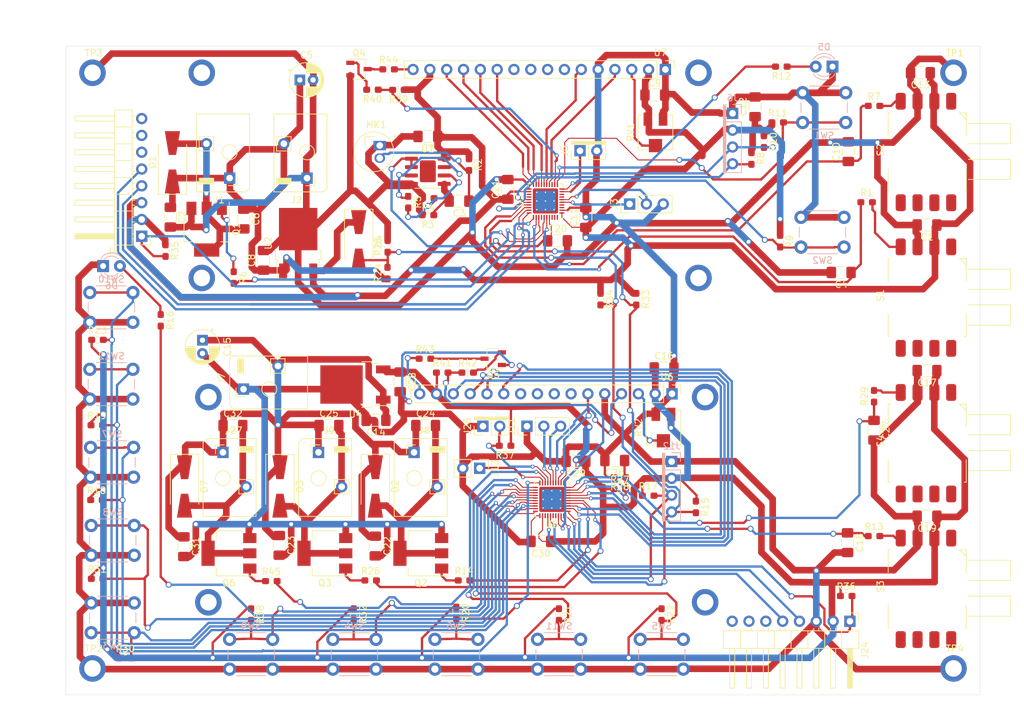
<source format=kicad_pcb>
(kicad_pcb (version 20171130) (host pcbnew "(5.1.5-0-10_14)")
  (layers (0 F.Cu signal) (31 B.Cu signal) (34 B.Paste user) (35 F.Paste user) (36 B.SilkS user) (37 F.SilkS user) (38 B.Mask user) (39 F.Mask user) (44 Edge.Cuts user))
  (net 0 "")
  (net 1 GND)
  (net 2 "Net-(C3-Pad2)")
  (net 3 "Net-(C3-Pad1)")
  (net 4 "Net-(C6-Pad2)")
  (net 5 SCL)
  (net 6 SDA)
  (net 7 "Net-(Q1-Pad1)")
  (net 8 "Net-(Q2-Pad1)")
  (net 9 "Net-(Q3-Pad1)")
  (net 10 "Net-(R1-Pad2)")
  (net 11 "Net-(R4-Pad1)")
  (net 12 "Net-(R5-Pad1)")
  (net 13 "Net-(R7-Pad2)")
  (net 14 "Net-(R13-Pad2)")
  (net 15 /Monitor/TX)
  (net 16 /Monitor/RX)
  (net 17 /Monitor/BUZZER)
  (net 18 /Monitor/ALARM_HISTORY)
  (net 19 /Monitor/ALARM_MUTE)
  (net 20 /Monitor/ALARM_LED)
  (net 21 /Monitor/PTR2)
  (net 22 /Monitor/PTR4)
  (net 23 /Monitor/SV1)
  (net 24 /Monitor/MIC)
  (net 25 "Net-(U3-Pad26)")
  (net 26 "Net-(U3-Pad25)")
  (net 27 "Net-(J13-Pad1)")
  (net 28 "Net-(R16-Pad2)")
  (net 29 +5V_M)
  (net 30 +12V_M)
  (net 31 /Monitor/MEAS_12V)
  (net 32 /Monitor/ICSPCLK_M)
  (net 33 /Monitor/ICSPDAT_M)
  (net 34 /Monitor/LCD_SCL_M)
  (net 35 /Monitor/LCD_SDA_M)
  (net 36 +12V_C)
  (net 37 +5V_C)
  (net 38 "Net-(C24-Pad2)")
  (net 39 "Net-(C25-Pad2)")
  (net 40 "Net-(C26-Pad1)")
  (net 41 /Controller/SV2)
  (net 42 /Controller/SV3)
  (net 43 "Net-(R29-Pad2)")
  (net 44 /Monitor/nMCLR_M)
  (net 45 /Controller/ICSPCLK_C)
  (net 46 /Controller/ICSPDAT_C)
  (net 47 /Controller/nMCLR_C)
  (net 48 /Controller/PR_MAIN)
  (net 49 /Controller/PR_AUX)
  (net 50 /Controller/TX_C)
  (net 51 /Controller/RX_C)
  (net 52 "Net-(J25-Pad2)")
  (net 53 "Net-(Q4-Pad3)")
  (net 54 "Net-(Q5-Pad3)")
  (net 55 "Net-(R39-Pad2)")
  (net 56 "Net-(R43-Pad1)")
  (net 57 "Net-(RV1-Pad2)")
  (net 58 "Net-(RV2-Pad2)")
  (net 59 "Net-(U3-Pad30)")
  (net 60 "Net-(U3-Pad29)")
  (net 61 "Net-(U3-Pad28)")
  (net 62 "Net-(U3-Pad27)")
  (net 63 /Controller/LDE)
  (net 64 /Controller/LDRS)
  (net 65 /Controller/LD4)
  (net 66 /Controller/LD5)
  (net 67 /Controller/LD6)
  (net 68 /Controller/LD7)
  (net 69 "Net-(Q4-Pad1)")
  (net 70 "Net-(D5-Pad2)")
  (net 71 "Net-(D6-Pad2)")
  (net 72 /Controller/LLED)
  (net 73 "Net-(R44-Pad2)")
  (net 74 "Net-(C32-Pad2)")
  (net 75 "Net-(Q5-Pad2)")
  (net 76 "Net-(Q6-Pad1)")
  (net 77 "Net-(R18-Pad2)")
  (net 78 "Net-(R19-Pad2)")
  (net 79 "Net-(R20-Pad2)")
  (net 80 "Net-(R21-Pad2)")
  (net 81 "Net-(R22-Pad2)")
  (net 82 "Net-(R23-Pad2)")
  (net 83 "Net-(R30-Pad2)")
  (net 84 "Net-(R31-Pad2)")
  (net 85 "Net-(R32-Pad2)")
  (net 86 "Net-(R38-Pad2)")
  (net 87 /Controller/SV4)
  (module Button_Switch_THT:SW_PUSH_6mm_H13mm (layer B.Cu) (at 74.157854 122.469383 180)
    (fp_text reference SW4 (at 3.25 2 180) (layer B.SilkS) (effects (justify mirror)))
    (fp_text value VOL)
    (pad 2 thru_hole circle (at 0 -4.5 90) (size 2 2) (drill 1.1) (layers *.Cu *.Mask) (net 1 GND))
    (pad 1 thru_hole circle (at 0 0 90) (size 2 2) (drill 1.1) (layers *.Cu *.Mask) (net 85 "Net-(R32-Pad2)"))
    (pad 2 thru_hole circle (at 6.5 -4.5 90) (size 2 2) (drill 1.1) (layers *.Cu *.Mask) (net 1 GND))
    (pad 1 thru_hole circle (at 6.5 0 90) (size 2 2) (drill 1.1) (layers *.Cu *.Mask) (net 85 "Net-(R32-Pad2)"))
  )
  (module Ventilator:PH_2_pol (layer F.Cu) (at 90.307854 90.269383 90)
    (fp_text reference J25 (at 0 -2.33 90) (layer F.SilkS))
    (fp_text value POWEROFF)
    (pad 2 thru_hole oval (at 0 2.54 90) (size 1.7 1.7) (drill 1) (layers *.Cu *.Mask) (net 52 "Net-(J25-Pad2)"))
    (pad 1 thru_hole rect (at 0 0 90) (size 1.7 1.7) (drill 1) (layers *.Cu *.Mask) (net 1 GND))
  )
  (module Package_TO_SOT_SMD:TO-252-2 (layer F.Cu) (at 71.057854 83.969383 180)
    (fp_text reference U4 (at 0 -4.5) (layer F.SilkS))
    (fp_text value LM78M05_TO252)
    (pad 2 smd rect (at 2.1 0 180) (size 6.4 5.8) (layers F.Cu F.Mask) (net 1 GND))
    (pad 3 smd rect (at -4.2 2.28 180) (size 2.2 1.2) (layers F.Cu F.Paste F.Mask) (net 37 +5V_C))
    (pad 1 smd rect (at -4.2 -2.28 180) (size 2.2 1.2) (layers F.Cu F.Paste F.Mask) (net 36 +12V_C))
  )
  (module Button_Switch_THT:SW_PUSH_6mm_H13mm (layer B.Cu) (at 37.457854 81.669383 180)
    (fp_text reference SW12 (at 3.25 2) (layer B.SilkS) (effects (justify mirror)))
    (fp_text value +)
    (pad 1 thru_hole circle (at 6.5 0 90) (size 2 2) (drill 1.1) (layers *.Cu *.Mask) (net 78 "Net-(R19-Pad2)"))
    (pad 2 thru_hole circle (at 6.5 -4.5 90) (size 2 2) (drill 1.1) (layers *.Cu *.Mask) (net 1 GND))
    (pad 1 thru_hole circle (at 0 0 90) (size 2 2) (drill 1.1) (layers *.Cu *.Mask) (net 78 "Net-(R19-Pad2)"))
    (pad 2 thru_hole circle (at 0 -4.5 90) (size 2 2) (drill 1.1) (layers *.Cu *.Mask) (net 1 GND))
  )
  (module Button_Switch_THT:SW_PUSH_6mm_H13mm (layer B.Cu) (at 105.057854 122.469383 180)
    (fp_text reference SW11 (at 3.25 2) (layer B.SilkS) (effects (justify mirror)))
    (fp_text value EP)
    (pad 1 thru_hole circle (at 6.5 0 90) (size 2 2) (drill 1.1) (layers *.Cu *.Mask) (net 80 "Net-(R21-Pad2)"))
    (pad 2 thru_hole circle (at 6.5 -4.5 90) (size 2 2) (drill 1.1) (layers *.Cu *.Mask) (net 1 GND))
    (pad 1 thru_hole circle (at 0 0 90) (size 2 2) (drill 1.1) (layers *.Cu *.Mask) (net 80 "Net-(R21-Pad2)"))
    (pad 2 thru_hole circle (at 0 -4.5 90) (size 2 2) (drill 1.1) (layers *.Cu *.Mask) (net 1 GND))
  )
  (module Button_Switch_THT:SW_PUSH_6mm_H13mm (layer B.Cu) (at 37.457854 70.069383 180)
    (fp_text reference SW10 (at 3.25 2 180) (layer B.SilkS) (effects (justify mirror)))
    (fp_text value BREATH)
    (pad 1 thru_hole circle (at 6.5 0 90) (size 2 2) (drill 1.1) (layers *.Cu *.Mask) (net 82 "Net-(R23-Pad2)"))
    (pad 2 thru_hole circle (at 6.5 -4.5 90) (size 2 2) (drill 1.1) (layers *.Cu *.Mask) (net 1 GND))
    (pad 1 thru_hole circle (at 0 0 90) (size 2 2) (drill 1.1) (layers *.Cu *.Mask) (net 82 "Net-(R23-Pad2)"))
    (pad 2 thru_hole circle (at 0 -4.5 90) (size 2 2) (drill 1.1) (layers *.Cu *.Mask) (net 1 GND))
  )
  (module Button_Switch_THT:SW_PUSH_6mm_H13mm (layer B.Cu) (at 58.557854 122.469383 180)
    (fp_text reference SW9 (at 3.25 2) (layer B.SilkS) (effects (justify mirror)))
    (fp_text value PMAX)
    (pad 1 thru_hole circle (at 6.5 0 90) (size 2 2) (drill 1.1) (layers *.Cu *.Mask) (net 86 "Net-(R38-Pad2)"))
    (pad 2 thru_hole circle (at 6.5 -4.5 90) (size 2 2) (drill 1.1) (layers *.Cu *.Mask) (net 1 GND))
    (pad 1 thru_hole circle (at 0 0 90) (size 2 2) (drill 1.1) (layers *.Cu *.Mask) (net 86 "Net-(R38-Pad2)"))
    (pad 2 thru_hole circle (at 0 -4.5 90) (size 2 2) (drill 1.1) (layers *.Cu *.Mask) (net 1 GND))
  )
  (module Button_Switch_THT:SW_PUSH_6mm_H13mm (layer B.Cu) (at 37.657854 105.269383 180)
    (fp_text reference SW8 (at 3.25 2) (layer B.SilkS) (effects (justify mirror)))
    (fp_text value VOL_MAX)
    (pad 1 thru_hole circle (at 6.5 0 90) (size 2 2) (drill 1.1) (layers *.Cu *.Mask) (net 84 "Net-(R31-Pad2)"))
    (pad 2 thru_hole circle (at 6.5 -4.5 90) (size 2 2) (drill 1.1) (layers *.Cu *.Mask) (net 1 GND))
    (pad 1 thru_hole circle (at 0 0 90) (size 2 2) (drill 1.1) (layers *.Cu *.Mask) (net 84 "Net-(R31-Pad2)"))
    (pad 2 thru_hole circle (at 0 -4.5 90) (size 2 2) (drill 1.1) (layers *.Cu *.Mask) (net 1 GND))
  )
  (module Button_Switch_THT:SW_PUSH_6mm_H13mm (layer B.Cu) (at 37.557854 93.469383 180)
    (fp_text reference SW7 (at 3.25 2) (layer B.SilkS) (effects (justify mirror)))
    (fp_text value -)
    (pad 1 thru_hole circle (at 6.5 0 90) (size 2 2) (drill 1.1) (layers *.Cu *.Mask) (net 77 "Net-(R18-Pad2)"))
    (pad 2 thru_hole circle (at 6.5 -4.5 90) (size 2 2) (drill 1.1) (layers *.Cu *.Mask) (net 1 GND))
    (pad 1 thru_hole circle (at 0 0 90) (size 2 2) (drill 1.1) (layers *.Cu *.Mask) (net 77 "Net-(R18-Pad2)"))
    (pad 2 thru_hole circle (at 0 -4.5 90) (size 2 2) (drill 1.1) (layers *.Cu *.Mask) (net 1 GND))
  )
  (module Button_Switch_THT:SW_PUSH_6mm_H13mm (layer B.Cu) (at 89.557854 122.469383 180)
    (fp_text reference SW6 (at 3.25 2) (layer B.SilkS) (effects (justify mirror)))
    (fp_text value IP)
    (pad 1 thru_hole circle (at 6.5 0 90) (size 2 2) (drill 1.1) (layers *.Cu *.Mask) (net 79 "Net-(R20-Pad2)"))
    (pad 2 thru_hole circle (at 6.5 -4.5 90) (size 2 2) (drill 1.1) (layers *.Cu *.Mask) (net 1 GND))
    (pad 1 thru_hole circle (at 0 0 90) (size 2 2) (drill 1.1) (layers *.Cu *.Mask) (net 79 "Net-(R20-Pad2)"))
    (pad 2 thru_hole circle (at 0 -4.5 90) (size 2 2) (drill 1.1) (layers *.Cu *.Mask) (net 1 GND))
  )
  (module Button_Switch_THT:SW_PUSH_6mm_H13mm (layer B.Cu) (at 120.557854 122.469383 180)
    (fp_text reference SW5 (at 3.25 2) (layer B.SilkS) (effects (justify mirror)))
    (fp_text value BPM)
    (pad 1 thru_hole circle (at 6.5 0 90) (size 2 2) (drill 1.1) (layers *.Cu *.Mask) (net 81 "Net-(R22-Pad2)"))
    (pad 2 thru_hole circle (at 6.5 -4.5 90) (size 2 2) (drill 1.1) (layers *.Cu *.Mask) (net 1 GND))
    (pad 1 thru_hole circle (at 0 0 90) (size 2 2) (drill 1.1) (layers *.Cu *.Mask) (net 81 "Net-(R22-Pad2)"))
    (pad 2 thru_hole circle (at 0 -4.5 90) (size 2 2) (drill 1.1) (layers *.Cu *.Mask) (net 1 GND))
  )
  (module Button_Switch_THT:SW_PUSH_6mm_H13mm (layer B.Cu) (at 31.157854 121.469383)
    (fp_text reference SW3 (at 3.25 2) (layer B.SilkS) (effects (justify mirror)))
    (fp_text value VOL_MIN)
    (pad 1 thru_hole circle (at 6.5 0 270) (size 2 2) (drill 1.1) (layers *.Cu *.Mask) (net 83 "Net-(R30-Pad2)"))
    (pad 2 thru_hole circle (at 6.5 -4.5 270) (size 2 2) (drill 1.1) (layers *.Cu *.Mask) (net 1 GND))
    (pad 1 thru_hole circle (at 0 0 270) (size 2 2) (drill 1.1) (layers *.Cu *.Mask) (net 83 "Net-(R30-Pad2)"))
    (pad 2 thru_hole circle (at 0 -4.5 270) (size 2 2) (drill 1.1) (layers *.Cu *.Mask) (net 1 GND))
  )
  (module Resistor_SMD:R_0603_1608Metric_Pad1.05x0.95mm_HandSolder (layer F.Cu) (at 58.357854 113.669383)
    (fp_text reference R45 (at 0 -1.43) (layer F.SilkS))
    (fp_text value 1k)
    (pad 2 smd roundrect (at 0.875 0) (size 1.05 0.95) (layers F.Cu F.Paste F.Mask) (net 87 /Controller/SV4))
    (pad 1 smd roundrect (at -0.875 0) (size 1.05 0.95) (layers F.Cu F.Paste F.Mask) (net 76 "Net-(Q6-Pad1)"))
  )
  (module Package_TO_SOT_SMD:SOT-223-3_TabPin2 (layer F.Cu) (at 51.957854 109.469383 180)
    (fp_text reference Q6 (at 0 -4.5) (layer F.SilkS))
    (fp_text value FDT1600N10ALZ)
    (pad 1 smd rect (at -3.15 -2.3 180) (size 2 1.5) (layers F.Cu F.Paste F.Mask) (net 76 "Net-(Q6-Pad1)"))
    (pad 3 smd rect (at -3.15 2.3 180) (size 2 1.5) (layers F.Cu F.Paste F.Mask) (net 1 GND))
    (pad 2 smd rect (at -3.15 0 180) (size 2 1.5) (layers F.Cu F.Paste F.Mask) (net 74 "Net-(C32-Pad2)"))
    (pad 2 smd rect (at 3.15 0 180) (size 2 3.8) (layers F.Cu F.Paste F.Mask) (net 74 "Net-(C32-Pad2)"))
  )
  (module Package_TO_SOT_SMD:TSOT-23 (layer F.Cu) (at 91.857854 80.069383 180)
    (fp_text reference Q5 (at 0 -2.45) (layer F.SilkS))
    (fp_text value BSR19A)
    (pad 3 smd rect (at 1.31 0 180) (size 1.22 0.65) (layers F.Cu F.Paste F.Mask) (net 54 "Net-(Q5-Pad3)"))
    (pad 2 smd rect (at -1.31 0.95 180) (size 1.22 0.65) (layers F.Cu F.Paste F.Mask) (net 75 "Net-(Q5-Pad2)"))
    (pad 1 smd rect (at -1.31 -0.95 180) (size 1.22 0.65) (layers F.Cu F.Paste F.Mask) (net 1 GND))
  )
  (module Ventilator:PinHeader_1x02_Screwless_3.5mm (layer F.Cu) (at 51.057854 94.219383)
    (fp_text reference J27 (at 1.6 -3.3) (layer F.SilkS))
    (fp_text value SV2)
    (pad 1 thru_hole rect (at 0 0) (size 1.7 1.7) (drill 1) (layers *.Cu *.Mask) (net 36 +12V_C))
    (pad 2 thru_hole oval (at 3.5 5.2) (size 1.7 1.7) (drill 1) (layers *.Cu *.Mask) (net 74 "Net-(C32-Pad2)"))
  )
  (module Diode_SMD:D_SMA-SMB_Universal_Handsoldering (layer F.Cu) (at 45.257854 99.369383 270)
    (fp_text reference D7 (at 0 -3 90) (layer F.SilkS))
    (fp_text value "1A - 100V")
    (pad 2 smd trapezoid (at 2.9 0 90) (size 3.6 1.7) (rect_delta 0.6 0) (layers F.Cu F.Paste F.Mask) (net 74 "Net-(C32-Pad2)"))
    (pad 1 smd trapezoid (at -2.9 0 270) (size 3.6 1.7) (rect_delta 0.6 0) (layers F.Cu F.Paste F.Mask) (net 36 +12V_C))
  )
  (module LED_THT:LED_D3.0mm (layer B.Cu) (at 32.957854 66.069383)
    (fp_text reference D6 (at 1.27 2.96) (layer B.SilkS) (effects (justify mirror)))
    (fp_text value BREATH)
    (pad 2 thru_hole circle (at 2.54 0) (size 1.8 1.8) (drill 0.9) (layers *.Cu *.Mask) (net 71 "Net-(D6-Pad2)"))
    (pad 1 thru_hole rect (at 0 0) (size 1.8 1.8) (drill 0.9) (layers *.Cu *.Mask) (net 1 GND))
  )
  (module Capacitor_SMD:C_1206_3216Metric_Pad1.42x1.75mm_HandSolder (layer F.Cu) (at 52.557854 90.169383)
    (fp_text reference C32 (at 0 -1.82) (layer F.SilkS))
    (fp_text value 1uF)
    (pad 2 smd roundrect (at 1.4875 0) (size 1.425 1.75) (layers F.Cu F.Paste F.Mask) (roundrect_rratio 0.175439) (net 74 "Net-(C32-Pad2)"))
    (pad 1 smd roundrect (at -1.4875 0) (size 1.425 1.75) (layers F.Cu F.Paste F.Mask) (roundrect_rratio 0.175439) (net 36 +12V_C))
  )
  (module Capacitor_SMD:C_1206_3216Metric_Pad1.42x1.75mm_HandSolder (layer F.Cu) (at 45.157854 108.469383 270)
    (fp_text reference C31 (at 0 -1.82 90) (layer F.SilkS))
    (fp_text value 1uF)
    (pad 2 smd roundrect (at 1.4875 0 270) (size 1.425 1.75) (layers F.Cu F.Paste F.Mask) (roundrect_rratio 0.175439) (net 1 GND))
    (pad 1 smd roundrect (at -1.4875 0 270) (size 1.425 1.75) (layers F.Cu F.Paste F.Mask) (roundrect_rratio 0.175439) (net 36 +12V_C))
  )
  (module Package_SO:SOIC-8-1EP_3.9x4.9mm_P1.27mm_EP2.41x3.3mm (layer F.Cu) (at 81.988174 51.751743)
    (fp_text reference U1 (at 0 -3.4) (layer F.SilkS))
    (fp_text value LM358)
    (pad 8 smd roundrect (at 2.475 -1.905) (size 1.95 0.6) (layers F.Cu F.Paste F.Mask) (net 29 +5V_M))
    (pad 7 smd roundrect (at 2.475 -0.635) (size 1.95 0.6) (layers F.Cu F.Paste F.Mask) (net 12 "Net-(R5-Pad1)"))
    (pad 6 smd roundrect (at 2.475 0.635) (size 1.95 0.6) (layers F.Cu F.Paste F.Mask) (net 11 "Net-(R4-Pad1)"))
    (pad 5 smd roundrect (at 2.475 1.905) (size 1.95 0.6) (layers F.Cu F.Paste F.Mask) (net 2 "Net-(C3-Pad2)"))
    (pad 4 smd roundrect (at -2.475 1.905) (size 1.95 0.6) (layers F.Cu F.Paste F.Mask) (net 1 GND))
    (pad 3 smd roundrect (at -2.475 0.635) (size 1.95 0.6) (layers F.Cu F.Paste F.Mask) (net 12 "Net-(R5-Pad1)"))
    (pad 2 smd roundrect (at -2.475 -0.635) (size 1.95 0.6) (layers F.Cu F.Paste F.Mask) (net 24 /Monitor/MIC))
    (pad 1 smd roundrect (at -2.475 -1.905) (size 1.95 0.6) (layers F.Cu F.Paste F.Mask) (net 24 /Monitor/MIC))
    (pad 9 smd roundrect (at 0 0) (size 2.41 3.3) (layers F.Cu F.Mask) (roundrect_rratio 0.103734))
  )
  (module Potentiometer_SMD:Potentiometer_Vishay_TS53YJ_Vertical (layer F.Cu) (at 117.557854 90.469383 90)
    (fp_text reference RV2 (at 0 -3.75 90) (layer F.SilkS))
    (fp_text value 5K)
    (pad 3 smd rect (at 2 1.15 90) (size 2 1.3) (layers F.Cu F.Paste F.Mask) (net 37 +5V_C))
    (pad 2 smd rect (at -2 0 90) (size 2 2) (layers F.Cu F.Paste F.Mask) (net 58 "Net-(RV2-Pad2)"))
    (pad 1 smd rect (at 2 -1.15 90) (size 2 1.3) (layers F.Cu F.Paste F.Mask) (net 1 GND))
  )
  (module Potentiometer_SMD:Potentiometer_Vishay_TS53YJ_Vertical (layer F.Cu) (at 116.357854 45.869383 90)
    (fp_text reference RV1 (at 0 -3.75 90) (layer F.SilkS))
    (fp_text value 5K)
    (pad 3 smd rect (at 2 1.15 90) (size 2 1.3) (layers F.Cu F.Paste F.Mask) (net 1 GND))
    (pad 2 smd rect (at -2 0 90) (size 2 2) (layers F.Cu F.Paste F.Mask) (net 57 "Net-(RV1-Pad2)"))
    (pad 1 smd rect (at 2 -1.15 90) (size 2 1.3) (layers F.Cu F.Paste F.Mask) (net 29 +5V_M))
  )
  (module Button_Switch_THT:SW_PUSH_6mm_H13mm (layer B.Cu) (at 138.330454 63.207143)
    (fp_text reference SW2 (at 3.25 2) (layer B.SilkS) (effects (justify mirror)))
    (fp_text value HIST)
    (pad 1 thru_hole circle (at 6.5 0 270) (size 2 2) (drill 1.1) (layers *.Cu *.Mask) (net 18 /Monitor/ALARM_HISTORY))
    (pad 2 thru_hole circle (at 6.5 -4.5 270) (size 2 2) (drill 1.1) (layers *.Cu *.Mask) (net 1 GND))
    (pad 1 thru_hole circle (at 0 0 270) (size 2 2) (drill 1.1) (layers *.Cu *.Mask) (net 18 /Monitor/ALARM_HISTORY))
    (pad 2 thru_hole circle (at 0 -4.5 270) (size 2 2) (drill 1.1) (layers *.Cu *.Mask) (net 1 GND))
  )
  (module Button_Switch_THT:SW_PUSH_6mm_H13mm (layer B.Cu) (at 138.577854 44.379383)
    (fp_text reference SW1 (at 3.25 2) (layer B.SilkS) (effects (justify mirror)))
    (fp_text value MUTE)
    (pad 1 thru_hole circle (at 6.5 0 270) (size 2 2) (drill 1.1) (layers *.Cu *.Mask) (net 19 /Monitor/ALARM_MUTE))
    (pad 2 thru_hole circle (at 6.5 -4.5 270) (size 2 2) (drill 1.1) (layers *.Cu *.Mask) (net 1 GND))
    (pad 1 thru_hole circle (at 0 0 270) (size 2 2) (drill 1.1) (layers *.Cu *.Mask) (net 19 /Monitor/ALARM_MUTE))
    (pad 2 thru_hole circle (at 0 -4.5 270) (size 2 2) (drill 1.1) (layers *.Cu *.Mask) (net 1 GND))
  )
  (module Resistor_SMD:R_0603_1608Metric_Pad1.05x0.95mm_HandSolder (layer F.Cu) (at 76.064894 36.349183)
    (fp_text reference R44 (at 0 -1.43) (layer F.SilkS))
    (fp_text value 1k)
    (pad 2 smd roundrect (at 0.875 0) (size 1.05 0.95) (layers F.Cu F.Paste F.Mask) (net 73 "Net-(R44-Pad2)"))
    (pad 1 smd roundrect (at -0.875 0) (size 1.05 0.95) (layers F.Cu F.Paste F.Mask) (net 53 "Net-(Q4-Pad3)"))
  )
  (module LED_THT:LED_D3.0mm (layer B.Cu) (at 143.090414 35.937703 180)
    (fp_text reference D5 (at 1.27 2.96) (layer B.SilkS) (effects (justify mirror)))
    (fp_text value ALARM)
    (pad 2 thru_hole circle (at 2.54 0 180) (size 1.8 1.8) (drill 0.9) (layers *.Cu *.Mask) (net 70 "Net-(D5-Pad2)"))
    (pad 1 thru_hole rect (at 0 0 180) (size 1.8 1.8) (drill 0.9) (layers *.Cu *.Mask) (net 1 GND))
  )
  (module Ventilator:PH_2_pol (layer F.Cu) (at 104.965014 48.652943 90)
    (fp_text reference J5 (at 0 -2.33 90) (layer F.SilkS))
    (fp_text value BUZZER)
    (pad 2 thru_hole oval (at 0 2.54 90) (size 1.7 1.7) (drill 1) (layers *.Cu *.Mask) (net 1 GND))
    (pad 1 thru_hole rect (at 0 0 90) (size 1.7 1.7) (drill 1) (layers *.Cu *.Mask) (net 17 /Monitor/BUZZER))
  )
  (module Package_TO_SOT_SMD:TSOT-23 (layer F.Cu) (at 71.594494 36.313623)
    (fp_text reference Q4 (at 0 -2.45) (layer F.SilkS))
    (fp_text value BSR19A)
    (pad 3 smd rect (at 1.31 0) (size 1.22 0.65) (layers F.Cu F.Paste F.Mask) (net 53 "Net-(Q4-Pad3)"))
    (pad 2 smd rect (at -1.31 0.95) (size 1.22 0.65) (layers F.Cu F.Paste F.Mask) (net 1 GND))
    (pad 1 smd rect (at -1.31 -0.95) (size 1.22 0.65) (layers F.Cu F.Paste F.Mask) (net 69 "Net-(Q4-Pad1)"))
  )
  (module Package_TO_SOT_SMD:SOT-223-3_TabPin2 (layer F.Cu) (at 66.441854 109.469383 180)
    (fp_text reference Q3 (at 0 -4.5) (layer F.SilkS))
    (fp_text value FDT1600N10ALZ)
    (pad 1 smd rect (at -3.15 -2.3 180) (size 2 1.5) (layers F.Cu F.Paste F.Mask) (net 9 "Net-(Q3-Pad1)"))
    (pad 3 smd rect (at -3.15 2.3 180) (size 2 1.5) (layers F.Cu F.Paste F.Mask) (net 1 GND))
    (pad 2 smd rect (at -3.15 0 180) (size 2 1.5) (layers F.Cu F.Paste F.Mask) (net 39 "Net-(C25-Pad2)"))
    (pad 2 smd rect (at 3.15 0 180) (size 2 3.8) (layers F.Cu F.Paste F.Mask) (net 39 "Net-(C25-Pad2)"))
  )
  (module Package_TO_SOT_SMD:SOT-223-3_TabPin2 (layer F.Cu) (at 80.925854 109.469383 180)
    (fp_text reference Q2 (at 0 -4.5) (layer F.SilkS))
    (fp_text value FDT1600N10ALZ)
    (pad 1 smd rect (at -3.15 -2.3 180) (size 2 1.5) (layers F.Cu F.Paste F.Mask) (net 8 "Net-(Q2-Pad1)"))
    (pad 3 smd rect (at -3.15 2.3 180) (size 2 1.5) (layers F.Cu F.Paste F.Mask) (net 1 GND))
    (pad 2 smd rect (at -3.15 0 180) (size 2 1.5) (layers F.Cu F.Paste F.Mask) (net 38 "Net-(C24-Pad2)"))
    (pad 2 smd rect (at 3.15 0 180) (size 2 3.8) (layers F.Cu F.Paste F.Mask) (net 38 "Net-(C24-Pad2)"))
  )
  (module Package_TO_SOT_SMD:SOT-223-3_TabPin2 (layer F.Cu) (at 48.592254 60.499503 270)
    (fp_text reference Q1 (at 0 -4.5 90) (layer F.SilkS))
    (fp_text value FDT1600N10ALZ)
    (pad 1 smd rect (at -3.15 -2.3 270) (size 2 1.5) (layers F.Cu F.Paste F.Mask) (net 7 "Net-(Q1-Pad1)"))
    (pad 3 smd rect (at -3.15 2.3 270) (size 2 1.5) (layers F.Cu F.Paste F.Mask) (net 1 GND))
    (pad 2 smd rect (at -3.15 0 270) (size 2 1.5) (layers F.Cu F.Paste F.Mask) (net 4 "Net-(C6-Pad2)"))
    (pad 2 smd rect (at 3.15 0 270) (size 2 3.8) (layers F.Cu F.Paste F.Mask) (net 4 "Net-(C6-Pad2)"))
  )
  (module Package_DFN_QFN:UQFN-40-1EP_5x5mm_P0.4mm_EP3.8x3.8mm_ThermalVias (layer F.Cu) (at 100.707854 101.319383 180)
    (fp_text reference U5 (at 0 -3.8) (layer F.SilkS))
    (fp_text value XPRESS-40)
    (pad 40 smd roundrect (at -1.8 -2.475 180) (size 0.2 0.75) (layers F.Cu F.Paste F.Mask) (net 46 /Controller/ICSPDAT_C))
    (pad 39 smd roundrect (at -1.4 -2.475 180) (size 0.2 0.75) (layers F.Cu F.Paste F.Mask) (net 45 /Controller/ICSPCLK_C))
    (pad 38 smd roundrect (at -1 -2.475 180) (size 0.2 0.75) (layers F.Cu F.Paste F.Mask) (net 72 /Controller/LLED))
    (pad 37 smd roundrect (at -0.6 -2.475 180) (size 0.2 0.75) (layers F.Cu F.Paste F.Mask))
    (pad 36 smd roundrect (at -0.2 -2.475 180) (size 0.2 0.75) (layers F.Cu F.Paste F.Mask))
    (pad 35 smd roundrect (at 0.2 -2.475 180) (size 0.2 0.75) (layers F.Cu F.Paste F.Mask) (net 6 SDA))
    (pad 34 smd roundrect (at 0.6 -2.475 180) (size 0.2 0.75) (layers F.Cu F.Paste F.Mask) (net 5 SCL))
    (pad 33 smd roundrect (at 1 -2.475 180) (size 0.2 0.75) (layers F.Cu F.Paste F.Mask))
    (pad 32 smd roundrect (at 1.4 -2.475 180) (size 0.2 0.75) (layers F.Cu F.Paste F.Mask) (net 37 +5V_C))
    (pad 31 smd roundrect (at 1.8 -2.475 180) (size 0.2 0.75) (layers F.Cu F.Paste F.Mask) (net 1 GND))
    (pad 30 smd roundrect (at 2.475 -1.8 180) (size 0.75 0.2) (layers F.Cu F.Paste F.Mask) (net 77 "Net-(R18-Pad2)"))
    (pad 29 smd roundrect (at 2.475 -1.4 180) (size 0.75 0.2) (layers F.Cu F.Paste F.Mask) (net 28 "Net-(R16-Pad2)"))
    (pad 28 smd roundrect (at 2.475 -1 180) (size 0.75 0.2) (layers F.Cu F.Paste F.Mask) (net 82 "Net-(R23-Pad2)"))
    (pad 27 smd roundrect (at 2.475 -0.6 180) (size 0.75 0.2) (layers F.Cu F.Paste F.Mask) (net 78 "Net-(R19-Pad2)"))
    (pad 26 smd roundrect (at 2.475 -0.2 180) (size 0.75 0.2) (layers F.Cu F.Paste F.Mask) (net 83 "Net-(R30-Pad2)"))
    (pad 25 smd roundrect (at 2.475 0.2 180) (size 0.75 0.2) (layers F.Cu F.Paste F.Mask) (net 84 "Net-(R31-Pad2)"))
    (pad 24 smd roundrect (at 2.475 0.6 180) (size 0.75 0.2) (layers F.Cu F.Paste F.Mask) (net 85 "Net-(R32-Pad2)"))
    (pad 23 smd roundrect (at 2.475 1 180) (size 0.75 0.2) (layers F.Cu F.Paste F.Mask) (net 86 "Net-(R38-Pad2)"))
    (pad 22 smd roundrect (at 2.475 1.4 180) (size 0.75 0.2) (layers F.Cu F.Paste F.Mask) (net 81 "Net-(R22-Pad2)"))
    (pad 21 smd roundrect (at 2.475 1.8 180) (size 0.75 0.2) (layers F.Cu F.Paste F.Mask) (net 80 "Net-(R21-Pad2)"))
    (pad 20 smd roundrect (at 1.8 2.475 180) (size 0.2 0.75) (layers F.Cu F.Paste F.Mask) (net 79 "Net-(R20-Pad2)"))
    (pad 19 smd roundrect (at 1.4 2.475 180) (size 0.2 0.75) (layers F.Cu F.Paste F.Mask) (net 27 "Net-(J13-Pad1)"))
    (pad 18 smd roundrect (at 1 2.475 180) (size 0.2 0.75) (layers F.Cu F.Paste F.Mask) (net 87 /Controller/SV4))
    (pad 17 smd roundrect (at 0.6 2.475 180) (size 0.2 0.75) (layers F.Cu F.Paste F.Mask) (net 52 "Net-(J25-Pad2)"))
    (pad 16 smd roundrect (at 0.2 2.475 180) (size 0.2 0.75) (layers F.Cu F.Paste F.Mask) (net 50 /Controller/TX_C))
    (pad 15 smd roundrect (at -0.2 2.475 180) (size 0.2 0.75) (layers F.Cu F.Paste F.Mask) (net 51 /Controller/RX_C))
    (pad 14 smd roundrect (at -0.6 2.475 180) (size 0.2 0.75) (layers F.Cu F.Paste F.Mask) (net 64 /Controller/LDRS))
    (pad 13 smd roundrect (at -1 2.475 180) (size 0.2 0.75) (layers F.Cu F.Paste F.Mask) (net 63 /Controller/LDE))
    (pad 12 smd roundrect (at -1.4 2.475 180) (size 0.2 0.75) (layers F.Cu F.Paste F.Mask) (net 1 GND))
    (pad 11 smd roundrect (at -1.8 2.475 180) (size 0.2 0.75) (layers F.Cu F.Paste F.Mask) (net 37 +5V_C))
    (pad 10 smd roundrect (at -2.475 1.8 180) (size 0.75 0.2) (layers F.Cu F.Paste F.Mask) (net 49 /Controller/PR_AUX))
    (pad 9 smd roundrect (at -2.475 1.4 180) (size 0.75 0.2) (layers F.Cu F.Paste F.Mask) (net 48 /Controller/PR_MAIN))
    (pad 8 smd roundrect (at -2.475 1 180) (size 0.75 0.2) (layers F.Cu F.Paste F.Mask) (net 40 "Net-(C26-Pad1)"))
    (pad 7 smd roundrect (at -2.475 0.6 180) (size 0.75 0.2) (layers F.Cu F.Paste F.Mask) (net 68 /Controller/LD7))
    (pad 6 smd roundrect (at -2.475 0.2 180) (size 0.75 0.2) (layers F.Cu F.Paste F.Mask) (net 67 /Controller/LD6))
    (pad 5 smd roundrect (at -2.475 -0.2 180) (size 0.75 0.2) (layers F.Cu F.Paste F.Mask) (net 42 /Controller/SV3))
    (pad 4 smd roundrect (at -2.475 -0.6 180) (size 0.75 0.2) (layers F.Cu F.Paste F.Mask) (net 41 /Controller/SV2))
    (pad 3 smd roundrect (at -2.475 -1 180) (size 0.75 0.2) (layers F.Cu F.Paste F.Mask) (net 66 /Controller/LD5))
    (pad 2 smd roundrect (at -2.475 -1.4 180) (size 0.75 0.2) (layers F.Cu F.Paste F.Mask) (net 65 /Controller/LD4))
    (pad 1 smd roundrect (at -2.475 -1.8 180) (size 0.75 0.2) (layers F.Cu F.Paste F.Mask) (net 47 /Controller/nMCLR_C))
    (pad 41 smd roundrect (at 0 0 180) (size 3.1 3.1) (layers B.Cu) (roundrect_rratio 0.08064499999999999))
    (pad 41 thru_hole circle (at 1.3 1.3 180) (size 0.5 0.5) (drill 0.2) (layers *.Cu))
    (pad 41 thru_hole circle (at 0 1.3 180) (size 0.5 0.5) (drill 0.2) (layers *.Cu))
    (pad 41 thru_hole circle (at -1.3 1.3 180) (size 0.5 0.5) (drill 0.2) (layers *.Cu))
    (pad 41 thru_hole circle (at 1.3 0 180) (size 0.5 0.5) (drill 0.2) (layers *.Cu))
    (pad 41 thru_hole circle (at 0 0 180) (size 0.5 0.5) (drill 0.2) (layers *.Cu))
    (pad 41 thru_hole circle (at -1.3 0 180) (size 0.5 0.5) (drill 0.2) (layers *.Cu))
    (pad 41 thru_hole circle (at 1.3 -1.3 180) (size 0.5 0.5) (drill 0.2) (layers *.Cu))
    (pad 41 thru_hole circle (at 0 -1.3 180) (size 0.5 0.5) (drill 0.2) (layers *.Cu))
    (pad 41 thru_hole circle (at -1.3 -1.3 180) (size 0.5 0.5) (drill 0.2) (layers *.Cu))
    (pad 41 smd roundrect (at 0 0 180) (size 3.8 3.8) (layers F.Cu F.Mask) (roundrect_rratio 0.065789))
  )
  (module Package_DFN_QFN:UQFN-40-1EP_5x5mm_P0.4mm_EP3.8x3.8mm_ThermalVias (layer F.Cu) (at 99.747854 56.237383 90)
    (fp_text reference U3 (at 0 -3.8 90) (layer F.SilkS))
    (fp_text value XPRESS-40)
    (pad 40 smd roundrect (at -1.8 -2.475 90) (size 0.2 0.75) (layers F.Cu F.Paste F.Mask) (net 33 /Monitor/ICSPDAT_M))
    (pad 39 smd roundrect (at -1.4 -2.475 90) (size 0.2 0.75) (layers F.Cu F.Paste F.Mask) (net 32 /Monitor/ICSPCLK_M))
    (pad 38 smd roundrect (at -1 -2.475 90) (size 0.2 0.75) (layers F.Cu F.Paste F.Mask) (net 5 SCL))
    (pad 37 smd roundrect (at -0.6 -2.475 90) (size 0.2 0.75) (layers F.Cu F.Paste F.Mask) (net 6 SDA))
    (pad 36 smd roundrect (at -0.2 -2.475 90) (size 0.2 0.75) (layers F.Cu F.Paste F.Mask) (net 34 /Monitor/LCD_SCL_M))
    (pad 35 smd roundrect (at 0.2 -2.475 90) (size 0.2 0.75) (layers F.Cu F.Paste F.Mask) (net 35 /Monitor/LCD_SDA_M))
    (pad 34 smd roundrect (at 0.6 -2.475 90) (size 0.2 0.75) (layers F.Cu F.Paste F.Mask))
    (pad 33 smd roundrect (at 1 -2.475 90) (size 0.2 0.75) (layers F.Cu F.Paste F.Mask))
    (pad 32 smd roundrect (at 1.4 -2.475 90) (size 0.2 0.75) (layers F.Cu F.Paste F.Mask) (net 29 +5V_M))
    (pad 31 smd roundrect (at 1.8 -2.475 90) (size 0.2 0.75) (layers F.Cu F.Paste F.Mask) (net 1 GND))
    (pad 30 smd roundrect (at 2.475 -1.8 90) (size 0.75 0.2) (layers F.Cu F.Paste F.Mask) (net 59 "Net-(U3-Pad30)"))
    (pad 29 smd roundrect (at 2.475 -1.4 90) (size 0.75 0.2) (layers F.Cu F.Paste F.Mask) (net 60 "Net-(U3-Pad29)"))
    (pad 28 smd roundrect (at 2.475 -1 90) (size 0.75 0.2) (layers F.Cu F.Paste F.Mask) (net 61 "Net-(U3-Pad28)"))
    (pad 27 smd roundrect (at 2.475 -0.6 90) (size 0.75 0.2) (layers F.Cu F.Paste F.Mask) (net 62 "Net-(U3-Pad27)"))
    (pad 26 smd roundrect (at 2.475 -0.2 90) (size 0.75 0.2) (layers F.Cu F.Paste F.Mask) (net 25 "Net-(U3-Pad26)"))
    (pad 25 smd roundrect (at 2.475 0.2 90) (size 0.75 0.2) (layers F.Cu F.Paste F.Mask) (net 26 "Net-(U3-Pad25)"))
    (pad 24 smd roundrect (at 2.475 0.6 90) (size 0.75 0.2) (layers F.Cu F.Paste F.Mask) (net 55 "Net-(R39-Pad2)"))
    (pad 23 smd roundrect (at 2.475 1 90) (size 0.75 0.2) (layers F.Cu F.Paste F.Mask))
    (pad 22 smd roundrect (at 2.475 1.4 90) (size 0.75 0.2) (layers F.Cu F.Paste F.Mask) (net 20 /Monitor/ALARM_LED))
    (pad 21 smd roundrect (at 2.475 1.8 90) (size 0.75 0.2) (layers F.Cu F.Paste F.Mask) (net 19 /Monitor/ALARM_MUTE))
    (pad 20 smd roundrect (at 1.8 2.475 90) (size 0.2 0.75) (layers F.Cu F.Paste F.Mask) (net 18 /Monitor/ALARM_HISTORY))
    (pad 19 smd roundrect (at 1.4 2.475 90) (size 0.2 0.75) (layers F.Cu F.Paste F.Mask) (net 17 /Monitor/BUZZER))
    (pad 18 smd roundrect (at 1 2.475 90) (size 0.2 0.75) (layers F.Cu F.Paste F.Mask))
    (pad 17 smd roundrect (at 0.6 2.475 90) (size 0.2 0.75) (layers F.Cu F.Paste F.Mask))
    (pad 16 smd roundrect (at 0.2 2.475 90) (size 0.2 0.75) (layers F.Cu F.Paste F.Mask) (net 15 /Monitor/TX))
    (pad 15 smd roundrect (at -0.2 2.475 90) (size 0.2 0.75) (layers F.Cu F.Paste F.Mask) (net 16 /Monitor/RX))
    (pad 14 smd roundrect (at -0.6 2.475 90) (size 0.2 0.75) (layers F.Cu F.Paste F.Mask))
    (pad 13 smd roundrect (at -1 2.475 90) (size 0.2 0.75) (layers F.Cu F.Paste F.Mask))
    (pad 12 smd roundrect (at -1.4 2.475 90) (size 0.2 0.75) (layers F.Cu F.Paste F.Mask) (net 1 GND))
    (pad 11 smd roundrect (at -1.8 2.475 90) (size 0.2 0.75) (layers F.Cu F.Paste F.Mask) (net 29 +5V_M))
    (pad 10 smd roundrect (at -2.475 1.8 90) (size 0.75 0.2) (layers F.Cu F.Paste F.Mask))
    (pad 9 smd roundrect (at -2.475 1.4 90) (size 0.75 0.2) (layers F.Cu F.Paste F.Mask))
    (pad 8 smd roundrect (at -2.475 1 90) (size 0.75 0.2) (layers F.Cu F.Paste F.Mask))
    (pad 7 smd roundrect (at -2.475 0.6 90) (size 0.75 0.2) (layers F.Cu F.Paste F.Mask) (net 31 /Monitor/MEAS_12V))
    (pad 6 smd roundrect (at -2.475 0.2 90) (size 0.75 0.2) (layers F.Cu F.Paste F.Mask) (net 22 /Monitor/PTR4))
    (pad 5 smd roundrect (at -2.475 -0.2 90) (size 0.75 0.2) (layers F.Cu F.Paste F.Mask) (net 24 /Monitor/MIC))
    (pad 4 smd roundrect (at -2.475 -0.6 90) (size 0.75 0.2) (layers F.Cu F.Paste F.Mask))
    (pad 3 smd roundrect (at -2.475 -1 90) (size 0.75 0.2) (layers F.Cu F.Paste F.Mask) (net 23 /Monitor/SV1))
    (pad 2 smd roundrect (at -2.475 -1.4 90) (size 0.75 0.2) (layers F.Cu F.Paste F.Mask) (net 21 /Monitor/PTR2))
    (pad 1 smd roundrect (at -2.475 -1.8 90) (size 0.75 0.2) (layers F.Cu F.Paste F.Mask) (net 44 /Monitor/nMCLR_M))
    (pad 41 smd roundrect (at 0 0 90) (size 3.1 3.1) (layers B.Cu) (roundrect_rratio 0.08064499999999999))
    (pad 41 thru_hole circle (at 1.3 1.3 90) (size 0.5 0.5) (drill 0.2) (layers *.Cu))
    (pad 41 thru_hole circle (at 0 1.3 90) (size 0.5 0.5) (drill 0.2) (layers *.Cu))
    (pad 41 thru_hole circle (at -1.3 1.3 90) (size 0.5 0.5) (drill 0.2) (layers *.Cu))
    (pad 41 thru_hole circle (at 1.3 0 90) (size 0.5 0.5) (drill 0.2) (layers *.Cu))
    (pad 41 thru_hole circle (at 0 0 90) (size 0.5 0.5) (drill 0.2) (layers *.Cu))
    (pad 41 thru_hole circle (at -1.3 0 90) (size 0.5 0.5) (drill 0.2) (layers *.Cu))
    (pad 41 thru_hole circle (at 1.3 -1.3 90) (size 0.5 0.5) (drill 0.2) (layers *.Cu))
    (pad 41 thru_hole circle (at 0 -1.3 90) (size 0.5 0.5) (drill 0.2) (layers *.Cu))
    (pad 41 thru_hole circle (at -1.3 -1.3 90) (size 0.5 0.5) (drill 0.2) (layers *.Cu))
    (pad 41 smd roundrect (at 0 0 90) (size 3.8 3.8) (layers F.Cu F.Mask) (roundrect_rratio 0.065789))
  )
  (module Package_TO_SOT_SMD:TO-252-2 (layer F.Cu) (at 62.409854 62.587383 90)
    (fp_text reference U2 (at 0 -4.5 90) (layer F.SilkS))
    (fp_text value LM78M05_TO252)
    (pad 2 smd rect (at 2.1 0 90) (size 6.4 5.8) (layers F.Cu F.Mask) (net 1 GND))
    (pad 3 smd rect (at -4.2 2.28 90) (size 2.2 1.2) (layers F.Cu F.Paste F.Mask) (net 29 +5V_M))
    (pad 1 smd rect (at -4.2 -2.28 90) (size 2.2 1.2) (layers F.Cu F.Paste F.Mask) (net 30 +12V_M))
  )
  (module Ventilator:LCD_DRILL (layer F.Cu) (at 161.357854 126.869383)
    (fp_text reference TP4 (at 0.2 -3) (layer F.SilkS))
    (fp_text value TestPoint)
    (pad 1 thru_hole circle (at 0 0) (size 4 4) (drill 2.5) (layers *.Cu *.Mask) (net 1 GND))
  )
  (module Ventilator:LCD_DRILL (layer F.Cu) (at 161.357854 36.869383)
    (fp_text reference TP1 (at 0.2 -3) (layer F.SilkS))
    (fp_text value TestPoint)
    (pad 1 thru_hole circle (at 0 0) (size 4 4) (drill 2.5) (layers *.Cu *.Mask) (net 1 GND))
  )
  (module Ventilator:1351-01 (layer F.Cu) (at 151.357854 98.869383 90)
    (fp_text reference S4 (at 6.35 -1.016 90) (layer F.SilkS))
    (fp_text value MPXV5004DP)
    (pad 4 smd roundrect (at 13.6995 2.032 90) (size 2.54 1.524) (layers F.Cu F.Paste F.Mask) (net 43 "Net-(R29-Pad2)"))
    (pad 3 smd roundrect (at 13.6995 4.572 90) (size 2.54 1.524) (layers F.Cu F.Paste F.Mask) (net 1 GND))
    (pad 2 smd roundrect (at 13.6995 7.112 90) (size 2.54 1.524) (layers F.Cu F.Paste F.Mask) (net 37 +5V_C))
    (pad 1 smd roundrect (at 13.6995 9.652 90) (size 2.54 1.524) (layers F.Cu F.Paste F.Mask))
    (pad 8 smd roundrect (at -1.6345 9.652 90) (size 2.54 1.524) (layers F.Cu F.Paste F.Mask))
    (pad 7 smd roundrect (at -1.6345 7.112 90) (size 2.54 1.524) (layers F.Cu F.Paste F.Mask))
    (pad 6 smd roundrect (at -1.6345 4.572 90) (size 2.54 1.524) (layers F.Cu F.Paste F.Mask))
    (pad 5 smd roundrect (at -1.6345 2.032 90) (size 2.54 1.524) (layers F.Cu F.Paste F.Mask))
  )
  (module Ventilator:1351-01 (layer F.Cu) (at 151.357854 120.869383 90)
    (fp_text reference S3 (at 6.35 -1.016 90) (layer F.SilkS))
    (fp_text value MPXV5010DP)
    (pad 4 smd roundrect (at 13.6995 2.032 90) (size 2.54 1.524) (layers F.Cu F.Paste F.Mask) (net 14 "Net-(R13-Pad2)"))
    (pad 3 smd roundrect (at 13.6995 4.572 90) (size 2.54 1.524) (layers F.Cu F.Paste F.Mask) (net 1 GND))
    (pad 2 smd roundrect (at 13.6995 7.112 90) (size 2.54 1.524) (layers F.Cu F.Paste F.Mask) (net 37 +5V_C))
    (pad 1 smd roundrect (at 13.6995 9.652 90) (size 2.54 1.524) (layers F.Cu F.Paste F.Mask))
    (pad 8 smd roundrect (at -1.6345 9.652 90) (size 2.54 1.524) (layers F.Cu F.Paste F.Mask))
    (pad 7 smd roundrect (at -1.6345 7.112 90) (size 2.54 1.524) (layers F.Cu F.Paste F.Mask))
    (pad 6 smd roundrect (at -1.6345 4.572 90) (size 2.54 1.524) (layers F.Cu F.Paste F.Mask))
    (pad 5 smd roundrect (at -1.6345 2.032 90) (size 2.54 1.524) (layers F.Cu F.Paste F.Mask))
  )
  (module Ventilator:1351-01 (layer F.Cu) (at 151.357854 54.869383 90)
    (fp_text reference S2 (at 6.35 -1.016 90) (layer F.SilkS))
    (fp_text value MPXV5010DP)
    (pad 4 smd roundrect (at 13.6995 2.032 90) (size 2.54 1.524) (layers F.Cu F.Paste F.Mask) (net 13 "Net-(R7-Pad2)"))
    (pad 3 smd roundrect (at 13.6995 4.572 90) (size 2.54 1.524) (layers F.Cu F.Paste F.Mask) (net 1 GND))
    (pad 2 smd roundrect (at 13.6995 7.112 90) (size 2.54 1.524) (layers F.Cu F.Paste F.Mask) (net 29 +5V_M))
    (pad 1 smd roundrect (at 13.6995 9.652 90) (size 2.54 1.524) (layers F.Cu F.Paste F.Mask))
    (pad 8 smd roundrect (at -1.6345 9.652 90) (size 2.54 1.524) (layers F.Cu F.Paste F.Mask))
    (pad 7 smd roundrect (at -1.6345 7.112 90) (size 2.54 1.524) (layers F.Cu F.Paste F.Mask))
    (pad 6 smd roundrect (at -1.6345 4.572 90) (size 2.54 1.524) (layers F.Cu F.Paste F.Mask))
    (pad 5 smd roundrect (at -1.6345 2.032 90) (size 2.54 1.524) (layers F.Cu F.Paste F.Mask))
  )
  (module Ventilator:1351-01 (layer F.Cu) (at 151.357854 76.869383 90)
    (fp_text reference S1 (at 6.35 -1.016 90) (layer F.SilkS))
    (fp_text value MPXV5004DP)
    (pad 4 smd roundrect (at 13.6995 2.032 90) (size 2.54 1.524) (layers F.Cu F.Paste F.Mask) (net 10 "Net-(R1-Pad2)"))
    (pad 3 smd roundrect (at 13.6995 4.572 90) (size 2.54 1.524) (layers F.Cu F.Paste F.Mask) (net 1 GND))
    (pad 2 smd roundrect (at 13.6995 7.112 90) (size 2.54 1.524) (layers F.Cu F.Paste F.Mask) (net 29 +5V_M))
    (pad 1 smd roundrect (at 13.6995 9.652 90) (size 2.54 1.524) (layers F.Cu F.Paste F.Mask))
    (pad 8 smd roundrect (at -1.6345 9.652 90) (size 2.54 1.524) (layers F.Cu F.Paste F.Mask))
    (pad 7 smd roundrect (at -1.6345 7.112 90) (size 2.54 1.524) (layers F.Cu F.Paste F.Mask))
    (pad 6 smd roundrect (at -1.6345 4.572 90) (size 2.54 1.524) (layers F.Cu F.Paste F.Mask))
    (pad 5 smd roundrect (at -1.6345 2.032 90) (size 2.54 1.524) (layers F.Cu F.Paste F.Mask))
  )
  (module Resistor_SMD:R_0603_1608Metric_Pad1.05x0.95mm_HandSolder (layer F.Cu) (at 81.557854 80.069383)
    (fp_text reference R43 (at 0 -1.43) (layer F.SilkS))
    (fp_text value 1k)
    (pad 2 smd roundrect (at 0.875 0) (size 1.05 0.95) (layers F.Cu F.Paste F.Mask) (net 54 "Net-(Q5-Pad3)"))
    (pad 1 smd roundrect (at -0.875 0) (size 1.05 0.95) (layers F.Cu F.Paste F.Mask) (net 56 "Net-(R43-Pad1)"))
  )
  (module Resistor_SMD:R_0603_1608Metric_Pad1.05x0.95mm_HandSolder (layer F.Cu) (at 88.007854 82.169383)
    (fp_text reference R42 (at 0 -1.43) (layer F.SilkS))
    (fp_text value 470)
    (pad 2 smd roundrect (at 0.875 0) (size 1.05 0.95) (layers F.Cu F.Paste F.Mask) (net 75 "Net-(Q5-Pad2)"))
    (pad 1 smd roundrect (at -0.875 0) (size 1.05 0.95) (layers F.Cu F.Paste F.Mask) (net 72 /Controller/LLED))
  )
  (module Resistor_SMD:R_0603_1608Metric_Pad1.05x0.95mm_HandSolder (layer F.Cu) (at 84.157854 82.169383)
    (fp_text reference R41 (at 0 -1.43) (layer F.SilkS))
    (fp_text value 470)
    (pad 2 smd roundrect (at 0.875 0) (size 1.05 0.95) (layers F.Cu F.Paste F.Mask) (net 72 /Controller/LLED))
    (pad 1 smd roundrect (at -0.875 0) (size 1.05 0.95) (layers F.Cu F.Paste F.Mask) (net 37 +5V_C))
  )
  (module Resistor_SMD:R_0603_1608Metric_Pad1.05x0.95mm_HandSolder (layer F.Cu) (at 73.626494 39.427663 180)
    (fp_text reference R40 (at 0 -1.43) (layer F.SilkS))
    (fp_text value 470)
    (pad 2 smd roundrect (at 0.875 0 180) (size 1.05 0.95) (layers F.Cu F.Paste F.Mask) (net 69 "Net-(Q4-Pad1)"))
    (pad 1 smd roundrect (at -0.875 0 180) (size 1.05 0.95) (layers F.Cu F.Paste F.Mask) (net 55 "Net-(R39-Pad2)"))
  )
  (module Resistor_SMD:R_0603_1608Metric_Pad1.05x0.95mm_HandSolder (layer F.Cu) (at 77.553334 39.453063 180)
    (fp_text reference R39 (at 0 -1.43) (layer F.SilkS))
    (fp_text value 470)
    (pad 2 smd roundrect (at 0.875 0 180) (size 1.05 0.95) (layers F.Cu F.Paste F.Mask) (net 55 "Net-(R39-Pad2)"))
    (pad 1 smd roundrect (at -0.875 0 180) (size 1.05 0.95) (layers F.Cu F.Paste F.Mask) (net 29 +5V_M))
  )
  (module Resistor_SMD:R_0603_1608Metric_Pad1.05x0.95mm_HandSolder (layer F.Cu) (at 55.297854 118.721383 270)
    (fp_text reference R38 (at 0 -1.43 90) (layer F.SilkS))
    (fp_text value 10k)
    (pad 2 smd roundrect (at 0.875 0 270) (size 1.05 0.95) (layers F.Cu F.Paste F.Mask) (net 86 "Net-(R38-Pad2)"))
    (pad 1 smd roundrect (at -0.875 0 270) (size 1.05 0.95) (layers F.Cu F.Paste F.Mask) (net 37 +5V_C))
  )
  (module Resistor_SMD:R_0603_1608Metric_Pad1.05x0.95mm_HandSolder (layer F.Cu) (at 93.657854 93.219383 180)
    (fp_text reference R37 (at 0 -1.43) (layer F.SilkS))
    (fp_text value 10k)
    (pad 2 smd roundrect (at 0.875 0 180) (size 1.05 0.95) (layers F.Cu F.Paste F.Mask) (net 52 "Net-(J25-Pad2)"))
    (pad 1 smd roundrect (at -0.875 0 180) (size 1.05 0.95) (layers F.Cu F.Paste F.Mask) (net 37 +5V_C))
  )
  (module Resistor_SMD:R_0603_1608Metric_Pad1.05x0.95mm_HandSolder (layer F.Cu) (at 145.157854 115.919383)
    (fp_text reference R36 (at 0 -1.43) (layer F.SilkS))
    (fp_text value 10k)
    (pad 2 smd roundrect (at 0.875 0) (size 1.05 0.95) (layers F.Cu F.Paste F.Mask) (net 47 /Controller/nMCLR_C))
    (pad 1 smd roundrect (at -0.875 0) (size 1.05 0.95) (layers F.Cu F.Paste F.Mask) (net 37 +5V_C))
  )
  (module Resistor_SMD:R_0603_1608Metric_Pad1.05x0.95mm_HandSolder (layer F.Cu) (at 42.384494 63.740543 270)
    (fp_text reference R35 (at 0 -1.43 90) (layer F.SilkS))
    (fp_text value 10k)
    (pad 2 smd roundrect (at 0.875 0 270) (size 1.05 0.95) (layers F.Cu F.Paste F.Mask) (net 44 /Monitor/nMCLR_M))
    (pad 1 smd roundrect (at -0.875 0 270) (size 1.05 0.95) (layers F.Cu F.Paste F.Mask) (net 29 +5V_M))
  )
  (module Resistor_SMD:R_0603_1608Metric_Pad1.05x0.95mm_HandSolder (layer F.Cu) (at 108.057854 71.069383 270)
    (fp_text reference R34 (at 0 -1.43 90) (layer F.SilkS))
    (fp_text value 470)
    (pad 2 smd roundrect (at 0.875 0 270) (size 1.05 0.95) (layers F.Cu F.Paste F.Mask) (net 6 SDA))
    (pad 1 smd roundrect (at -0.875 0 270) (size 1.05 0.95) (layers F.Cu F.Paste F.Mask) (net 29 +5V_M))
  )
  (module Resistor_SMD:R_0603_1608Metric_Pad1.05x0.95mm_HandSolder (layer F.Cu) (at 113.457854 71.069383 270)
    (fp_text reference R33 (at 0 -1.43 90) (layer F.SilkS))
    (fp_text value 470)
    (pad 2 smd roundrect (at 0.875 0 270) (size 1.05 0.95) (layers F.Cu F.Paste F.Mask) (net 5 SCL))
    (pad 1 smd roundrect (at -0.875 0 270) (size 1.05 0.95) (layers F.Cu F.Paste F.Mask) (net 29 +5V_M))
  )
  (module Resistor_SMD:R_0603_1608Metric_Pad1.05x0.95mm_HandSolder (layer F.Cu) (at 70.791854 118.721383 270)
    (fp_text reference R32 (at 0 -1.43 90) (layer F.SilkS))
    (fp_text value 10k)
    (pad 2 smd roundrect (at 0.875 0 270) (size 1.05 0.95) (layers F.Cu F.Paste F.Mask) (net 85 "Net-(R32-Pad2)"))
    (pad 1 smd roundrect (at -0.875 0 270) (size 1.05 0.95) (layers F.Cu F.Paste F.Mask) (net 37 +5V_C))
  )
  (module Resistor_SMD:R_0603_1608Metric_Pad1.05x0.95mm_HandSolder (layer F.Cu) (at 32.057854 113.319383)
    (fp_text reference R31 (at 0 -1.43) (layer F.SilkS))
    (fp_text value 10k)
    (pad 2 smd roundrect (at 0.875 0) (size 1.05 0.95) (layers F.Cu F.Paste F.Mask) (net 84 "Net-(R31-Pad2)"))
    (pad 1 smd roundrect (at -0.875 0) (size 1.05 0.95) (layers F.Cu F.Paste F.Mask) (net 37 +5V_C))
  )
  (module Resistor_SMD:R_0603_1608Metric_Pad1.05x0.95mm_HandSolder (layer F.Cu) (at 36.307854 125.319383)
    (fp_text reference R30 (at 0 -1.43) (layer F.SilkS))
    (fp_text value 10k)
    (pad 2 smd roundrect (at 0.875 0) (size 1.05 0.95) (layers F.Cu F.Paste F.Mask) (net 83 "Net-(R30-Pad2)"))
    (pad 1 smd roundrect (at -0.875 0) (size 1.05 0.95) (layers F.Cu F.Paste F.Mask) (net 37 +5V_C))
  )
  (module Resistor_SMD:R_0603_1608Metric_Pad1.05x0.95mm_HandSolder (layer F.Cu) (at 149.357854 85.744383 90)
    (fp_text reference R29 (at 0 -1.43 90) (layer F.SilkS))
    (fp_text value 470)
    (pad 2 smd roundrect (at 0.875 0 90) (size 1.05 0.95) (layers F.Cu F.Paste F.Mask) (net 43 "Net-(R29-Pad2)"))
    (pad 1 smd roundrect (at -0.875 0 90) (size 1.05 0.95) (layers F.Cu F.Paste F.Mask) (net 49 /Controller/PR_AUX))
  )
  (module Resistor_SMD:R_0603_1608Metric_Pad1.05x0.95mm_HandSolder (layer F.Cu) (at 110.967854 97.989383 180)
    (fp_text reference R28 (at 0 -1.43) (layer F.SilkS))
    (fp_text value 2k2)
    (pad 2 smd roundrect (at 0.875 0 180) (size 1.05 0.95) (layers F.Cu F.Paste F.Mask) (net 1 GND))
    (pad 1 smd roundrect (at -0.875 0 180) (size 1.05 0.95) (layers F.Cu F.Paste F.Mask) (net 40 "Net-(C26-Pad1)"))
  )
  (module Resistor_SMD:R_0603_1608Metric_Pad1.05x0.95mm_HandSolder (layer F.Cu) (at 110.967854 99.767383)
    (fp_text reference R27 (at 0 -1.43) (layer F.SilkS))
    (fp_text value 2k2)
    (pad 2 smd roundrect (at 0.875 0) (size 1.05 0.95) (layers F.Cu F.Paste F.Mask) (net 40 "Net-(C26-Pad1)"))
    (pad 1 smd roundrect (at -0.875 0) (size 1.05 0.95) (layers F.Cu F.Paste F.Mask) (net 37 +5V_C))
  )
  (module Resistor_SMD:R_0603_1608Metric_Pad1.05x0.95mm_HandSolder (layer F.Cu) (at 73.357854 113.569383)
    (fp_text reference R26 (at 0 -1.43) (layer F.SilkS))
    (fp_text value 1k)
    (pad 2 smd roundrect (at 0.875 0) (size 1.05 0.95) (layers F.Cu F.Paste F.Mask) (net 42 /Controller/SV3))
    (pad 1 smd roundrect (at -0.875 0) (size 1.05 0.95) (layers F.Cu F.Paste F.Mask) (net 9 "Net-(Q3-Pad1)"))
  )
  (module Resistor_SMD:R_0603_1608Metric_Pad1.05x0.95mm_HandSolder (layer F.Cu) (at 75.917574 63.095383 90)
    (fp_text reference R25 (at 0 -1.43 90) (layer F.SilkS))
    (fp_text value 1k)
    (pad 2 smd roundrect (at 0.875 0 90) (size 1.05 0.95) (layers F.Cu F.Paste F.Mask) (net 1 GND))
    (pad 1 smd roundrect (at -0.875 0 90) (size 1.05 0.95) (layers F.Cu F.Paste F.Mask) (net 31 /Monitor/MEAS_12V))
  )
  (module Resistor_SMD:R_0603_1608Metric_Pad1.05x0.95mm_HandSolder (layer F.Cu) (at 75.897254 67.144143 90)
    (fp_text reference R24 (at 0 -1.43 90) (layer F.SilkS))
    (fp_text value 2k2)
    (pad 2 smd roundrect (at 0.875 0 90) (size 1.05 0.95) (layers F.Cu F.Paste F.Mask) (net 31 /Monitor/MEAS_12V))
    (pad 1 smd roundrect (at -0.875 0 90) (size 1.05 0.95) (layers F.Cu F.Paste F.Mask) (net 30 +12V_M))
  )
  (module Resistor_SMD:R_0603_1608Metric_Pad1.05x0.95mm_HandSolder (layer F.Cu) (at 32.107854 77.219383)
    (fp_text reference R23 (at 0 -1.43) (layer F.SilkS))
    (fp_text value 10k)
    (pad 2 smd roundrect (at 0.875 0) (size 1.05 0.95) (layers F.Cu F.Paste F.Mask) (net 82 "Net-(R23-Pad2)"))
    (pad 1 smd roundrect (at -0.875 0) (size 1.05 0.95) (layers F.Cu F.Paste F.Mask) (net 37 +5V_C))
  )
  (module Resistor_SMD:R_0603_1608Metric_Pad1.05x0.95mm_HandSolder (layer F.Cu) (at 117.273854 118.721383 270)
    (fp_text reference R22 (at 0 -1.43 90) (layer F.SilkS))
    (fp_text value 10k)
    (pad 2 smd roundrect (at 0.875 0 270) (size 1.05 0.95) (layers F.Cu F.Paste F.Mask) (net 81 "Net-(R22-Pad2)"))
    (pad 1 smd roundrect (at -0.875 0 270) (size 1.05 0.95) (layers F.Cu F.Paste F.Mask) (net 37 +5V_C))
  )
  (module Resistor_SMD:R_0603_1608Metric_Pad1.05x0.95mm_HandSolder (layer F.Cu) (at 101.779854 118.721383 270)
    (fp_text reference R21 (at 0 -1.43 90) (layer F.SilkS))
    (fp_text value 10k)
    (pad 2 smd roundrect (at 0.875 0 270) (size 1.05 0.95) (layers F.Cu F.Paste F.Mask) (net 80 "Net-(R21-Pad2)"))
    (pad 1 smd roundrect (at -0.875 0 270) (size 1.05 0.95) (layers F.Cu F.Paste F.Mask) (net 37 +5V_C))
  )
  (module Resistor_SMD:R_0603_1608Metric_Pad1.05x0.95mm_HandSolder (layer F.Cu) (at 86.285854 118.467383 270)
    (fp_text reference R20 (at 0 -1.43 90) (layer F.SilkS))
    (fp_text value 10k)
    (pad 2 smd roundrect (at 0.875 0 270) (size 1.05 0.95) (layers F.Cu F.Paste F.Mask) (net 79 "Net-(R20-Pad2)"))
    (pad 1 smd roundrect (at -0.875 0 270) (size 1.05 0.95) (layers F.Cu F.Paste F.Mask) (net 37 +5V_C))
  )
  (module Resistor_SMD:R_0603_1608Metric_Pad1.05x0.95mm_HandSolder (layer F.Cu) (at 32.007854 90.119383)
    (fp_text reference R19 (at 0 -1.43) (layer F.SilkS))
    (fp_text value 10k)
    (pad 2 smd roundrect (at 0.875 0) (size 1.05 0.95) (layers F.Cu F.Paste F.Mask) (net 78 "Net-(R19-Pad2)"))
    (pad 1 smd roundrect (at -0.875 0) (size 1.05 0.95) (layers F.Cu F.Paste F.Mask) (net 37 +5V_C))
  )
  (module Resistor_SMD:R_0603_1608Metric_Pad1.05x0.95mm_HandSolder (layer F.Cu) (at 31.957854 101.419383)
    (fp_text reference R18 (at 0 -1.43) (layer F.SilkS))
    (fp_text value 10k)
    (pad 2 smd roundrect (at 0.875 0) (size 1.05 0.95) (layers F.Cu F.Paste F.Mask) (net 77 "Net-(R18-Pad2)"))
    (pad 1 smd roundrect (at -0.875 0) (size 1.05 0.95) (layers F.Cu F.Paste F.Mask) (net 37 +5V_C))
  )
  (module Resistor_SMD:R_0603_1608Metric_Pad1.05x0.95mm_HandSolder (layer F.Cu) (at 115.257854 100.769383)
    (fp_text reference R17 (at 0 -1.43) (layer F.SilkS))
    (fp_text value 470)
    (pad 2 smd roundrect (at 0.875 0) (size 1.05 0.95) (layers F.Cu F.Paste F.Mask) (net 6 SDA))
    (pad 1 smd roundrect (at -0.875 0) (size 1.05 0.95) (layers F.Cu F.Paste F.Mask) (net 37 +5V_C))
  )
  (module Resistor_SMD:R_0603_1608Metric_Pad1.05x0.95mm_HandSolder (layer F.Cu) (at 41.657854 74.269383 270)
    (fp_text reference R16 (at 0 -1.43 90) (layer F.SilkS))
    (fp_text value 470)
    (pad 2 smd roundrect (at 0.875 0 270) (size 1.05 0.95) (layers F.Cu F.Paste F.Mask) (net 28 "Net-(R16-Pad2)"))
    (pad 1 smd roundrect (at -0.875 0 270) (size 1.05 0.95) (layers F.Cu F.Paste F.Mask) (net 71 "Net-(D6-Pad2)"))
  )
  (module Resistor_SMD:R_0603_1608Metric_Pad1.05x0.95mm_HandSolder (layer F.Cu) (at 122.457854 102.469383 270)
    (fp_text reference R15 (at 0 -1.43 90) (layer F.SilkS))
    (fp_text value 470)
    (pad 2 smd roundrect (at 0.875 0 270) (size 1.05 0.95) (layers F.Cu F.Paste F.Mask) (net 5 SCL))
    (pad 1 smd roundrect (at -0.875 0 270) (size 1.05 0.95) (layers F.Cu F.Paste F.Mask) (net 37 +5V_C))
  )
  (module Resistor_SMD:R_0603_1608Metric_Pad1.05x0.95mm_HandSolder (layer F.Cu) (at 87.457854 113.569383)
    (fp_text reference R14 (at 0 -1.43) (layer F.SilkS))
    (fp_text value 1k)
    (pad 2 smd roundrect (at 0.875 0) (size 1.05 0.95) (layers F.Cu F.Paste F.Mask) (net 41 /Controller/SV2))
    (pad 1 smd roundrect (at -0.875 0) (size 1.05 0.95) (layers F.Cu F.Paste F.Mask) (net 8 "Net-(Q2-Pad1)"))
  )
  (module Resistor_SMD:R_0603_1608Metric_Pad1.05x0.95mm_HandSolder (layer F.Cu) (at 149.357854 106.869383)
    (fp_text reference R13 (at 0 -1.43) (layer F.SilkS))
    (fp_text value 470)
    (pad 2 smd roundrect (at 0.875 0) (size 1.05 0.95) (layers F.Cu F.Paste F.Mask) (net 14 "Net-(R13-Pad2)"))
    (pad 1 smd roundrect (at -0.875 0) (size 1.05 0.95) (layers F.Cu F.Paste F.Mask) (net 48 /Controller/PR_MAIN))
  )
  (module Resistor_SMD:R_0603_1608Metric_Pad1.05x0.95mm_HandSolder (layer F.Cu) (at 135.357414 35.937703 180)
    (fp_text reference R12 (at 0 -1.43) (layer F.SilkS))
    (fp_text value 470)
    (pad 2 smd roundrect (at 0.875 0 180) (size 1.05 0.95) (layers F.Cu F.Paste F.Mask) (net 20 /Monitor/ALARM_LED))
    (pad 1 smd roundrect (at -0.875 0 180) (size 1.05 0.95) (layers F.Cu F.Paste F.Mask) (net 70 "Net-(D5-Pad2)"))
  )
  (module Resistor_SMD:R_0603_1608Metric_Pad1.05x0.95mm_HandSolder (layer F.Cu) (at 134.810014 44.370503)
    (fp_text reference R11 (at 0 -1.43) (layer F.SilkS))
    (fp_text value 10k)
    (pad 2 smd roundrect (at 0.875 0) (size 1.05 0.95) (layers F.Cu F.Paste F.Mask) (net 19 /Monitor/ALARM_MUTE))
    (pad 1 smd roundrect (at -0.875 0) (size 1.05 0.95) (layers F.Cu F.Paste F.Mask) (net 29 +5V_M))
  )
  (module Resistor_SMD:R_0603_1608Metric_Pad1.05x0.95mm_HandSolder (layer F.Cu) (at 132.732294 47.276263 270)
    (fp_text reference R10 (at 0 -1.43 90) (layer F.SilkS))
    (fp_text value 470)
    (pad 2 smd roundrect (at 0.875 0 270) (size 1.05 0.95) (layers F.Cu F.Paste F.Mask) (net 35 /Monitor/LCD_SDA_M))
    (pad 1 smd roundrect (at -0.875 0 270) (size 1.05 0.95) (layers F.Cu F.Paste F.Mask) (net 29 +5V_M))
  )
  (module Resistor_SMD:R_0603_1608Metric_Pad1.05x0.95mm_HandSolder (layer F.Cu) (at 135.175774 62.323223 270)
    (fp_text reference R9 (at 0 -1.43 90) (layer F.SilkS))
    (fp_text value 10k)
    (pad 2 smd roundrect (at 0.875 0 270) (size 1.05 0.95) (layers F.Cu F.Paste F.Mask) (net 18 /Monitor/ALARM_HISTORY))
    (pad 1 smd roundrect (at -0.875 0 270) (size 1.05 0.95) (layers F.Cu F.Paste F.Mask) (net 29 +5V_M))
  )
  (module Resistor_SMD:R_0603_1608Metric_Pad1.05x0.95mm_HandSolder (layer F.Cu) (at 130.847614 49.821343 270)
    (fp_text reference R8 (at 0 -1.43 90) (layer F.SilkS))
    (fp_text value 470)
    (pad 2 smd roundrect (at 0.875 0 270) (size 1.05 0.95) (layers F.Cu F.Paste F.Mask) (net 34 /Monitor/LCD_SCL_M))
    (pad 1 smd roundrect (at -0.875 0 270) (size 1.05 0.95) (layers F.Cu F.Paste F.Mask) (net 29 +5V_M))
  )
  (module Resistor_SMD:R_0603_1608Metric_Pad1.05x0.95mm_HandSolder (layer F.Cu) (at 149.357854 41.869383)
    (fp_text reference R7 (at 0 -1.43) (layer F.SilkS))
    (fp_text value 470)
    (pad 2 smd roundrect (at 0.875 0) (size 1.05 0.95) (layers F.Cu F.Paste F.Mask) (net 13 "Net-(R7-Pad2)"))
    (pad 1 smd roundrect (at -0.875 0) (size 1.05 0.95) (layers F.Cu F.Paste F.Mask) (net 22 /Monitor/PTR4))
  )
  (module Resistor_SMD:R_0603_1608Metric_Pad1.05x0.95mm_HandSolder (layer F.Cu) (at 52.681654 67.799463 270)
    (fp_text reference R6 (at 0 -1.43 90) (layer F.SilkS))
    (fp_text value 1k)
    (pad 2 smd roundrect (at 0.875 0 270) (size 1.05 0.95) (layers F.Cu F.Paste F.Mask) (net 23 /Monitor/SV1))
    (pad 1 smd roundrect (at -0.875 0 270) (size 1.05 0.95) (layers F.Cu F.Paste F.Mask) (net 7 "Net-(Q1-Pad1)"))
  )
  (module Resistor_SMD:R_0603_1608Metric_Pad1.05x0.95mm_HandSolder (layer F.Cu) (at 79.021454 56.410103 270)
    (fp_text reference R5 (at 0 -1.43 90) (layer F.SilkS))
    (fp_text value 220k)
    (pad 2 smd roundrect (at 0.875 0 270) (size 1.05 0.95) (layers F.Cu F.Paste F.Mask) (net 11 "Net-(R4-Pad1)"))
    (pad 1 smd roundrect (at -0.875 0 270) (size 1.05 0.95) (layers F.Cu F.Paste F.Mask) (net 12 "Net-(R5-Pad1)"))
  )
  (module Resistor_SMD:R_0603_1608Metric_Pad1.05x0.95mm_HandSolder (layer F.Cu) (at 82.049134 55.820823 180)
    (fp_text reference R4 (at 0 -1.43) (layer F.SilkS))
    (fp_text value 10k)
    (pad 2 smd roundrect (at 0.875 0 180) (size 1.05 0.95) (layers F.Cu F.Paste F.Mask) (net 1 GND))
    (pad 1 smd roundrect (at -0.875 0 180) (size 1.05 0.95) (layers F.Cu F.Paste F.Mask) (net 11 "Net-(R4-Pad1)"))
  )
  (module Resistor_SMD:R_0603_1608Metric_Pad1.05x0.95mm_HandSolder (layer F.Cu) (at 82.008494 58.376063 180)
    (fp_text reference R3 (at 0 -1.43) (layer F.SilkS))
    (fp_text value 220k)
    (pad 2 smd roundrect (at 0.875 0 180) (size 1.05 0.95) (layers F.Cu F.Paste F.Mask) (net 1 GND))
    (pad 1 smd roundrect (at -0.875 0 180) (size 1.05 0.95) (layers F.Cu F.Paste F.Mask) (net 2 "Net-(C3-Pad2)"))
  )
  (module Resistor_SMD:R_0603_1608Metric_Pad1.05x0.95mm_HandSolder (layer F.Cu) (at 88.206094 50.745903 270)
    (fp_text reference R2 (at 0 -1.43 90) (layer F.SilkS))
    (fp_text value 10k)
    (pad 2 smd roundrect (at 0.875 0 270) (size 1.05 0.95) (layers F.Cu F.Paste F.Mask) (net 3 "Net-(C3-Pad1)"))
    (pad 1 smd roundrect (at -0.875 0 270) (size 1.05 0.95) (layers F.Cu F.Paste F.Mask) (net 29 +5V_M))
  )
  (module Resistor_SMD:R_0603_1608Metric_Pad1.05x0.95mm_HandSolder (layer F.Cu) (at 148.241534 56.425343)
    (fp_text reference R1 (at 0 -1.43) (layer F.SilkS))
    (fp_text value 470)
    (pad 2 smd roundrect (at 0.875 0) (size 1.05 0.95) (layers F.Cu F.Paste F.Mask) (net 10 "Net-(R1-Pad2)"))
    (pad 1 smd roundrect (at -0.875 0) (size 1.05 0.95) (layers F.Cu F.Paste F.Mask) (net 21 /Monitor/PTR2))
  )
  (module Ventilator:MIC (layer F.Cu) (at 73.839854 47.855383)
    (fp_text reference MK1 (at 0.35 -3.15) (layer F.SilkS))
    (fp_text value Microphone)
    (pad 1 thru_hole rect (at 0.889 0) (size 1.9 1.4) (drill 1) (layers *.Cu *.Mask) (net 1 GND))
    (pad 2 thru_hole oval (at 0.889 1.9) (size 1.6 1.4) (drill 1) (layers *.Cu *.Mask) (net 3 "Net-(C3-Pad1)"))
  )
  (module Connector_PinHeader_2.54mm:PinHeader_1x08_P2.54mm_Horizontal (layer F.Cu) (at 145.721854 119.737383 270)
    (fp_text reference J24 (at 4.385 -2.27 90) (layer F.SilkS))
    (fp_text value Conn_01x08)
    (pad 8 thru_hole oval (at 0 17.78 270) (size 1.7 1.7) (drill 1) (layers *.Cu *.Mask))
    (pad 7 thru_hole oval (at 0 15.24 270) (size 1.7 1.7) (drill 1) (layers *.Cu *.Mask))
    (pad 6 thru_hole oval (at 0 12.7 270) (size 1.7 1.7) (drill 1) (layers *.Cu *.Mask))
    (pad 5 thru_hole oval (at 0 10.16 270) (size 1.7 1.7) (drill 1) (layers *.Cu *.Mask) (net 45 /Controller/ICSPCLK_C))
    (pad 4 thru_hole oval (at 0 7.62 270) (size 1.7 1.7) (drill 1) (layers *.Cu *.Mask) (net 46 /Controller/ICSPDAT_C))
    (pad 3 thru_hole oval (at 0 5.08 270) (size 1.7 1.7) (drill 1) (layers *.Cu *.Mask) (net 1 GND))
    (pad 2 thru_hole oval (at 0 2.54 270) (size 1.7 1.7) (drill 1) (layers *.Cu *.Mask) (net 37 +5V_C))
    (pad 1 thru_hole rect (at 0 0 270) (size 1.7 1.7) (drill 1) (layers *.Cu *.Mask) (net 47 /Controller/nMCLR_C))
  )
  (module Connector_PinHeader_2.54mm:PinHeader_1x02_P2.54mm_Vertical (layer F.Cu) (at 89.807854 96.619383 270)
    (fp_text reference J13 (at 0 -2.33 90) (layer F.SilkS))
    (fp_text value BUZZER_C)
    (pad 2 thru_hole oval (at 0 2.54 270) (size 1.7 1.7) (drill 1) (layers *.Cu *.Mask) (net 1 GND))
    (pad 1 thru_hole rect (at 0 0 270) (size 1.7 1.7) (drill 1) (layers *.Cu *.Mask) (net 27 "Net-(J13-Pad1)"))
  )
  (module Ventilator:PH_4_pol (layer B.Cu) (at 118.797854 95.607383 180)
    (fp_text reference J12 (at 0 2.33) (layer B.SilkS) (effects (justify mirror)))
    (fp_text value "I2C Interface LCD_C")
    (pad 4 thru_hole oval (at 0 -7.62 180) (size 1.7 1.7) (drill 1) (layers *.Cu *.Mask) (net 5 SCL))
    (pad 3 thru_hole oval (at 0 -5.08 180) (size 1.7 1.7) (drill 1) (layers *.Cu *.Mask) (net 6 SDA))
    (pad 2 thru_hole oval (at 0 -2.54 180) (size 1.7 1.7) (drill 1) (layers *.Cu *.Mask) (net 37 +5V_C))
    (pad 1 thru_hole rect (at 0 0 180) (size 1.7 1.7) (drill 1) (layers *.Cu *.Mask) (net 1 GND))
  )
  (module Connector_PinHeader_2.54mm:PinHeader_1x03_P2.54mm_Vertical (layer F.Cu) (at 96.957854 90.269383 90)
    (fp_text reference J11 (at 0 -2.33 90) (layer F.SilkS))
    (fp_text value UART)
    (pad 3 thru_hole oval (at 0 5.08 90) (size 1.7 1.7) (drill 1) (layers *.Cu *.Mask) (net 51 /Controller/RX_C))
    (pad 2 thru_hole oval (at 0 2.54 90) (size 1.7 1.7) (drill 1) (layers *.Cu *.Mask) (net 50 /Controller/TX_C))
    (pad 1 thru_hole rect (at 0 0 90) (size 1.7 1.7) (drill 1) (layers *.Cu *.Mask) (net 1 GND))
  )
  (module Ventilator:PinHeader_1x02_Screwless_3.5mm (layer F.Cu) (at 65.483854 94.219383)
    (fp_text reference J9 (at 1.6 -3.3) (layer F.SilkS))
    (fp_text value SV3)
    (pad 1 thru_hole rect (at 0 0) (size 1.7 1.7) (drill 1) (layers *.Cu *.Mask) (net 36 +12V_C))
    (pad 2 thru_hole oval (at 3.5 5.2) (size 1.7 1.7) (drill 1) (layers *.Cu *.Mask) (net 39 "Net-(C25-Pad2)"))
  )
  (module Ventilator:PinHeader_1x02_Screwless_3.5mm (layer F.Cu) (at 79.909854 94.219383)
    (fp_text reference J8 (at 1.6 -3.3) (layer F.SilkS))
    (fp_text value SV2)
    (pad 1 thru_hole rect (at 0 0) (size 1.7 1.7) (drill 1) (layers *.Cu *.Mask) (net 36 +12V_C))
    (pad 2 thru_hole oval (at 3.5 5.2) (size 1.7 1.7) (drill 1) (layers *.Cu *.Mask) (net 38 "Net-(C24-Pad2)"))
  )
  (module Ventilator:PinHeader_1x02_Screwless_3.5mm (layer F.Cu) (at 54.157854 84.669383 90)
    (fp_text reference J7 (at 1.6 -3.3 90) (layer F.SilkS))
    (fp_text value TE_3.5mm_Screwless_P2)
    (pad 1 thru_hole rect (at 0 0 90) (size 1.7 1.7) (drill 1) (layers *.Cu *.Mask) (net 1 GND))
    (pad 2 thru_hole oval (at 3.5 5.2 90) (size 1.7 1.7) (drill 1) (layers *.Cu *.Mask) (net 36 +12V_C))
  )
  (module Ventilator:PH_4_pol (layer B.Cu) (at 128 43 180)
    (fp_text reference J6 (at 0 2.33) (layer B.SilkS) (effects (justify mirror)))
    (fp_text value "I2C Interface LCD_M")
    (pad 4 thru_hole oval (at 0 -7.62 180) (size 1.7 1.7) (drill 1) (layers *.Cu *.Mask) (net 34 /Monitor/LCD_SCL_M))
    (pad 3 thru_hole oval (at 0 -5.08 180) (size 1.7 1.7) (drill 1) (layers *.Cu *.Mask) (net 35 /Monitor/LCD_SDA_M))
    (pad 2 thru_hole oval (at 0 -2.54 180) (size 1.7 1.7) (drill 1) (layers *.Cu *.Mask) (net 29 +5V_M))
    (pad 1 thru_hole rect (at 0 0 180) (size 1.7 1.7) (drill 1) (layers *.Cu *.Mask) (net 1 GND))
  )
  (module Connector_PinHeader_2.54mm:PinHeader_1x08_P2.54mm_Horizontal (layer F.Cu) (at 38.787854 61.571383 180)
    (fp_text reference J4 (at 4.385 -2.27) (layer F.SilkS))
    (fp_text value Conn_01x08)
    (pad 8 thru_hole oval (at 0 17.78 180) (size 1.7 1.7) (drill 1) (layers *.Cu *.Mask))
    (pad 7 thru_hole oval (at 0 15.24 180) (size 1.7 1.7) (drill 1) (layers *.Cu *.Mask))
    (pad 6 thru_hole oval (at 0 12.7 180) (size 1.7 1.7) (drill 1) (layers *.Cu *.Mask))
    (pad 5 thru_hole oval (at 0 10.16 180) (size 1.7 1.7) (drill 1) (layers *.Cu *.Mask) (net 32 /Monitor/ICSPCLK_M))
    (pad 4 thru_hole oval (at 0 7.62 180) (size 1.7 1.7) (drill 1) (layers *.Cu *.Mask) (net 33 /Monitor/ICSPDAT_M))
    (pad 3 thru_hole oval (at 0 5.08 180) (size 1.7 1.7) (drill 1) (layers *.Cu *.Mask) (net 1 GND))
    (pad 2 thru_hole oval (at 0 2.54 180) (size 1.7 1.7) (drill 1) (layers *.Cu *.Mask) (net 29 +5V_M))
    (pad 1 thru_hole rect (at 0 0 180) (size 1.7 1.7) (drill 1) (layers *.Cu *.Mask) (net 44 /Monitor/nMCLR_M))
  )
  (module Connector_PinHeader_2.54mm:PinHeader_1x03_P2.54mm_Vertical (layer F.Cu) (at 112.452934 56.694583 90)
    (fp_text reference J3 (at 0 -2.33 90) (layer F.SilkS))
    (fp_text value UART_M)
    (pad 3 thru_hole oval (at 0 5.08 90) (size 1.7 1.7) (drill 1) (layers *.Cu *.Mask) (net 1 GND))
    (pad 2 thru_hole oval (at 0 2.54 90) (size 1.7 1.7) (drill 1) (layers *.Cu *.Mask) (net 15 /Monitor/TX))
    (pad 1 thru_hole rect (at 0 0 90) (size 1.7 1.7) (drill 1) (layers *.Cu *.Mask) (net 16 /Monitor/RX))
  )
  (module Ventilator:PinHeader_1x02_Screwless_3.5mm (layer F.Cu) (at 63.750974 52.782983 180)
    (fp_text reference J2 (at 1.6 -3.3) (layer F.SilkS))
    (fp_text value TE_3.5mm_Screwless_P2)
    (pad 1 thru_hole rect (at 0 0 180) (size 1.7 1.7) (drill 1) (layers *.Cu *.Mask) (net 1 GND))
    (pad 2 thru_hole oval (at 3.5 5.2 180) (size 1.7 1.7) (drill 1) (layers *.Cu *.Mask) (net 30 +12V_M))
  )
  (module Ventilator:PinHeader_1x02_Screwless_3.5mm (layer F.Cu) (at 52.066974 52.782983 180)
    (fp_text reference J1 (at 1.6 -3.3) (layer F.SilkS))
    (fp_text value TE_3.5mm_Screwless_P2)
    (pad 1 thru_hole rect (at 0 0 180) (size 1.7 1.7) (drill 1) (layers *.Cu *.Mask) (net 30 +12V_M))
    (pad 2 thru_hole oval (at 3.5 5.2 180) (size 1.7 1.7) (drill 1) (layers *.Cu *.Mask) (net 4 "Net-(C6-Pad2)"))
  )
  (module Diode_SMD:D_SMA-SMB_Universal_Handsoldering (layer F.Cu) (at 71.553854 62.333383 270)
    (fp_text reference D4 (at 0 -3 90) (layer F.SilkS))
    (fp_text value "1A - 100V")
    (pad 2 smd trapezoid (at 2.9 0 90) (size 3.6 1.7) (rect_delta 0.6 0) (layers F.Cu F.Paste F.Mask) (net 31 /Monitor/MEAS_12V))
    (pad 1 smd trapezoid (at -2.9 0 270) (size 3.6 1.7) (rect_delta 0.6 0) (layers F.Cu F.Paste F.Mask) (net 29 +5V_M))
  )
  (module Diode_SMD:D_SMA-SMB_Universal_Handsoldering (layer F.Cu) (at 59.662854 99.369383 270)
    (fp_text reference D3 (at 0 -3 90) (layer F.SilkS))
    (fp_text value "1A - 100V")
    (pad 2 smd trapezoid (at 2.9 0 90) (size 3.6 1.7) (rect_delta 0.6 0) (layers F.Cu F.Paste F.Mask) (net 39 "Net-(C25-Pad2)"))
    (pad 1 smd trapezoid (at -2.9 0 270) (size 3.6 1.7) (rect_delta 0.6 0) (layers F.Cu F.Paste F.Mask) (net 36 +12V_C))
  )
  (module Diode_SMD:D_SMA-SMB_Universal_Handsoldering (layer F.Cu) (at 74.067854 99.369383 270)
    (fp_text reference D2 (at 0 -3 90) (layer F.SilkS))
    (fp_text value "1A - 100V")
    (pad 2 smd trapezoid (at 2.9 0 90) (size 3.6 1.7) (rect_delta 0.6 0) (layers F.Cu F.Paste F.Mask) (net 38 "Net-(C24-Pad2)"))
    (pad 1 smd trapezoid (at -2.9 0 270) (size 3.6 1.7) (rect_delta 0.6 0) (layers F.Cu F.Paste F.Mask) (net 36 +12V_C))
  )
  (module Diode_SMD:D_SMA-SMB_Universal_Handsoldering (layer F.Cu) (at 43.425894 50.385223 90)
    (fp_text reference D1 (at 0 -3 90) (layer F.SilkS))
    (fp_text value "1A - 100V")
    (pad 2 smd trapezoid (at 2.9 0 270) (size 3.6 1.7) (rect_delta 0.6 0) (layers F.Cu F.Paste F.Mask) (net 4 "Net-(C6-Pad2)"))
    (pad 1 smd trapezoid (at -2.9 0 90) (size 3.6 1.7) (rect_delta 0.6 0) (layers F.Cu F.Paste F.Mask) (net 30 +12V_M))
  )
  (module Capacitor_SMD:C_1206_3216Metric_Pad1.42x1.75mm_HandSolder (layer F.Cu) (at 99.057854 107.669383 180)
    (fp_text reference C30 (at 0 -1.82) (layer F.SilkS))
    (fp_text value "100nF - 100V")
    (pad 2 smd roundrect (at 1.4875 0 180) (size 1.425 1.75) (layers F.Cu F.Paste F.Mask) (roundrect_rratio 0.175439) (net 1 GND))
    (pad 1 smd roundrect (at -1.4875 0 180) (size 1.425 1.75) (layers F.Cu F.Paste F.Mask) (roundrect_rratio 0.175439) (net 37 +5V_C))
  )
  (module Capacitor_SMD:C_1206_3216Metric_Pad1.42x1.75mm_HandSolder (layer F.Cu) (at 104.357854 95.569383 180)
    (fp_text reference C29 (at 0 -1.82) (layer F.SilkS))
    (fp_text value "100nF - 100V")
    (pad 2 smd roundrect (at 1.4875 0 180) (size 1.425 1.75) (layers F.Cu F.Paste F.Mask) (roundrect_rratio 0.175439) (net 1 GND))
    (pad 1 smd roundrect (at -1.4875 0 180) (size 1.425 1.75) (layers F.Cu F.Paste F.Mask) (roundrect_rratio 0.175439) (net 37 +5V_C))
  )
  (module Capacitor_SMD:C_1206_3216Metric_Pad1.42x1.75mm_HandSolder (layer F.Cu) (at 77.807854 83.569383 270)
    (fp_text reference C28 (at 0 -1.82 90) (layer F.SilkS))
    (fp_text value "100nF - 100V")
    (pad 2 smd roundrect (at 1.4875 0 270) (size 1.425 1.75) (layers F.Cu F.Paste F.Mask) (roundrect_rratio 0.175439) (net 1 GND))
    (pad 1 smd roundrect (at -1.4875 0 270) (size 1.425 1.75) (layers F.Cu F.Paste F.Mask) (roundrect_rratio 0.175439) (net 37 +5V_C))
  )
  (module Capacitor_SMD:C_1206_3216Metric_Pad1.42x1.75mm_HandSolder (layer F.Cu) (at 149.357854 90.869383 270)
    (fp_text reference C27 (at 0 -1.82 90) (layer F.SilkS))
    (fp_text value 1uF)
    (pad 2 smd roundrect (at 1.4875 0 270) (size 1.425 1.75) (layers F.Cu F.Paste F.Mask) (roundrect_rratio 0.175439) (net 1 GND))
    (pad 1 smd roundrect (at -1.4875 0 270) (size 1.425 1.75) (layers F.Cu F.Paste F.Mask) (roundrect_rratio 0.175439) (net 49 /Controller/PR_AUX))
  )
  (module Capacitor_SMD:C_1206_3216Metric_Pad1.42x1.75mm_HandSolder (layer F.Cu) (at 110.205854 95.449383 180)
    (fp_text reference C26 (at 0 -1.82) (layer F.SilkS))
    (fp_text value 1uF)
    (pad 2 smd roundrect (at 1.4875 0 180) (size 1.425 1.75) (layers F.Cu F.Paste F.Mask) (roundrect_rratio 0.175439) (net 1 GND))
    (pad 1 smd roundrect (at -1.4875 0 180) (size 1.425 1.75) (layers F.Cu F.Paste F.Mask) (roundrect_rratio 0.175439) (net 40 "Net-(C26-Pad1)"))
  )
  (module Capacitor_SMD:C_1206_3216Metric_Pad1.42x1.75mm_HandSolder (layer F.Cu) (at 67.057854 90.169383)
    (fp_text reference C25 (at 0 -1.82) (layer F.SilkS))
    (fp_text value 1uF)
    (pad 2 smd roundrect (at 1.4875 0) (size 1.425 1.75) (layers F.Cu F.Paste F.Mask) (roundrect_rratio 0.175439) (net 39 "Net-(C25-Pad2)"))
    (pad 1 smd roundrect (at -1.4875 0) (size 1.425 1.75) (layers F.Cu F.Paste F.Mask) (roundrect_rratio 0.175439) (net 36 +12V_C))
  )
  (module Capacitor_SMD:C_1206_3216Metric_Pad1.42x1.75mm_HandSolder (layer F.Cu) (at 81.657854 90.169383)
    (fp_text reference C24 (at 0 -1.82) (layer F.SilkS))
    (fp_text value 1uF)
    (pad 2 smd roundrect (at 1.4875 0) (size 1.425 1.75) (layers F.Cu F.Paste F.Mask) (roundrect_rratio 0.175439) (net 38 "Net-(C24-Pad2)"))
    (pad 1 smd roundrect (at -1.4875 0) (size 1.425 1.75) (layers F.Cu F.Paste F.Mask) (roundrect_rratio 0.175439) (net 36 +12V_C))
  )
  (module Capacitor_SMD:C_1206_3216Metric_Pad1.42x1.75mm_HandSolder (layer F.Cu) (at 59.557854 108.269383 270)
    (fp_text reference C23 (at 0 -1.82 90) (layer F.SilkS))
    (fp_text value 1uF)
    (pad 2 smd roundrect (at 1.4875 0 270) (size 1.425 1.75) (layers F.Cu F.Paste F.Mask) (roundrect_rratio 0.175439) (net 1 GND))
    (pad 1 smd roundrect (at -1.4875 0 270) (size 1.425 1.75) (layers F.Cu F.Paste F.Mask) (roundrect_rratio 0.175439) (net 36 +12V_C))
  )
  (module Capacitor_SMD:C_1206_3216Metric_Pad1.42x1.75mm_HandSolder (layer F.Cu) (at 74.057854 108.369383 270)
    (fp_text reference C22 (at 0 -1.82 90) (layer F.SilkS))
    (fp_text value 1uF)
    (pad 2 smd roundrect (at 1.4875 0 270) (size 1.425 1.75) (layers F.Cu F.Paste F.Mask) (roundrect_rratio 0.175439) (net 1 GND))
    (pad 1 smd roundrect (at -1.4875 0 270) (size 1.425 1.75) (layers F.Cu F.Paste F.Mask) (roundrect_rratio 0.175439) (net 36 +12V_C))
  )
  (module Capacitor_SMD:C_1206_3216Metric_Pad1.42x1.75mm_HandSolder (layer F.Cu) (at 94.058254 54.484783 90)
    (fp_text reference C21 (at 0 -1.82 90) (layer F.SilkS))
    (fp_text value "100nF - 100V")
    (pad 2 smd roundrect (at 1.4875 0 90) (size 1.425 1.75) (layers F.Cu F.Paste F.Mask) (roundrect_rratio 0.175439) (net 1 GND))
    (pad 1 smd roundrect (at -1.4875 0 90) (size 1.425 1.75) (layers F.Cu F.Paste F.Mask) (roundrect_rratio 0.175439) (net 29 +5V_M))
  )
  (module Capacitor_SMD:C_1206_3216Metric_Pad1.42x1.75mm_HandSolder (layer F.Cu) (at 101.566494 62.262263)
    (fp_text reference C20 (at 0 -1.82) (layer F.SilkS))
    (fp_text value 1uF)
    (pad 2 smd roundrect (at 1.4875 0) (size 1.425 1.75) (layers F.Cu F.Paste F.Mask) (roundrect_rratio 0.175439) (net 1 GND))
    (pad 1 smd roundrect (at -1.4875 0) (size 1.425 1.75) (layers F.Cu F.Paste F.Mask) (roundrect_rratio 0.175439) (net 31 /Monitor/MEAS_12V))
  )
  (module Capacitor_SMD:C_1206_3216Metric_Pad1.42x1.75mm_HandSolder (layer F.Cu) (at 157.357854 103.869383 180)
    (fp_text reference C19 (at 0 -1.82) (layer F.SilkS))
    (fp_text value "100nF - 100V")
    (pad 2 smd roundrect (at 1.4875 0 180) (size 1.425 1.75) (layers F.Cu F.Paste F.Mask) (roundrect_rratio 0.175439) (net 1 GND))
    (pad 1 smd roundrect (at -1.4875 0 180) (size 1.425 1.75) (layers F.Cu F.Paste F.Mask) (roundrect_rratio 0.175439) (net 37 +5V_C))
  )
  (module Capacitor_SMD:C_1206_3216Metric_Pad1.42x1.75mm_HandSolder (layer F.Cu) (at 145.357854 107.869383 270)
    (fp_text reference C18 (at 0 -1.82 90) (layer F.SilkS))
    (fp_text value 1uF)
    (pad 2 smd roundrect (at 1.4875 0 270) (size 1.425 1.75) (layers F.Cu F.Paste F.Mask) (roundrect_rratio 0.175439) (net 1 GND))
    (pad 1 smd roundrect (at -1.4875 0 270) (size 1.425 1.75) (layers F.Cu F.Paste F.Mask) (roundrect_rratio 0.175439) (net 48 /Controller/PR_MAIN))
  )
  (module Capacitor_SMD:C_1206_3216Metric_Pad1.42x1.75mm_HandSolder (layer F.Cu) (at 157.357854 81.869383 180)
    (fp_text reference C17 (at 0 -1.82) (layer F.SilkS))
    (fp_text value "100nF - 100V")
    (pad 2 smd roundrect (at 1.4875 0 180) (size 1.425 1.75) (layers F.Cu F.Paste F.Mask) (roundrect_rratio 0.175439) (net 1 GND))
    (pad 1 smd roundrect (at -1.4875 0 180) (size 1.425 1.75) (layers F.Cu F.Paste F.Mask) (roundrect_rratio 0.175439) (net 37 +5V_C))
  )
  (module Capacitor_SMD:C_1206_3216Metric_Pad1.42x1.75mm_HandSolder (layer F.Cu) (at 117.657854 81.469383)
    (fp_text reference C16 (at 0 -1.82) (layer F.SilkS))
    (fp_text value "100nF - 100V")
    (pad 2 smd roundrect (at 1.4875 0) (size 1.425 1.75) (layers F.Cu F.Paste F.Mask) (roundrect_rratio 0.175439) (net 1 GND))
    (pad 1 smd roundrect (at -1.4875 0) (size 1.425 1.75) (layers F.Cu F.Paste F.Mask) (roundrect_rratio 0.175439) (net 37 +5V_C))
  )
  (module Capacitor_THT:CP_Radial_D5.0mm_P2.00mm (layer F.Cu) (at 47.957854 77.269383 270)
    (fp_text reference C15 (at 1 -3.75 90) (layer F.SilkS))
    (fp_text value "4.7uF 50V")
    (pad 2 thru_hole circle (at 2 0 270) (size 1.6 1.6) (drill 0.8) (layers *.Cu *.Mask) (net 1 GND))
    (pad 1 thru_hole rect (at 0 0 270) (size 1.6 1.6) (drill 0.8) (layers *.Cu *.Mask) (net 36 +12V_C))
  )
  (module Capacitor_SMD:C_1206_3216Metric_Pad1.42x1.75mm_HandSolder (layer F.Cu) (at 74.157854 89.369383 180)
    (fp_text reference C14 (at 0 -1.82) (layer F.SilkS))
    (fp_text value "100nF - 100V")
    (pad 2 smd roundrect (at 1.4875 0 180) (size 1.425 1.75) (layers F.Cu F.Paste F.Mask) (roundrect_rratio 0.175439) (net 1 GND))
    (pad 1 smd roundrect (at -1.4875 0 180) (size 1.425 1.75) (layers F.Cu F.Paste F.Mask) (roundrect_rratio 0.175439) (net 36 +12V_C))
  )
  (module Capacitor_SMD:C_1206_3216Metric_Pad1.42x1.75mm_HandSolder (layer F.Cu) (at 156.357854 36.869383 180)
    (fp_text reference C13 (at 0 -1.82) (layer F.SilkS))
    (fp_text value "100nF - 100V")
    (pad 2 smd roundrect (at 1.4875 0 180) (size 1.425 1.75) (layers F.Cu F.Paste F.Mask) (roundrect_rratio 0.175439) (net 1 GND))
    (pad 1 smd roundrect (at -1.4875 0 180) (size 1.425 1.75) (layers F.Cu F.Paste F.Mask) (roundrect_rratio 0.175439) (net 29 +5V_M))
  )
  (module Capacitor_SMD:C_1206_3216Metric_Pad1.42x1.75mm_HandSolder (layer F.Cu) (at 131.396254 42.008303 90)
    (fp_text reference C12 (at 0 -1.82 90) (layer F.SilkS))
    (fp_text value "100nF - 100V")
    (pad 2 smd roundrect (at 1.4875 0 90) (size 1.425 1.75) (layers F.Cu F.Paste F.Mask) (roundrect_rratio 0.175439) (net 1 GND))
    (pad 1 smd roundrect (at -1.4875 0 90) (size 1.425 1.75) (layers F.Cu F.Paste F.Mask) (roundrect_rratio 0.175439) (net 29 +5V_M))
  )
  (module Capacitor_SMD:C_1206_3216Metric_Pad1.42x1.75mm_HandSolder (layer F.Cu) (at 105.843854 58.741823 90)
    (fp_text reference C11 (at 0 -1.82 90) (layer F.SilkS))
    (fp_text value "100nF - 100V")
    (pad 2 smd roundrect (at 1.4875 0 90) (size 1.425 1.75) (layers F.Cu F.Paste F.Mask) (roundrect_rratio 0.175439) (net 1 GND))
    (pad 1 smd roundrect (at -1.4875 0 90) (size 1.425 1.75) (layers F.Cu F.Paste F.Mask) (roundrect_rratio 0.175439) (net 29 +5V_M))
  )
  (module Capacitor_SMD:C_1206_3216Metric_Pad1.42x1.75mm_HandSolder (layer F.Cu) (at 145.483094 48.779943 90)
    (fp_text reference C10 (at 0 -1.82 90) (layer F.SilkS))
    (fp_text value 1uF)
    (pad 2 smd roundrect (at 1.4875 0 90) (size 1.425 1.75) (layers F.Cu F.Paste F.Mask) (roundrect_rratio 0.175439) (net 1 GND))
    (pad 1 smd roundrect (at -1.4875 0 90) (size 1.425 1.75) (layers F.Cu F.Paste F.Mask) (roundrect_rratio 0.175439) (net 22 /Monitor/PTR4))
  )
  (module Capacitor_SMD:C_1206_3216Metric_Pad1.42x1.75mm_HandSolder (layer F.Cu) (at 116.257854 40.235383)
    (fp_text reference C9 (at 0 -1.82) (layer F.SilkS))
    (fp_text value "100nF - 100V")
    (pad 2 smd roundrect (at 1.4875 0) (size 1.425 1.75) (layers F.Cu F.Paste F.Mask) (roundrect_rratio 0.175439) (net 1 GND))
    (pad 1 smd roundrect (at -1.4875 0) (size 1.425 1.75) (layers F.Cu F.Paste F.Mask) (roundrect_rratio 0.175439) (net 29 +5V_M))
  )
  (module Capacitor_SMD:C_1206_3216Metric_Pad1.42x1.75mm_HandSolder (layer F.Cu) (at 57.192694 65.208663 90)
    (fp_text reference C8 (at 0 -1.82 90) (layer F.SilkS))
    (fp_text value "100nF - 100V")
    (pad 2 smd roundrect (at 1.4875 0 90) (size 1.425 1.75) (layers F.Cu F.Paste F.Mask) (roundrect_rratio 0.175439) (net 1 GND))
    (pad 1 smd roundrect (at -1.4875 0 90) (size 1.425 1.75) (layers F.Cu F.Paste F.Mask) (roundrect_rratio 0.175439) (net 30 +12V_M))
  )
  (module Capacitor_SMD:C_1206_3216Metric_Pad1.42x1.75mm_HandSolder (layer F.Cu) (at 81.988174 46.483783 180)
    (fp_text reference C7 (at 0 -1.82) (layer F.SilkS))
    (fp_text value "100nF - 100V")
    (pad 2 smd roundrect (at 1.4875 0 180) (size 1.425 1.75) (layers F.Cu F.Paste F.Mask) (roundrect_rratio 0.175439) (net 1 GND))
    (pad 1 smd roundrect (at -1.4875 0 180) (size 1.425 1.75) (layers F.Cu F.Paste F.Mask) (roundrect_rratio 0.175439) (net 29 +5V_M))
  )
  (module Capacitor_SMD:C_1206_3216Metric_Pad1.42x1.75mm_HandSolder (layer F.Cu) (at 54.205654 58.965343 270)
    (fp_text reference C6 (at 0 -1.82 90) (layer F.SilkS))
    (fp_text value 1uF)
    (pad 2 smd roundrect (at 1.4875 0 270) (size 1.425 1.75) (layers F.Cu F.Paste F.Mask) (roundrect_rratio 0.175439) (net 4 "Net-(C6-Pad2)"))
    (pad 1 smd roundrect (at -1.4875 0 270) (size 1.425 1.75) (layers F.Cu F.Paste F.Mask) (roundrect_rratio 0.175439) (net 30 +12V_M))
  )
  (module Capacitor_THT:CP_Radial_D5.0mm_P2.00mm (layer F.Cu) (at 62.663854 37.949383)
    (fp_text reference C5 (at 1 -3.75) (layer F.SilkS))
    (fp_text value "4.7uF 50V")
    (pad 2 thru_hole circle (at 2 0) (size 1.6 1.6) (drill 0.8) (layers *.Cu *.Mask) (net 1 GND))
    (pad 1 thru_hole rect (at 0 0) (size 1.6 1.6) (drill 0.8) (layers *.Cu *.Mask) (net 30 +12V_M))
  )
  (module Capacitor_SMD:C_1206_3216Metric_Pad1.42x1.75mm_HandSolder (layer F.Cu) (at 144.406134 67.037463 180)
    (fp_text reference C4 (at 0 -1.82) (layer F.SilkS))
    (fp_text value 1uF)
    (pad 2 smd roundrect (at 1.4875 0 180) (size 1.425 1.75) (layers F.Cu F.Paste F.Mask) (roundrect_rratio 0.175439) (net 1 GND))
    (pad 1 smd roundrect (at -1.4875 0 180) (size 1.425 1.75) (layers F.Cu F.Paste F.Mask) (roundrect_rratio 0.175439) (net 21 /Monitor/PTR2))
  )
  (module Capacitor_SMD:C_1206_3216Metric_Pad1.42x1.75mm_HandSolder (layer F.Cu) (at 86.697334 56.257703 180)
    (fp_text reference C3 (at 0 -1.82) (layer F.SilkS))
    (fp_text value 1uF)
    (pad 2 smd roundrect (at 1.4875 0 180) (size 1.425 1.75) (layers F.Cu F.Paste F.Mask) (roundrect_rratio 0.175439) (net 2 "Net-(C3-Pad2)"))
    (pad 1 smd roundrect (at -1.4875 0 180) (size 1.425 1.75) (layers F.Cu F.Paste F.Mask) (roundrect_rratio 0.175439) (net 3 "Net-(C3-Pad1)"))
  )
  (module Capacitor_SMD:C_1206_3216Metric_Pad1.42x1.75mm_HandSolder (layer F.Cu) (at 43.116014 58.685943 270)
    (fp_text reference C2 (at 0 -1.82 90) (layer F.SilkS))
    (fp_text value 1uF)
    (pad 2 smd roundrect (at 1.4875 0 270) (size 1.425 1.75) (layers F.Cu F.Paste F.Mask) (roundrect_rratio 0.175439) (net 1 GND))
    (pad 1 smd roundrect (at -1.4875 0 270) (size 1.425 1.75) (layers F.Cu F.Paste F.Mask) (roundrect_rratio 0.175439) (net 30 +12V_M))
  )
  (module Capacitor_SMD:C_1206_3216Metric_Pad1.42x1.75mm_HandSolder (layer F.Cu) (at 157.357854 59.869383 180)
    (fp_text reference C1 (at 0 -1.82) (layer F.SilkS))
    (fp_text value "100nF - 100V")
    (pad 2 smd roundrect (at 1.4875 0 180) (size 1.425 1.75) (layers F.Cu F.Paste F.Mask) (roundrect_rratio 0.175439) (net 1 GND))
    (pad 1 smd roundrect (at -1.4875 0 180) (size 1.425 1.75) (layers F.Cu F.Paste F.Mask) (roundrect_rratio 0.175439) (net 29 +5V_M))
  )
  (module Ventilator:LCD_2x16 (layer F.Cu) (at 118.857854 85.369383)
    (fp_text reference U6 (at -0.762 -2.54) (layer F.SilkS))
    (fp_text value LCD)
    (pad C thru_hole circle (at -70 0.5) (size 4 4) (drill 2.5) (layers *.Cu *.Mask))
    (pad D thru_hole circle (at -70 31.5) (size 4 4) (drill 2.5) (layers *.Cu *.Mask))
    (pad B thru_hole circle (at 5 31.5) (size 4 4) (drill 2.5) (layers *.Cu *.Mask))
    (pad A thru_hole circle (at 5 0.5) (size 4 4) (drill 2.5) (layers *.Cu *.Mask))
    (pad 16 thru_hole oval (at -38.1 0 270) (size 1.7 1.7) (drill 1) (layers *.Cu *.Mask) (net 56 "Net-(R43-Pad1)"))
    (pad 15 thru_hole oval (at -35.56 0 270) (size 1.7 1.7) (drill 1) (layers *.Cu *.Mask) (net 37 +5V_C))
    (pad 14 thru_hole oval (at -33.02 0 270) (size 1.7 1.7) (drill 1) (layers *.Cu *.Mask) (net 68 /Controller/LD7))
    (pad 13 thru_hole oval (at -30.48 0 270) (size 1.7 1.7) (drill 1) (layers *.Cu *.Mask) (net 67 /Controller/LD6))
    (pad 12 thru_hole oval (at -27.94 0 270) (size 1.7 1.7) (drill 1) (layers *.Cu *.Mask) (net 66 /Controller/LD5))
    (pad 11 thru_hole oval (at -25.4 0 270) (size 1.7 1.7) (drill 1) (layers *.Cu *.Mask) (net 65 /Controller/LD4))
    (pad 10 thru_hole oval (at -22.86 0 270) (size 1.7 1.7) (drill 1) (layers *.Cu *.Mask))
    (pad 9 thru_hole oval (at -20.32 0 270) (size 1.7 1.7) (drill 1) (layers *.Cu *.Mask))
    (pad 8 thru_hole oval (at -17.78 0 270) (size 1.7 1.7) (drill 1) (layers *.Cu *.Mask))
    (pad 7 thru_hole oval (at -15.24 0 270) (size 1.7 1.7) (drill 1) (layers *.Cu *.Mask))
    (pad 6 thru_hole oval (at -12.7 0 270) (size 1.7 1.7) (drill 1) (layers *.Cu *.Mask) (net 63 /Controller/LDE))
    (pad 5 thru_hole oval (at -10.16 0 270) (size 1.7 1.7) (drill 1) (layers *.Cu *.Mask) (net 1 GND))
    (pad 4 thru_hole oval (at -7.62 0 270) (size 1.7 1.7) (drill 1) (layers *.Cu *.Mask) (net 64 /Controller/LDRS))
    (pad 3 thru_hole oval (at -5.08 0 270) (size 1.7 1.7) (drill 1) (layers *.Cu *.Mask) (net 58 "Net-(RV2-Pad2)"))
    (pad 2 thru_hole oval (at -2.54 0 270) (size 1.7 1.7) (drill 1) (layers *.Cu *.Mask) (net 37 +5V_C))
    (pad 1 thru_hole rect (at 0 0 270) (size 1.7 1.7) (drill 1) (layers *.Cu *.Mask) (net 1 GND))
  )
  (module Ventilator:LCD_2x16 (layer F.Cu) (at 117.857854 36.369383)
    (fp_text reference U7 (at -0.762 -2.54) (layer F.SilkS))
    (fp_text value LCD)
    (pad C thru_hole circle (at -70 0.5) (size 4 4) (drill 2.5) (layers *.Cu *.Mask))
    (pad D thru_hole circle (at -70 31.5) (size 4 4) (drill 2.5) (layers *.Cu *.Mask))
    (pad B thru_hole circle (at 5 31.5) (size 4 4) (drill 2.5) (layers *.Cu *.Mask))
    (pad A thru_hole circle (at 5 0.5) (size 4 4) (drill 2.5) (layers *.Cu *.Mask))
    (pad 16 thru_hole oval (at -38.1 0 270) (size 1.7 1.7) (drill 1) (layers *.Cu *.Mask) (net 73 "Net-(R44-Pad2)"))
    (pad 15 thru_hole oval (at -35.56 0 270) (size 1.7 1.7) (drill 1) (layers *.Cu *.Mask) (net 29 +5V_M))
    (pad 14 thru_hole oval (at -33.02 0 270) (size 1.7 1.7) (drill 1) (layers *.Cu *.Mask) (net 59 "Net-(U3-Pad30)"))
    (pad 13 thru_hole oval (at -30.48 0 270) (size 1.7 1.7) (drill 1) (layers *.Cu *.Mask) (net 60 "Net-(U3-Pad29)"))
    (pad 12 thru_hole oval (at -27.94 0 270) (size 1.7 1.7) (drill 1) (layers *.Cu *.Mask) (net 61 "Net-(U3-Pad28)"))
    (pad 11 thru_hole oval (at -25.4 0 270) (size 1.7 1.7) (drill 1) (layers *.Cu *.Mask) (net 62 "Net-(U3-Pad27)"))
    (pad 10 thru_hole oval (at -22.86 0 270) (size 1.7 1.7) (drill 1) (layers *.Cu *.Mask))
    (pad 9 thru_hole oval (at -20.32 0 270) (size 1.7 1.7) (drill 1) (layers *.Cu *.Mask))
    (pad 8 thru_hole oval (at -17.78 0 270) (size 1.7 1.7) (drill 1) (layers *.Cu *.Mask))
    (pad 7 thru_hole oval (at -15.24 0 270) (size 1.7 1.7) (drill 1) (layers *.Cu *.Mask))
    (pad 6 thru_hole oval (at -12.7 0 270) (size 1.7 1.7) (drill 1) (layers *.Cu *.Mask) (net 25 "Net-(U3-Pad26)"))
    (pad 5 thru_hole oval (at -10.16 0 270) (size 1.7 1.7) (drill 1) (layers *.Cu *.Mask) (net 1 GND))
    (pad 4 thru_hole oval (at -7.62 0 270) (size 1.7 1.7) (drill 1) (layers *.Cu *.Mask) (net 26 "Net-(U3-Pad25)"))
    (pad 3 thru_hole oval (at -5.08 0 270) (size 1.7 1.7) (drill 1) (layers *.Cu *.Mask) (net 57 "Net-(RV1-Pad2)"))
    (pad 2 thru_hole oval (at -2.54 0 270) (size 1.7 1.7) (drill 1) (layers *.Cu *.Mask) (net 29 +5V_M))
    (pad 1 thru_hole rect (at 0 0 270) (size 1.7 1.7) (drill 1) (layers *.Cu *.Mask) (net 1 GND))
  )
  (module Ventilator:LCD_DRILL (layer F.Cu) (at 31.357854 36.869383)
    (fp_text reference TP3 (at 0.2 -3) (layer F.SilkS))
    (fp_text value TestPoint)
    (pad 1 thru_hole circle (at 0 0) (size 4 4) (drill 2.5) (layers *.Cu *.Mask) (net 1 GND))
  )
  (module Ventilator:LCD_DRILL (layer F.Cu) (at 31.357854 126.869383)
    (fp_text reference TP2 (at 0.2 -3) (layer F.SilkS))
    (fp_text value TestPoint)
    (pad 1 thru_hole circle (at 0 0) (size 4 4) (drill 2.5) (layers *.Cu *.Mask) (net 1 GND))
  )
  (gr_line (start 27.357854 130.869383) (end 27.357854 32.869383) (layer Edge.Cuts) (width 0.05))
  (gr_line (start 118.357854 32.869383) (end 165.357854 32.869383) (layer Edge.Cuts) (width 0.05))
  (gr_line (start 27.357854 32.869383) (end 118.357854 32.869383) (layer Edge.Cuts) (width 0.05))
  (gr_line (start 165.357854 130.869383) (end 27.357854 130.869383) (layer Edge.Cuts) (width 0.05))
  (gr_line (start 165.357854 32.869383) (end 165.357854 130.869383) (layer Edge.Cuts) (width 0.05))
  (segment (start 117.857854 36.369383) (end 117.857854 39.773303) (width 1) (layer F.Cu) (net 1))
  (segment (start 117.857854 39.773303) (end 117.832654 39.798503) (width 1) (layer F.Cu) (net 1))
  (segment (start 131.396254 40.520803) (end 128.707994 40.520803) (width 1) (layer F.Cu) (net 1))
  (segment (start 128.707994 40.520803) (end 127.946934 41.281863) (width 1) (layer F.Cu) (net 1))
  (segment (start 127.946934 41.281863) (end 127.946934 42.810943) (width 1) (layer F.Cu) (net 1))
  (segment (start 137.163641 39.879383) (end 136.523161 40.519863) (width 1) (layer F.Cu) (net 1))
  (segment (start 138.577854 39.879383) (end 137.163641 39.879383) (width 1) (layer F.Cu) (net 1))
  (segment (start 136.523161 40.519863) (end 131.345454 40.519863) (width 1) (layer F.Cu) (net 1))
  (segment (start 143.090414 37.837703) (end 141.038174 39.889943) (width 1) (layer F.Cu) (net 1))
  (segment (start 143.090414 35.937703) (end 143.090414 37.837703) (width 1) (layer F.Cu) (net 1))
  (segment (start 141.038174 39.889943) (end 138.432054 39.889943) (width 1) (layer F.Cu) (net 1))
  (segment (start 138.432054 39.889943) (end 144.903974 39.889943) (width 1) (layer F.Cu) (net 1))
  (segment (start 144.903974 39.889943) (end 144.949694 39.844223) (width 1) (layer F.Cu) (net 1))
  (segment (start 107.697854 36.319381) (end 107.698054 36.319181) (width 1) (layer F.Cu) (net 1))
  (segment (start 107.697854 36.369383) (end 107.697854 36.319381) (width 1) (layer F.Cu) (net 1))
  (segment (start 107.698054 36.319181) (end 107.698054 35.439863) (width 1) (layer F.Cu) (net 1))
  (segment (start 107.698054 35.439863) (end 108.937574 34.200343) (width 1) (layer F.Cu) (net 1))
  (segment (start 108.937574 34.200343) (end 115.738816 34.200343) (width 1) (layer F.Cu) (net 1))
  (segment (start 117.273854 34.200343) (end 117.847894 34.774383) (width 1) (layer F.Cu) (net 1))
  (segment (start 117.847894 34.774383) (end 117.847894 36.430463) (width 1) (layer F.Cu) (net 1))
  (segment (start 107.697854 36.369383) (end 107.697854 48.272143) (width 1) (layer B.Cu) (net 1))
  (segment (start 107.697854 48.272143) (end 107.591374 48.378623) (width 1) (layer B.Cu) (net 1))
  (segment (start 64.663854 37.949383) (end 64.663854 48.740823) (width 1) (layer F.Cu) (net 1))
  (segment (start 64.663854 48.740823) (end 63.639214 49.765463) (width 1) (layer F.Cu) (net 1))
  (segment (start 63.639214 49.765463) (end 63.639214 52.650903) (width 1) (layer F.Cu) (net 1))
  (segment (start 63.639214 52.650903) (end 63.639214 58.853583) (width 1) (layer F.Cu) (net 1))
  (segment (start 46.292254 57.349503) (end 46.292254 59.349503) (width 1) (layer F.Cu) (net 1))
  (segment (start 45.441974 60.199783) (end 43.116014 60.199783) (width 1) (layer F.Cu) (net 1))
  (segment (start 58.067694 63.721163) (end 61.116634 60.672223) (width 1) (layer F.Cu) (net 1))
  (segment (start 57.192694 63.721163) (end 58.067694 63.721163) (width 1) (layer F.Cu) (net 1))
  (segment (start 61.116634 60.672223) (end 62.389534 60.672223) (width 1) (layer F.Cu) (net 1))
  (via (at 48.526214 60.611263) (size 0.9) (drill 0.6) (layers F.Cu B.Cu) (net 1))
  (segment (start 46.389655 60.161264) (end 46.037014 59.808623) (width 1) (layer F.Cu) (net 1))
  (segment (start 48.076215 60.161264) (end 46.389655 60.161264) (width 1) (layer F.Cu) (net 1))
  (segment (start 48.526214 60.611263) (end 48.076215 60.161264) (width 1) (layer F.Cu) (net 1))
  (segment (start 46.037014 59.808623) (end 45.441974 60.199783) (width 1) (layer F.Cu) (net 1))
  (segment (start 46.292254 59.349503) (end 46.037014 59.808623) (width 1) (layer F.Cu) (net 1))
  (segment (start 77.736997 71.968073) (end 78.557104 71.147965) (width 1) (layer F.Cu) (net 1))
  (segment (start 65.790631 71.968073) (end 77.736997 71.968073) (width 1) (layer F.Cu) (net 1))
  (segment (start 62.409854 68.587295) (end 65.790631 71.968073) (width 1) (layer F.Cu) (net 1))
  (segment (start 62.409854 60.487383) (end 62.409854 68.587295) (width 1) (layer F.Cu) (net 1))
  (segment (start 50.614094 56.476143) (end 48.526214 58.564023) (width 1) (layer B.Cu) (net 1))
  (segment (start 57.512734 56.476143) (end 50.614094 56.476143) (width 1) (layer B.Cu) (net 1))
  (segment (start 61.205894 52.782983) (end 57.512734 56.476143) (width 1) (layer B.Cu) (net 1))
  (segment (start 48.526214 58.564023) (end 48.526214 60.611263) (width 1) (layer B.Cu) (net 1))
  (segment (start 63.750974 52.782983) (end 61.205894 52.782983) (width 1) (layer B.Cu) (net 1))
  (segment (start 34.257855 33.969382) (end 61.903855 33.969382) (width 1) (layer F.Cu) (net 1))
  (segment (start 61.903855 33.969382) (end 64.716174 36.781701) (width 1) (layer F.Cu) (net 1))
  (segment (start 31.357854 36.869383) (end 34.257855 33.969382) (width 1) (layer F.Cu) (net 1))
  (segment (start 64.716174 36.781701) (end 64.716174 37.832543) (width 1) (layer F.Cu) (net 1))
  (segment (start 70.284494 37.263623) (end 70.284494 54.702583) (width 1) (layer F.Cu) (net 1))
  (segment (start 70.284494 54.702583) (end 63.740814 61.246263) (width 1) (layer F.Cu) (net 1))
  (segment (start 63.740814 61.246263) (end 63.029614 61.246263) (width 1) (layer F.Cu) (net 1))
  (segment (start 71.045862 54.702583) (end 70.284494 54.702583) (width 1) (layer F.Cu) (net 1))
  (segment (start 75.917574 62.220383) (end 75.917574 59.574295) (width 1) (layer F.Cu) (net 1))
  (segment (start 80.500674 46.483783) (end 78.127374 46.483783) (width 1) (layer F.Cu) (net 1))
  (segment (start 78.127374 46.483783) (end 76.811654 47.799503) (width 1) (layer F.Cu) (net 1))
  (segment (start 76.811654 47.799503) (end 74.586614 47.799503) (width 1) (layer F.Cu) (net 1))
  (segment (start 73.028844 50.418128) (end 76.242059 53.631343) (width 1) (layer F.Cu) (net 1))
  (segment (start 73.028844 49.092638) (end 73.028844 50.418128) (width 1) (layer F.Cu) (net 1))
  (segment (start 74.321979 47.799503) (end 73.028844 49.092638) (width 1) (layer F.Cu) (net 1))
  (segment (start 74.586614 47.799503) (end 74.321979 47.799503) (width 1) (layer F.Cu) (net 1))
  (segment (start 76.242059 53.631343) (end 79.524374 53.631343) (width 1) (layer F.Cu) (net 1))
  (segment (start 79.213174 53.956743) (end 75.571854 53.956743) (width 1) (layer F.Cu) (net 1))
  (segment (start 72.971174 56.557423) (end 71.045862 54.702583) (width 1) (layer F.Cu) (net 1))
  (segment (start 75.571854 53.956743) (end 72.971174 56.557423) (width 1) (layer F.Cu) (net 1))
  (segment (start 79.513174 53.656743) (end 79.213174 53.956743) (width 1) (layer F.Cu) (net 1))
  (segment (start 75.917574 59.574295) (end 72.971174 56.557423) (width 1) (layer F.Cu) (net 1))
  (segment (start 81.174134 58.092823) (end 81.149974 58.116983) (width 1) (layer F.Cu) (net 1))
  (segment (start 79.513174 53.656743) (end 81.216014 55.359583) (width 1) (layer F.Cu) (net 1))
  (segment (start 81.216014 55.359583) (end 81.216014 55.897023) (width 1) (layer F.Cu) (net 1))
  (segment (start 80.694053 56.331062) (end 80.694053 57.600102) (width 1) (layer F.Cu) (net 1))
  (segment (start 81.174134 55.850981) (end 80.694053 56.331062) (width 1) (layer F.Cu) (net 1))
  (segment (start 81.174134 55.820823) (end 81.174134 55.850981) (width 1) (layer F.Cu) (net 1))
  (segment (start 80.694053 57.600102) (end 81.241414 58.147463) (width 1) (layer F.Cu) (net 1))
  (via (at 149.872214 47.408343) (size 0.9) (drill 0.6) (layers F.Cu B.Cu) (net 1))
  (segment (start 149.872214 47.408343) (end 142.750054 47.408343) (width 1) (layer B.Cu) (net 1))
  (via (at 142.750054 47.408343) (size 0.9) (drill 0.6) (layers F.Cu B.Cu) (net 1))
  (segment (start 107.454214 52.981103) (end 107.454214 48.429423) (width 1) (layer F.Cu) (net 1))
  (segment (start 105.843854 54.591463) (end 107.454214 52.981103) (width 1) (layer F.Cu) (net 1))
  (segment (start 105.843854 57.254323) (end 105.843854 54.591463) (width 1) (layer F.Cu) (net 1))
  (segment (start 143.416241 58.707143) (end 143.415361 58.706263) (width 1) (layer F.Cu) (net 1))
  (segment (start 144.830454 58.707143) (end 143.416241 58.707143) (width 1) (layer F.Cu) (net 1))
  (segment (start 143.415361 58.706263) (end 138.178054 58.706263) (width 1) (layer F.Cu) (net 1))
  (segment (start 140.477855 56.559742) (end 140.477855 41.742704) (width 1) (layer B.Cu) (net 1))
  (segment (start 138.330454 58.707143) (end 140.477855 56.559742) (width 1) (layer B.Cu) (net 1))
  (segment (start 140.477855 41.742704) (end 138.655574 39.920423) (width 1) (layer B.Cu) (net 1))
  (segment (start 143.38645 47.408343) (end 143.48297 47.311823) (width 1) (layer F.Cu) (net 1))
  (segment (start 142.750054 47.408343) (end 143.38645 47.408343) (width 1) (layer F.Cu) (net 1))
  (segment (start 143.48297 47.311823) (end 145.503414 47.311823) (width 1) (layer F.Cu) (net 1))
  (via (at 127.296694 59.285383) (size 0.9) (drill 0.6) (layers F.Cu B.Cu) (net 1))
  (via (at 130.405653 62.394342) (size 0.9) (drill 0.6) (layers F.Cu B.Cu) (net 1))
  (segment (start 142.918634 67.037463) (end 135.048774 67.037463) (width 1) (layer F.Cu) (net 1))
  (segment (start 135.048774 67.037463) (end 130.855652 62.844341) (width 1) (layer F.Cu) (net 1))
  (segment (start 127.296694 59.285383) (end 127.746693 59.735382) (width 1) (layer B.Cu) (net 1))
  (segment (start 127.746693 59.735382) (end 130.405653 62.394342) (width 1) (layer B.Cu) (net 1))
  (segment (start 130.855652 62.844341) (end 130.405653 62.394342) (width 1) (layer F.Cu) (net 1))
  (segment (start 78.557104 71.147965) (end 85.60449 64.100579) (width 1) (layer F.Cu) (net 1))
  (segment (start 81.26617 68.438899) (end 85.60449 64.100579) (width 1) (layer F.Cu) (net 1))
  (segment (start 115.738816 34.200343) (end 117.273854 34.200343) (width 1) (layer F.Cu) (net 1))
  (segment (start 142.750054 47.408343) (end 142.750054 47.408343) (width 1) (layer B.Cu) (net 1))
  (segment (start 94.058254 52.997283) (end 96.365514 52.997283) (width 0.35) (layer F.Cu) (net 1))
  (segment (start 96.365514 52.997283) (end 97.273894 53.905663) (width 0.35) (layer F.Cu) (net 1))
  (segment (start 97.273894 53.905663) (end 97.273894 54.388263) (width 0.15) (layer F.Cu) (net 1))
  (segment (start 85.60449 64.100579) (end 88.728046 60.977023) (width 1) (layer F.Cu) (net 1))
  (via (at 88.728046 60.977023) (size 0.9) (drill 0.6) (layers F.Cu B.Cu) (net 1))
  (segment (start 88.728046 60.977023) (end 88.728046 56.523151) (width 1) (layer B.Cu) (net 1))
  (segment (start 88.728046 56.523151) (end 92.259934 52.991263) (width 1) (layer B.Cu) (net 1))
  (via (at 92.379494 52.991263) (size 0.9) (drill 0.6) (layers F.Cu B.Cu) (net 1))
  (segment (start 92.259934 52.991263) (end 92.379494 52.991263) (width 1) (layer B.Cu) (net 1))
  (segment (start 93.177234 52.991263) (end 92.429504 52.991263) (width 1) (layer F.Cu) (net 1))
  (segment (start 93.183254 52.997283) (end 93.177234 52.991263) (width 1) (layer F.Cu) (net 1))
  (segment (start 94.058254 52.997283) (end 93.183254 52.997283) (width 1) (layer F.Cu) (net 1))
  (segment (start 103.039694 62.272423) (end 103.095574 62.216543) (width 1) (layer F.Cu) (net 1))
  (segment (start 103.039694 64.614303) (end 103.039694 62.272423) (width 1) (layer F.Cu) (net 1))
  (segment (start 105.843854 57.254323) (end 105.843854 58.675783) (width 1) (layer F.Cu) (net 1))
  (via (at 105.843854 58.675783) (size 0.9) (drill 0.6) (layers F.Cu B.Cu) (net 1))
  (segment (start 105.843854 58.675783) (end 109.633534 58.675783) (width 1) (layer B.Cu) (net 1))
  (segment (start 109.633534 58.675783) (end 110.502214 59.544463) (width 1) (layer B.Cu) (net 1))
  (via (at 110.502214 59.544463) (size 0.9) (drill 0.6) (layers F.Cu B.Cu) (net 1))
  (segment (start 114.683054 59.544463) (end 110.502214 59.544463) (width 1) (layer B.Cu) (net 1))
  (segment (start 117.532934 56.694583) (end 114.683054 59.544463) (width 1) (layer B.Cu) (net 1))
  (segment (start 117.507854 43.869383) (end 117.507854 42.719383) (width 1) (layer F.Cu) (net 1))
  (segment (start 117.507854 42.719383) (end 117.857854 42.369383) (width 1) (layer F.Cu) (net 1))
  (segment (start 117.857854 42.369383) (end 117.857854 40.369383) (width 1) (layer F.Cu) (net 1))
  (segment (start 121.857854 42.869383) (end 119.091774 40.103303) (width 1) (layer F.Cu) (net 1))
  (segment (start 126.019383 42.869383) (end 121.857854 42.869383) (width 1) (layer F.Cu) (net 1))
  (segment (start 126.15 43) (end 126.019383 42.869383) (width 1) (layer F.Cu) (net 1))
  (segment (start 119.091774 40.103303) (end 117.888534 40.103303) (width 1) (layer F.Cu) (net 1))
  (segment (start 128 43) (end 126.15 43) (width 1) (layer F.Cu) (net 1))
  (segment (start 103.473854 57.253383) (end 105.869254 57.253383) (width 0.35) (layer F.Cu) (net 1))
  (segment (start 103.089854 57.637383) (end 103.473854 57.253383) (width 0.35) (layer F.Cu) (net 1))
  (segment (start 102.222854 57.637383) (end 103.089854 57.637383) (width 0.15) (layer F.Cu) (net 1))
  (segment (start 142.113658 47.408343) (end 142.750054 47.408343) (width 1) (layer F.Cu) (net 1))
  (segment (start 139.956054 47.408343) (end 142.113658 47.408343) (width 1) (layer F.Cu) (net 1))
  (segment (start 103.039694 64.614303) (end 105.397222 64.614303) (width 1) (layer F.Cu) (net 1))
  (segment (start 127.765356 59.599041) (end 139.956054 47.408343) (width 1) (layer F.Cu) (net 1))
  (segment (start 110.412484 59.599041) (end 127.765356 59.599041) (width 1) (layer F.Cu) (net 1))
  (segment (start 105.397222 64.614303) (end 110.412484 59.599041) (width 1) (layer F.Cu) (net 1))
  (segment (start 155.929854 39.899883) (end 155.857854 39.827883) (width 1) (layer F.Cu) (net 1))
  (segment (start 155.929854 41.169883) (end 155.929854 39.899883) (width 1) (layer F.Cu) (net 1))
  (segment (start 155.857854 39.827883) (end 155.857854 39.669383) (width 1) (layer F.Cu) (net 1))
  (segment (start 155.857854 39.669383) (end 154.857854 38.669383) (width 1) (layer F.Cu) (net 1))
  (segment (start 154.857854 38.669383) (end 154.857854 37.069383) (width 1) (layer F.Cu) (net 1))
  (segment (start 154.870354 35.994383) (end 156.095354 34.769383) (width 1) (layer F.Cu) (net 1))
  (segment (start 154.870354 36.869383) (end 154.870354 35.994383) (width 1) (layer F.Cu) (net 1))
  (segment (start 156.095354 34.769383) (end 159.357854 34.769383) (width 1) (layer F.Cu) (net 1))
  (segment (start 159.357854 34.769383) (end 161.257854 36.669383) (width 1) (layer F.Cu) (net 1))
  (segment (start 155.929854 41.169883) (end 155.929854 43.697383) (width 1) (layer F.Cu) (net 1))
  (segment (start 152.218894 47.408343) (end 149.872214 47.408343) (width 1) (layer F.Cu) (net 1))
  (segment (start 155.929854 43.697383) (end 152.218894 47.408343) (width 1) (layer F.Cu) (net 1))
  (segment (start 149.872214 47.408343) (end 149.872214 52.583743) (width 1) (layer F.Cu) (net 1))
  (segment (start 149.872214 52.583743) (end 150.857854 53.569383) (width 1) (layer F.Cu) (net 1))
  (segment (start 150.857854 53.569383) (end 150.857854 58.069383) (width 1) (layer F.Cu) (net 1))
  (segment (start 150.857854 58.069383) (end 152.657854 59.869383) (width 1) (layer F.Cu) (net 1))
  (segment (start 152.657854 59.869383) (end 155.657854 59.869383) (width 1) (layer F.Cu) (net 1))
  (segment (start 155.657854 59.869383) (end 155.657854 60.969383) (width 1) (layer F.Cu) (net 1))
  (segment (start 155.657854 60.969383) (end 155.957854 61.269383) (width 1) (layer F.Cu) (net 1))
  (segment (start 155.957854 61.269383) (end 155.957854 63.069383) (width 1) (layer F.Cu) (net 1))
  (segment (start 102.53293 64.614303) (end 103.039694 64.614303) (width 1) (layer F.Cu) (net 1))
  (segment (start 92.557854 66.169383) (end 100.97785 66.169383) (width 1) (layer F.Cu) (net 1))
  (segment (start 88.728046 60.977023) (end 88.728046 62.339575) (width 1) (layer F.Cu) (net 1))
  (segment (start 100.97785 66.169383) (end 102.53293 64.614303) (width 1) (layer F.Cu) (net 1))
  (segment (start 88.728046 62.339575) (end 92.557854 66.169383) (width 1) (layer F.Cu) (net 1))
  (segment (start 155.870354 81.869383) (end 155.870354 85.031883) (width 1) (layer F.Cu) (net 1))
  (segment (start 155.870354 85.031883) (end 155.957854 85.119383) (width 1) (layer F.Cu) (net 1))
  (segment (start 150.232854 92.356883) (end 155.957854 86.631883) (width 1) (layer F.Cu) (net 1))
  (segment (start 149.357854 92.356883) (end 150.232854 92.356883) (width 1) (layer F.Cu) (net 1))
  (segment (start 155.957854 86.631883) (end 155.957854 85.169383) (width 1) (layer F.Cu) (net 1))
  (segment (start 149.357854 92.356883) (end 149.357854 100.669383) (width 1) (layer F.Cu) (net 1))
  (segment (start 149.357854 100.669383) (end 152.557854 103.869383) (width 1) (layer F.Cu) (net 1))
  (segment (start 152.557854 103.869383) (end 155.857854 103.869383) (width 1) (layer F.Cu) (net 1))
  (segment (start 155.857854 103.869383) (end 155.857854 104.969383) (width 1) (layer F.Cu) (net 1))
  (segment (start 155.857854 104.969383) (end 155.957854 105.069383) (width 1) (layer F.Cu) (net 1))
  (segment (start 155.957854 105.069383) (end 155.957854 107.119383) (width 1) (layer F.Cu) (net 1))
  (segment (start 47.957854 79.269383) (end 53.457854 84.769383) (width 1) (layer F.Cu) (net 1))
  (segment (start 53.457854 84.769383) (end 53.957854 84.769383) (width 1) (layer F.Cu) (net 1))
  (segment (start 68.157854 84.669383) (end 68.857854 83.969383) (width 1) (layer F.Cu) (net 1))
  (segment (start 72.670354 88.494383) (end 68.645354 84.469383) (width 1) (layer F.Cu) (net 1))
  (segment (start 72.670354 89.369383) (end 72.670354 88.494383) (width 1) (layer F.Cu) (net 1))
  (segment (start 68.645354 84.469383) (end 67.857854 84.469383) (width 1) (layer F.Cu) (net 1))
  (segment (start 56.007854 84.669383) (end 57.357854 86.019383) (width 1) (layer B.Cu) (net 1))
  (segment (start 54.157854 84.669383) (end 56.007854 84.669383) (width 1) (layer B.Cu) (net 1))
  (segment (start 57.357854 86.019383) (end 57.357854 102.769383) (width 1) (layer B.Cu) (net 1))
  (segment (start 57.357854 102.769383) (end 55.057854 105.069383) (width 1) (layer B.Cu) (net 1))
  (via (at 55.057854 105.069383) (size 0.9) (drill 0.6) (layers F.Cu B.Cu) (net 1))
  (segment (start 55.057854 105.705779) (end 54.957854 105.805779) (width 1) (layer F.Cu) (net 1))
  (segment (start 55.057854 105.069383) (end 55.057854 105.705779) (width 1) (layer F.Cu) (net 1))
  (segment (start 54.957854 105.805779) (end 54.957854 107.069383) (width 1) (layer F.Cu) (net 1))
  (segment (start 55.057854 105.069383) (end 84.057854 105.069383) (width 1) (layer B.Cu) (net 1))
  (via (at 84.057854 105.069383) (size 0.9) (drill 0.6) (layers F.Cu B.Cu) (net 1))
  (segment (start 84.057854 105.069383) (end 84.057854 106.969383) (width 1) (layer F.Cu) (net 1))
  (segment (start 74.932854 109.856883) (end 75.857854 108.931883) (width 1) (layer F.Cu) (net 1))
  (segment (start 74.057854 109.856883) (end 74.932854 109.856883) (width 1) (layer F.Cu) (net 1))
  (segment (start 75.857854 108.931883) (end 75.857854 105.069383) (width 1) (layer F.Cu) (net 1))
  (via (at 75.857854 105.069383) (size 0.9) (drill 0.6) (layers F.Cu B.Cu) (net 1))
  (via (at 69.557854 105.069383) (size 0.9) (drill 0.6) (layers F.Cu B.Cu) (net 1))
  (segment (start 69.591854 107.169383) (end 69.591854 105.103383) (width 1) (layer F.Cu) (net 1))
  (segment (start 69.591854 105.103383) (end 69.557854 105.069383) (width 1) (layer F.Cu) (net 1))
  (segment (start 60.432854 109.756883) (end 61.357854 108.831883) (width 1) (layer F.Cu) (net 1))
  (segment (start 59.557854 109.756883) (end 60.432854 109.756883) (width 1) (layer F.Cu) (net 1))
  (segment (start 61.357854 108.831883) (end 61.357854 105.069383) (width 1) (layer F.Cu) (net 1))
  (via (at 61.357854 105.069383) (size 0.9) (drill 0.6) (layers F.Cu B.Cu) (net 1))
  (segment (start 46.032854 109.956883) (end 46.957854 109.031883) (width 1) (layer F.Cu) (net 1))
  (segment (start 45.157854 109.956883) (end 46.032854 109.956883) (width 1) (layer F.Cu) (net 1))
  (segment (start 46.957854 109.031883) (end 46.957854 105.069383) (width 1) (layer F.Cu) (net 1))
  (via (at 46.957854 105.069383) (size 0.9) (drill 0.6) (layers F.Cu B.Cu) (net 1))
  (segment (start 46.957854 105.069383) (end 55.057854 105.069383) (width 1) (layer B.Cu) (net 1))
  (segment (start 72.670354 89.369383) (end 73.382854 89.369383) (width 1) (layer F.Cu) (net 1))
  (segment (start 73.382854 89.369383) (end 73.457854 89.369383) (width 1) (layer F.Cu) (net 1))
  (segment (start 73.457854 89.369383) (end 73.957854 89.369383) (width 1) (layer F.Cu) (net 1))
  (segment (start 74.032844 89.544373) (end 74.032844 90.744373) (width 1) (layer F.Cu) (net 1))
  (segment (start 73.957854 89.469383) (end 74.032844 89.544373) (width 1) (layer F.Cu) (net 1))
  (segment (start 73.957854 89.369383) (end 73.957854 89.469383) (width 1) (layer F.Cu) (net 1))
  (segment (start 76.584206 91.144393) (end 78.357854 89.370745) (width 1) (layer F.Cu) (net 1))
  (segment (start 74.432864 91.144393) (end 76.584206 91.144393) (width 1) (layer F.Cu) (net 1))
  (segment (start 74.032844 90.744373) (end 74.432864 91.144393) (width 1) (layer F.Cu) (net 1))
  (segment (start 78.357854 89.370745) (end 78.357854 88.669383) (width 1) (layer F.Cu) (net 1))
  (segment (start 78.357854 88.669383) (end 78.357854 88.569383) (width 1) (layer F.Cu) (net 1))
  (segment (start 78.532864 88.394373) (end 85.282844 88.394373) (width 1) (layer F.Cu) (net 1))
  (segment (start 78.357854 88.569383) (end 78.532864 88.394373) (width 1) (layer F.Cu) (net 1))
  (segment (start 85.282844 88.394373) (end 87.657854 90.769383) (width 1) (layer F.Cu) (net 1))
  (segment (start 77.957854 88.169383) (end 78.357854 88.569383) (width 1) (layer F.Cu) (net 1))
  (segment (start 102.870354 95.569383) (end 99.757854 95.569383) (width 1) (layer F.Cu) (net 1))
  (segment (start 96.957854 92.769383) (end 96.957854 90.369383) (width 1) (layer F.Cu) (net 1))
  (segment (start 108.718354 94.574383) (end 107.513354 93.369383) (width 1) (layer F.Cu) (net 1))
  (segment (start 108.718354 95.449383) (end 108.718354 94.574383) (width 1) (layer F.Cu) (net 1))
  (segment (start 107.513354 93.369383) (end 103.257854 93.369383) (width 1) (layer F.Cu) (net 1))
  (segment (start 103.257854 93.369383) (end 102.857854 93.769383) (width 1) (layer F.Cu) (net 1))
  (segment (start 102.857854 93.769383) (end 102.857854 95.369383) (width 1) (layer F.Cu) (net 1))
  (segment (start 108.718354 95.449383) (end 108.718354 97.529883) (width 0.35) (layer F.Cu) (net 1))
  (segment (start 108.718354 97.529883) (end 109.157854 97.969383) (width 0.35) (layer F.Cu) (net 1))
  (segment (start 109.157854 97.969383) (end 110.057854 97.969383) (width 0.35) (layer F.Cu) (net 1))
  (segment (start 118.857854 85.369383) (end 116.357854 87.869383) (width 1) (layer F.Cu) (net 1))
  (segment (start 116.357854 87.869383) (end 116.357854 88.369383) (width 1) (layer F.Cu) (net 1))
  (segment (start 116.357854 88.369383) (end 114.923354 88.369383) (width 1) (layer F.Cu) (net 1))
  (segment (start 118.797854 95.607383) (end 115.695854 95.607383) (width 1) (layer F.Cu) (net 1))
  (segment (start 115.695854 95.607383) (end 111.657854 91.569383) (width 1) (layer F.Cu) (net 1))
  (segment (start 111.657854 91.569383) (end 108.718354 94.574383) (width 1) (layer F.Cu) (net 1))
  (segment (start 114.923354 88.369383) (end 111.657854 91.569383) (width 1) (layer F.Cu) (net 1))
  (segment (start 108.697854 88.609383) (end 111.657854 91.569383) (width 1) (layer F.Cu) (net 1))
  (segment (start 108.697854 85.369383) (end 108.697854 88.609383) (width 1) (layer F.Cu) (net 1))
  (segment (start 128.357854 95.569383) (end 118.757854 95.569383) (width 1) (layer F.Cu) (net 1))
  (segment (start 134.057854 108.769383) (end 134.057854 101.269383) (width 1) (layer F.Cu) (net 1))
  (segment (start 137.307854 112.019383) (end 134.057854 108.769383) (width 1) (layer F.Cu) (net 1))
  (segment (start 155.929854 108.439883) (end 152.350354 112.019383) (width 1) (layer F.Cu) (net 1))
  (segment (start 134.057854 101.269383) (end 128.357854 95.569383) (width 1) (layer F.Cu) (net 1))
  (segment (start 155.929854 107.169883) (end 155.929854 108.439883) (width 1) (layer F.Cu) (net 1))
  (segment (start 120.557854 126.969383) (end 114.057854 126.969383) (width 1) (layer F.Cu) (net 1))
  (segment (start 114.057854 126.969383) (end 105.157854 126.969383) (width 1) (layer F.Cu) (net 1))
  (segment (start 105.157854 126.969383) (end 105.057854 126.869383) (width 1) (layer F.Cu) (net 1))
  (segment (start 105.057854 126.869383) (end 104.957854 126.969383) (width 1) (layer F.Cu) (net 1))
  (segment (start 104.957854 126.969383) (end 83.057854 126.969383) (width 1) (layer F.Cu) (net 1))
  (segment (start 83.057854 126.969383) (end 74.057854 126.969383) (width 1) (layer F.Cu) (net 1))
  (segment (start 74.057854 126.969383) (end 67.657854 126.969383) (width 1) (layer F.Cu) (net 1))
  (segment (start 67.657854 126.969383) (end 58.557854 126.969383) (width 1) (layer F.Cu) (net 1))
  (segment (start 58.557854 126.969383) (end 52.057854 126.969383) (width 1) (layer F.Cu) (net 1))
  (segment (start 52.057854 126.969383) (end 31.357854 126.969383) (width 1) (layer F.Cu) (net 1))
  (segment (start 29.457853 125.069382) (end 29.457853 118.469384) (width 1) (layer F.Cu) (net 1))
  (segment (start 31.357854 126.969383) (end 29.457853 125.069382) (width 1) (layer F.Cu) (net 1))
  (segment (start 29.457853 118.469384) (end 31.057854 116.869383) (width 1) (layer F.Cu) (net 1))
  (segment (start 31.057854 116.869383) (end 31.157854 116.769383) (width 1) (layer F.Cu) (net 1))
  (segment (start 29.457853 107.669382) (end 29.457853 99.369384) (width 1) (layer F.Cu) (net 1))
  (segment (start 31.157854 109.369383) (end 29.457853 107.669382) (width 1) (layer F.Cu) (net 1))
  (segment (start 29.457853 99.369384) (end 30.957854 97.869383) (width 1) (layer F.Cu) (net 1))
  (segment (start 29.357853 96.269382) (end 29.357853 87.569384) (width 1) (layer F.Cu) (net 1))
  (segment (start 30.957854 97.869383) (end 29.357853 96.269382) (width 1) (layer F.Cu) (net 1))
  (segment (start 29.357853 87.569384) (end 30.957854 85.969383) (width 1) (layer F.Cu) (net 1))
  (segment (start 29.257853 84.269382) (end 29.257853 76.169384) (width 1) (layer F.Cu) (net 1))
  (segment (start 30.957854 85.969383) (end 29.257853 84.269382) (width 1) (layer F.Cu) (net 1))
  (segment (start 29.257853 76.169384) (end 31.057854 74.369383) (width 1) (layer F.Cu) (net 1))
  (segment (start 29.257853 67.869384) (end 31.257854 65.869383) (width 1) (layer F.Cu) (net 1))
  (segment (start 29.257853 72.569382) (end 29.257853 67.869384) (width 1) (layer F.Cu) (net 1))
  (segment (start 31.057854 74.369383) (end 29.257853 72.569382) (width 1) (layer F.Cu) (net 1))
  (segment (start 31.257854 65.869383) (end 32.957854 65.869383) (width 1) (layer F.Cu) (net 1))
  (segment (start 37.457854 74.569383) (end 30.857854 74.569383) (width 1) (layer F.Cu) (net 1))
  (segment (start 37.457854 86.169383) (end 31.157854 86.169383) (width 1) (layer F.Cu) (net 1))
  (segment (start 37.557854 97.969383) (end 31.057854 97.969383) (width 1) (layer F.Cu) (net 1))
  (segment (start 37.657854 116.969383) (end 31.157854 116.969383) (width 1) (layer F.Cu) (net 1))
  (segment (start 37.657854 109.769383) (end 31.057854 109.769383) (width 1) (layer F.Cu) (net 1))
  (segment (start 29.743641 109.769383) (end 29.357854 110.15517) (width 1) (layer F.Cu) (net 1))
  (segment (start 31.157854 109.769383) (end 29.743641 109.769383) (width 1) (layer F.Cu) (net 1))
  (segment (start 29.357854 115.169383) (end 30.157855 115.969384) (width 1) (layer F.Cu) (net 1))
  (segment (start 29.357854 110.15517) (end 29.357854 115.169383) (width 1) (layer F.Cu) (net 1))
  (segment (start 30.157855 115.969384) (end 31.157854 116.969383) (width 1) (layer F.Cu) (net 1))
  (segment (start 98.907854 103.794383) (end 98.432854 103.794383) (width 0.15) (layer F.Cu) (net 1))
  (segment (start 98.432854 103.794383) (end 97.607854 104.619383) (width 0.15) (layer F.Cu) (net 1))
  (segment (start 97.607854 104.619383) (end 97.607854 107.519383) (width 0.15) (layer F.Cu) (net 1))
  (segment (start 87.957854 90.769383) (end 87.657854 90.769383) (width 1) (layer F.Cu) (net 1))
  (segment (start 88.457854 90.269383) (end 87.957854 90.769383) (width 1) (layer F.Cu) (net 1))
  (segment (start 90.307854 90.269383) (end 88.457854 90.269383) (width 1) (layer F.Cu) (net 1))
  (segment (start 93.167854 81.019383) (end 94.657854 81.019383) (width 0.35) (layer F.Cu) (net 1))
  (via (at 94.657854 81.019383) (size 0.9) (drill 0.6) (layers F.Cu B.Cu) (net 1))
  (segment (start 78.561853 79.144382) (end 78.132853 79.573382) (width 0.35) (layer B.Cu) (net 1))
  (segment (start 78.132853 79.573382) (end 78.132853 85.494382) (width 0.35) (layer B.Cu) (net 1))
  (segment (start 92.782853 79.144382) (end 78.561853 79.144382) (width 0.35) (layer B.Cu) (net 1))
  (segment (start 94.657854 81.019383) (end 92.782853 79.144382) (width 0.35) (layer B.Cu) (net 1))
  (segment (start 78.132853 85.494382) (end 79.157854 86.519383) (width 0.35) (layer B.Cu) (net 1))
  (via (at 79.157854 86.519383) (size 0.9) (drill 0.6) (layers F.Cu B.Cu) (net 1))
  (segment (start 78.207854 86.519383) (end 78.007854 86.319383) (width 0.35) (layer F.Cu) (net 1))
  (segment (start 79.157854 86.519383) (end 78.207854 86.519383) (width 0.35) (layer F.Cu) (net 1))
  (segment (start 78.007854 86.319383) (end 77.957854 88.169383) (width 1) (layer F.Cu) (net 1))
  (segment (start 77.957854 85.056883) (end 78.007854 86.319383) (width 1) (layer F.Cu) (net 1))
  (segment (start 54.157854 84.669383) (end 63.807854 84.669383) (width 1) (layer F.Cu) (net 1))
  (segment (start 63.807854 84.669383) (end 68.157854 84.669383) (width 1) (layer F.Cu) (net 1))
  (segment (start 63.807854 84.669383) (end 63.157856 84.669383) (width 0.35) (layer F.Cu) (net 1))
  (segment (start 98.307854 94.169383) (end 96.957854 92.769383) (width 1) (layer F.Cu) (net 1))
  (segment (start 99.757854 95.569383) (end 98.307854 94.169383) (width 1) (layer F.Cu) (net 1))
  (segment (start 102.107854 98.409749) (end 102.857854 97.659749) (width 0.15) (layer F.Cu) (net 1))
  (segment (start 102.107854 98.844383) (end 102.107854 98.409749) (width 0.15) (layer F.Cu) (net 1))
  (segment (start 102.857854 97.659749) (end 102.857854 95.569383) (width 0.15) (layer F.Cu) (net 1))
  (segment (start 118.857854 83.519383) (end 119.257854 83.119383) (width 1) (layer F.Cu) (net 1))
  (segment (start 118.857854 85.369383) (end 118.857854 83.519383) (width 1) (layer F.Cu) (net 1))
  (segment (start 119.257854 83.119383) (end 119.257854 81.569383) (width 1) (layer F.Cu) (net 1))
  (segment (start 97.607853 94.869384) (end 98.307854 94.169383) (width 1) (layer F.Cu) (net 1))
  (segment (start 140.641854 119.737383) (end 140.641854 112.085383) (width 1) (layer B.Cu) (net 1))
  (via (at 140.641854 112.085383) (size 0.9) (drill 0.6) (layers F.Cu B.Cu) (net 1))
  (segment (start 152.350354 112.019383) (end 137.307854 112.019383) (width 1) (layer F.Cu) (net 1))
  (segment (start 143.370354 109.356883) (end 140.641854 112.085383) (width 1) (layer F.Cu) (net 1))
  (segment (start 145.357854 109.356883) (end 143.370354 109.356883) (width 1) (layer F.Cu) (net 1))
  (segment (start 140.641854 119.737383) (end 133.459854 126.919383) (width 1) (layer F.Cu) (net 1))
  (segment (start 133.459854 126.919383) (end 120.607854 126.919383) (width 1) (layer F.Cu) (net 1))
  (segment (start 140.641854 120.939464) (end 146.671773 126.969383) (width 1) (layer F.Cu) (net 1))
  (segment (start 140.641854 119.737383) (end 140.641854 120.939464) (width 1) (layer F.Cu) (net 1))
  (segment (start 146.671773 126.969383) (end 161.357854 126.969383) (width 1) (layer F.Cu) (net 1))
  (segment (start 111.13861 59.544463) (end 119.157854 67.563707) (width 1) (layer B.Cu) (net 1))
  (segment (start 110.502214 59.544463) (end 111.13861 59.544463) (width 1) (layer B.Cu) (net 1))
  (segment (start 119.157854 67.563707) (end 119.157854 79.619383) (width 1) (layer B.Cu) (net 1))
  (via (at 119.157854 79.619383) (size 0.9) (drill 0.6) (layers F.Cu B.Cu) (net 1))
  (segment (start 119.157854 79.619383) (end 119.157854 81.519383) (width 1) (layer F.Cu) (net 1))
  (segment (start 119.157854 81.519383) (end 119.257854 81.619383) (width 1) (layer F.Cu) (net 1))
  (segment (start 95.757854 107.769383) (end 97.357854 107.769383) (width 1) (layer F.Cu) (net 1))
  (segment (start 87.257854 99.269383) (end 95.757854 107.769383) (width 1) (layer F.Cu) (net 1))
  (segment (start 87.257854 91.169383) (end 87.257854 99.269383) (width 1) (layer F.Cu) (net 1))
  (segment (start 87.657854 90.769383) (end 87.257854 91.169383) (width 1) (layer F.Cu) (net 1))
  (segment (start 88.597851 94.869384) (end 87.257854 96.209381) (width 1) (layer F.Cu) (net 1))
  (segment (start 97.607853 94.869384) (end 88.597851 94.869384) (width 1) (layer F.Cu) (net 1))
  (segment (start 87.257854 96.209381) (end 87.257854 96.619383) (width 1) (layer F.Cu) (net 1))
  (segment (start 64.641941 70.819383) (end 65.188398 71.36584) (width 1) (layer F.Cu) (net 1))
  (segment (start 38.787854 56.491383) (end 37.585773 56.491383) (width 1) (layer F.Cu) (net 1))
  (segment (start 44.703374 70.819383) (end 64.641941 70.819383) (width 1) (layer F.Cu) (net 1))
  (segment (start 37.037853 63.153862) (end 44.703374 70.819383) (width 1) (layer F.Cu) (net 1))
  (segment (start 37.037853 57.039303) (end 37.037853 63.153862) (width 1) (layer F.Cu) (net 1))
  (segment (start 37.585773 56.491383) (end 37.037853 57.039303) (width 1) (layer F.Cu) (net 1))
  (segment (start 85.209834 55.382703) (end 84.477374 54.650243) (width 1) (layer F.Cu) (net 2))
  (segment (start 85.209834 56.257703) (end 85.209834 55.382703) (width 1) (layer F.Cu) (net 2))
  (segment (start 84.477374 54.650243) (end 84.477374 53.661823) (width 1) (layer F.Cu) (net 2))
  (segment (start 82.883494 57.901063) (end 84.567494 56.217063) (width 0.35) (layer F.Cu) (net 2))
  (segment (start 82.883494 58.376063) (end 82.883494 57.901063) (width 0.35) (layer F.Cu) (net 2))
  (segment (start 84.567494 56.217063) (end 85.173334 56.217063) (width 0.35) (layer F.Cu) (net 2))
  (segment (start 88.206094 51.620903) (end 88.206094 56.232303) (width 0.35) (layer F.Cu) (net 3))
  (segment (start 87.731094 51.620903) (end 86.626214 50.516023) (width 0.35) (layer F.Cu) (net 3))
  (segment (start 88.206094 51.620903) (end 87.731094 51.620903) (width 0.35) (layer F.Cu) (net 3))
  (segment (start 86.626214 50.516023) (end 86.626214 50.146463) (width 0.35) (layer F.Cu) (net 3))
  (via (at 86.626214 50.146463) (size 0.9) (drill 0.6) (layers F.Cu B.Cu) (net 3))
  (segment (start 75.297893 49.130384) (end 74.647574 49.780703) (width 0.35) (layer B.Cu) (net 3))
  (segment (start 76.138855 49.130384) (end 75.297893 49.130384) (width 0.35) (layer B.Cu) (net 3))
  (segment (start 76.253855 49.015384) (end 76.138855 49.130384) (width 0.35) (layer B.Cu) (net 3))
  (segment (start 76.253855 48.942503) (end 76.253855 49.015384) (width 0.35) (layer B.Cu) (net 3))
  (segment (start 84.785858 48.942503) (end 76.253855 48.942503) (width 0.35) (layer B.Cu) (net 3))
  (segment (start 85.989818 50.146463) (end 84.785858 48.942503) (width 0.35) (layer B.Cu) (net 3))
  (segment (start 86.626214 50.146463) (end 85.989818 50.146463) (width 0.35) (layer B.Cu) (net 3))
  (segment (start 47.364893 47.582983) (end 47.270293 47.677583) (width 1) (layer F.Cu) (net 4))
  (segment (start 48.566974 47.582983) (end 47.364893 47.582983) (width 1) (layer F.Cu) (net 4))
  (segment (start 47.364893 47.582983) (end 43.749094 47.582983) (width 1) (layer F.Cu) (net 4))
  (segment (start 43.749094 47.582983) (end 43.497014 47.835063) (width 1) (layer F.Cu) (net 4))
  (segment (start 49.492254 63.649503) (end 50.573454 62.568303) (width 1) (layer F.Cu) (net 4))
  (segment (start 48.592254 63.649503) (end 49.492254 63.649503) (width 1) (layer F.Cu) (net 4))
  (segment (start 50.573454 60.400705) (end 48.546534 58.373785) (width 1) (layer F.Cu) (net 4))
  (segment (start 50.573454 62.568303) (end 50.573454 60.400705) (width 1) (layer F.Cu) (net 4))
  (segment (start 48.546534 58.373785) (end 48.546534 57.283863) (width 1) (layer F.Cu) (net 4))
  (segment (start 48.546534 57.283863) (end 48.546534 55.104543) (width 1) (layer F.Cu) (net 4))
  (via (at 48.546534 55.104543) (size 0.9) (drill 0.6) (layers F.Cu B.Cu) (net 4))
  (segment (start 50.625592 60.452843) (end 50.573454 60.400705) (width 1) (layer F.Cu) (net 4))
  (segment (start 54.205654 60.452843) (end 50.625592 60.452843) (width 1) (layer F.Cu) (net 4))
  (segment (start 48.566974 55.084103) (end 48.546534 55.104543) (width 1) (layer B.Cu) (net 4))
  (segment (start 48.566974 47.582983) (end 48.566974 55.084103) (width 1) (layer B.Cu) (net 4))
  (segment (start 97.272854 57.237383) (end 96.589854 57.237383) (width 0.15) (layer F.Cu) (net 5))
  (segment (start 96.589854 57.237383) (end 94.557854 59.269383) (width 0.15) (layer F.Cu) (net 5))
  (via (at 101.16759 63.852399) (size 0.9) (drill 0.6) (layers F.Cu B.Cu) (net 5))
  (segment (start 92.61987 63.852399) (end 100.531194 63.852399) (width 0.35) (layer F.Cu) (net 5))
  (segment (start 94.557854 59.269383) (end 92.857854 59.269383) (width 0.35) (layer F.Cu) (net 5))
  (segment (start 91.432855 62.665384) (end 92.61987 63.852399) (width 0.35) (layer F.Cu) (net 5))
  (segment (start 100.531194 63.852399) (end 101.16759 63.852399) (width 0.35) (layer F.Cu) (net 5))
  (segment (start 91.432855 60.694382) (end 91.432855 62.665384) (width 0.35) (layer F.Cu) (net 5))
  (segment (start 92.857854 59.269383) (end 91.432855 60.694382) (width 0.35) (layer F.Cu) (net 5))
  (via (at 111.357854 70.769383) (size 0.9) (drill 0.6) (layers F.Cu B.Cu) (net 5))
  (segment (start 112.532854 71.944383) (end 111.357854 70.769383) (width 0.35) (layer F.Cu) (net 5))
  (segment (start 113.457854 71.944383) (end 112.532854 71.944383) (width 0.35) (layer F.Cu) (net 5))
  (segment (start 101.184574 63.869383) (end 101.16759 63.852399) (width 0.35) (layer B.Cu) (net 5))
  (segment (start 109.657854 63.869383) (end 101.184574 63.869383) (width 0.35) (layer B.Cu) (net 5))
  (segment (start 111.357854 65.569383) (end 109.657854 63.869383) (width 0.35) (layer B.Cu) (net 5))
  (segment (start 111.357854 70.769383) (end 111.357854 65.569383) (width 0.35) (layer B.Cu) (net 5))
  (segment (start 118.797854 103.227383) (end 122.415854 103.227383) (width 0.35) (layer F.Cu) (net 5))
  (segment (start 113.457854 72.469383) (end 112.507854 73.419383) (width 0.35) (layer F.Cu) (net 5))
  (segment (start 113.457854 71.944383) (end 113.457854 72.469383) (width 0.35) (layer F.Cu) (net 5))
  (segment (start 112.507854 73.419383) (end 112.507854 87.869383) (width 0.35) (layer F.Cu) (net 5))
  (via (at 112.507854 87.869383) (size 0.9) (drill 0.6) (layers F.Cu B.Cu) (net 5))
  (segment (start 120.022855 100.099382) (end 120.022855 102.154382) (width 0.35) (layer B.Cu) (net 5))
  (segment (start 119.385855 99.462382) (end 120.022855 100.099382) (width 0.35) (layer B.Cu) (net 5))
  (segment (start 112.957853 94.119382) (end 118.300853 99.462382) (width 0.35) (layer B.Cu) (net 5))
  (segment (start 118.300853 99.462382) (end 119.385855 99.462382) (width 0.35) (layer B.Cu) (net 5))
  (segment (start 112.957853 88.319382) (end 112.957853 94.119382) (width 0.35) (layer B.Cu) (net 5))
  (segment (start 112.507854 87.869383) (end 112.957853 88.319382) (width 0.35) (layer B.Cu) (net 5))
  (segment (start 120.022855 102.154382) (end 118.857854 103.319383) (width 0.35) (layer B.Cu) (net 5))
  (segment (start 100.107854 105.769383) (end 100.257854 105.919383) (width 0.15) (layer F.Cu) (net 5))
  (via (at 100.257854 105.919383) (size 0.6) (drill 0.35) (layers F.Cu B.Cu) (net 5))
  (segment (start 100.107854 103.794383) (end 100.107854 105.769383) (width 0.15) (layer F.Cu) (net 5))
  (via (at 117.707854 113.719383) (size 0.9) (drill 0.6) (layers F.Cu B.Cu) (net 5))
  (segment (start 117.707854 113.719383) (end 117.707854 104.369383) (width 0.35) (layer F.Cu) (net 5))
  (segment (start 117.707854 104.369383) (end 118.807854 103.269383) (width 0.35) (layer F.Cu) (net 5))
  (segment (start 117.207843 114.219394) (end 117.257855 114.169382) (width 0.35) (layer B.Cu) (net 5))
  (segment (start 100.257854 105.919383) (end 100.257854 107.380705) (width 0.35) (layer B.Cu) (net 5))
  (segment (start 100.257854 107.380705) (end 106.721533 113.844384) (width 0.35) (layer B.Cu) (net 5))
  (segment (start 106.721533 113.844384) (end 114.886843 113.844384) (width 0.35) (layer B.Cu) (net 5))
  (segment (start 117.257855 114.169382) (end 117.707854 113.719383) (width 0.35) (layer B.Cu) (net 5))
  (segment (start 114.886843 113.844384) (end 115.261853 114.219394) (width 0.35) (layer B.Cu) (net 5))
  (segment (start 115.261853 114.219394) (end 117.207843 114.219394) (width 0.35) (layer B.Cu) (net 5))
  (segment (start 90.657854 60.269383) (end 90.657854 62.969383) (width 0.35) (layer F.Cu) (net 6))
  (segment (start 94.457854 58.569383) (end 92.357854 58.569383) (width 0.35) (layer F.Cu) (net 6))
  (segment (start 92.495194 64.806723) (end 99.984118 64.806723) (width 0.35) (layer F.Cu) (net 6))
  (segment (start 99.984118 64.806723) (end 100.620514 64.806723) (width 0.35) (layer F.Cu) (net 6))
  (segment (start 92.357854 58.569383) (end 90.657854 60.269383) (width 0.35) (layer F.Cu) (net 6))
  (via (at 100.620514 64.806723) (size 0.9) (drill 0.6) (layers F.Cu B.Cu) (net 6))
  (segment (start 90.657854 62.969383) (end 92.495194 64.806723) (width 0.35) (layer F.Cu) (net 6))
  (via (at 110.357854 71.369383) (size 0.9) (drill 0.6) (layers F.Cu B.Cu) (net 6))
  (segment (start 109.907855 71.819382) (end 108.407855 71.819382) (width 0.35) (layer F.Cu) (net 6))
  (segment (start 110.357854 71.369383) (end 109.907855 71.819382) (width 0.35) (layer F.Cu) (net 6))
  (segment (start 108.407855 71.819382) (end 108.157854 72.069383) (width 0.35) (layer F.Cu) (net 6))
  (segment (start 101.25691 64.806723) (end 100.620514 64.806723) (width 0.35) (layer B.Cu) (net 6))
  (segment (start 109.195194 64.806723) (end 101.25691 64.806723) (width 0.35) (layer B.Cu) (net 6))
  (segment (start 110.357854 65.969383) (end 109.195194 64.806723) (width 0.35) (layer B.Cu) (net 6))
  (segment (start 110.357854 71.369383) (end 110.357854 65.969383) (width 0.35) (layer B.Cu) (net 6))
  (segment (start 94.557854 58.569383) (end 94.457854 58.569383) (width 0.15) (layer F.Cu) (net 6))
  (segment (start 96.289854 56.837383) (end 94.557854 58.569383) (width 0.15) (layer F.Cu) (net 6))
  (segment (start 97.272854 56.837383) (end 96.289854 56.837383) (width 0.15) (layer F.Cu) (net 6))
  (segment (start 116.132854 100.769383) (end 118.757854 100.769383) (width 0.35) (layer F.Cu) (net 6))
  (segment (start 110.012853 72.35078) (end 110.012853 87.574382) (width 0.35) (layer F.Cu) (net 6))
  (segment (start 110.357854 72.005779) (end 110.012853 72.35078) (width 0.35) (layer F.Cu) (net 6))
  (segment (start 110.357854 71.369383) (end 110.357854 72.005779) (width 0.35) (layer F.Cu) (net 6))
  (segment (start 110.012853 87.574382) (end 111.407854 88.969383) (width 0.35) (layer F.Cu) (net 6))
  (via (at 111.407854 88.969383) (size 0.9) (drill 0.6) (layers F.Cu B.Cu) (net 6))
  (segment (start 111.407854 88.969383) (end 111.407854 93.369383) (width 0.35) (layer B.Cu) (net 6))
  (segment (start 111.407854 93.369383) (end 118.707854 100.669383) (width 0.35) (layer B.Cu) (net 6))
  (via (at 101.117597 105.259643) (size 0.6) (drill 0.35) (layers F.Cu B.Cu) (net 6))
  (segment (start 100.507854 104.6499) (end 100.817598 104.959644) (width 0.15) (layer F.Cu) (net 6))
  (segment (start 100.507854 103.794383) (end 100.507854 104.6499) (width 0.15) (layer F.Cu) (net 6))
  (segment (start 100.817598 104.959644) (end 101.117597 105.259643) (width 0.15) (layer F.Cu) (net 6))
  (segment (start 115.507854 113.244393) (end 115.657854 113.394393) (width 0.35) (layer B.Cu) (net 6))
  (via (at 115.657854 113.394393) (size 0.9) (drill 0.6) (layers F.Cu B.Cu) (net 6))
  (segment (start 106.899373 113.244393) (end 115.507854 113.244393) (width 0.35) (layer B.Cu) (net 6))
  (segment (start 101.117597 107.462617) (end 106.899373 113.244393) (width 0.35) (layer B.Cu) (net 6))
  (segment (start 118.757854 100.719383) (end 115.657854 103.819383) (width 0.35) (layer F.Cu) (net 6))
  (segment (start 115.657854 112.757997) (end 115.657854 113.394393) (width 0.35) (layer F.Cu) (net 6))
  (segment (start 115.657854 103.819383) (end 115.657854 112.757997) (width 0.35) (layer F.Cu) (net 6))
  (segment (start 101.117597 105.259643) (end 101.117597 107.462617) (width 0.35) (layer B.Cu) (net 6))
  (segment (start 50.892254 58.699503) (end 51.295254 59.102503) (width 0.35) (layer F.Cu) (net 7))
  (segment (start 50.892254 57.349503) (end 50.892254 58.699503) (width 0.35) (layer F.Cu) (net 7))
  (segment (start 51.295254 59.102503) (end 51.645334 59.102503) (width 0.35) (layer F.Cu) (net 7))
  (via (at 51.645334 59.102503) (size 0.9) (drill 0.6) (layers F.Cu B.Cu) (net 7))
  (segment (start 51.645334 59.102503) (end 51.645334 63.953903) (width 0.35) (layer B.Cu) (net 7))
  (segment (start 51.645334 63.953903) (end 52.625774 64.934343) (width 0.35) (layer B.Cu) (net 7))
  (via (at 52.625774 64.934343) (size 0.9) (drill 0.6) (layers F.Cu B.Cu) (net 7))
  (segment (start 52.625774 64.934343) (end 52.625774 66.874903) (width 0.35) (layer F.Cu) (net 7))
  (segment (start 52.625774 66.874903) (end 52.641014 66.890143) (width 0.35) (layer F.Cu) (net 7))
  (segment (start 84.075854 112.869383) (end 84.775854 113.569383) (width 0.35) (layer F.Cu) (net 8))
  (segment (start 84.075854 111.769383) (end 84.075854 112.869383) (width 0.35) (layer F.Cu) (net 8))
  (segment (start 84.775854 113.569383) (end 86.357854 113.569383) (width 0.35) (layer F.Cu) (net 8))
  (segment (start 69.591854 112.869383) (end 70.291854 113.569383) (width 0.35) (layer F.Cu) (net 9))
  (segment (start 69.591854 111.769383) (end 69.591854 112.869383) (width 0.35) (layer F.Cu) (net 9))
  (segment (start 70.291854 113.569383) (end 72.457854 113.569383) (width 0.35) (layer F.Cu) (net 9))
  (segment (start 149.116534 56.425343) (end 149.116534 57.554343) (width 0.35) (layer F.Cu) (net 10))
  (segment (start 149.116534 57.554343) (end 149.511534 57.949343) (width 0.35) (layer F.Cu) (net 10))
  (segment (start 149.511534 57.949343) (end 149.511534 59.620663) (width 0.35) (layer F.Cu) (net 10))
  (segment (start 149.511534 59.620663) (end 149.511534 61.023063) (width 0.35) (layer F.Cu) (net 10))
  (segment (start 149.511534 61.023063) (end 151.657854 63.169383) (width 0.35) (layer F.Cu) (net 10))
  (segment (start 151.657854 63.169383) (end 153.457854 63.169383) (width 0.35) (layer F.Cu) (net 10))
  (segment (start 82.924134 56.295823) (end 82.240894 56.979063) (width 0.35) (layer F.Cu) (net 11))
  (segment (start 82.924134 55.820823) (end 82.924134 56.295823) (width 0.35) (layer F.Cu) (net 11))
  (segment (start 82.240894 56.979063) (end 82.044054 56.979063) (width 0.35) (layer F.Cu) (net 11))
  (via (at 82.044054 56.979063) (size 0.9) (drill 0.6) (layers F.Cu B.Cu) (net 11))
  (segment (start 79.021454 57.285103) (end 79.021454 58.645303) (width 0.35) (layer F.Cu) (net 11))
  (via (at 79.021454 58.645303) (size 0.9) (drill 0.6) (layers F.Cu B.Cu) (net 11))
  (segment (start 80.377814 58.645303) (end 79.021454 58.645303) (width 0.35) (layer B.Cu) (net 11))
  (segment (start 82.044054 56.979063) (end 80.377814 58.645303) (width 0.35) (layer B.Cu) (net 11))
  (segment (start 86.702414 53.43298) (end 86.69967 53.435724) (width 0.35) (layer F.Cu) (net 11))
  (segment (start 86.506212 53.387503) (end 86.702414 53.387503) (width 0.35) (layer F.Cu) (net 11))
  (segment (start 85.505452 52.386743) (end 86.506212 53.387503) (width 0.35) (layer F.Cu) (net 11))
  (segment (start 86.702414 53.387503) (end 86.702414 53.43298) (width 0.35) (layer F.Cu) (net 11))
  (segment (start 84.463174 52.386743) (end 85.505452 52.386743) (width 0.35) (layer F.Cu) (net 11))
  (via (at 86.69967 53.435724) (size 0.9) (drill 0.6) (layers F.Cu B.Cu) (net 11))
  (segment (start 86.249671 53.885723) (end 86.249671 53.885966) (width 0.35) (layer B.Cu) (net 11))
  (segment (start 86.69967 53.435724) (end 86.249671 53.885723) (width 0.35) (layer B.Cu) (net 11))
  (segment (start 86.249671 53.885966) (end 84.299574 55.836063) (width 0.35) (layer B.Cu) (net 11))
  (segment (start 83.187054 55.836063) (end 82.044054 56.979063) (width 0.35) (layer B.Cu) (net 11))
  (segment (start 84.299574 55.836063) (end 83.187054 55.836063) (width 0.35) (layer B.Cu) (net 11))
  (segment (start 79.513174 52.386743) (end 79.204334 52.386743) (width 0.35) (layer F.Cu) (net 12))
  (segment (start 79.204334 52.386743) (end 79.194174 52.376583) (width 0.35) (layer F.Cu) (net 12))
  (segment (start 79.194174 52.376583) (end 77.654934 52.376583) (width 0.35) (layer F.Cu) (net 12))
  (via (at 77.654934 52.281343) (size 0.9) (drill 0.6) (layers F.Cu B.Cu) (net 12))
  (segment (start 77.654934 52.376583) (end 77.654934 52.281343) (width 0.35) (layer F.Cu) (net 12))
  (segment (start 77.654934 52.917739) (end 77.629534 52.943139) (width 0.35) (layer B.Cu) (net 12))
  (segment (start 77.654934 52.281343) (end 77.654934 52.917739) (width 0.35) (layer B.Cu) (net 12))
  (segment (start 77.629534 52.943139) (end 77.629534 55.119783) (width 0.35) (layer B.Cu) (net 12))
  (via (at 77.629534 55.306743) (size 0.9) (drill 0.6) (layers F.Cu B.Cu) (net 12))
  (segment (start 78.079533 55.756742) (end 78.785815 55.756742) (width 0.35) (layer F.Cu) (net 12))
  (segment (start 77.629534 55.306743) (end 78.079533 55.756742) (width 0.35) (layer F.Cu) (net 12))
  (via (at 86.773534 52.137823) (size 0.9) (drill 0.6) (layers F.Cu B.Cu) (net 12))
  (segment (start 85.767694 51.131983) (end 86.773534 52.137823) (width 0.35) (layer F.Cu) (net 12))
  (segment (start 84.478414 51.131983) (end 85.767694 51.131983) (width 0.35) (layer F.Cu) (net 12))
  (segment (start 84.463174 51.116743) (end 84.478414 51.131983) (width 0.35) (layer F.Cu) (net 12))
  (segment (start 77.665094 52.271183) (end 77.654934 52.281343) (width 0.35) (layer B.Cu) (net 12))
  (segment (start 78.395334 52.271183) (end 77.665094 52.271183) (width 0.35) (layer B.Cu) (net 12))
  (segment (start 80.936614 49.729903) (end 78.395334 52.271183) (width 0.35) (layer B.Cu) (net 12))
  (segment (start 84.365614 49.729903) (end 80.936614 49.729903) (width 0.35) (layer B.Cu) (net 12))
  (segment (start 86.773534 52.137823) (end 84.365614 49.729903) (width 0.35) (layer B.Cu) (net 12))
  (segment (start 77.629534 55.119783) (end 77.629534 55.306743) (width 0.35) (layer B.Cu) (net 12))
  (segment (start 86.773534 52.137823) (end 86.773534 52.137823) (width 0.35) (layer F.Cu) (net 12))
  (segment (start 152.627854 41.169883) (end 151.928354 41.869383) (width 0.35) (layer F.Cu) (net 13))
  (segment (start 153.389854 41.169883) (end 152.627854 41.169883) (width 0.35) (layer F.Cu) (net 13))
  (segment (start 151.928354 41.869383) (end 150.357854 41.869383) (width 0.35) (layer F.Cu) (net 13))
  (segment (start 150.357854 41.869383) (end 150.257854 41.969383) (width 0.35) (layer F.Cu) (net 13))
  (segment (start 152.627854 107.169883) (end 152.277354 106.819383) (width 0.35) (layer F.Cu) (net 14))
  (segment (start 153.389854 107.169883) (end 152.627854 107.169883) (width 0.35) (layer F.Cu) (net 14))
  (segment (start 152.277354 106.819383) (end 150.157854 106.819383) (width 0.35) (layer F.Cu) (net 14))
  (via (at 104.457854 55.569383) (size 0.6) (drill 0.35) (layers F.Cu B.Cu) (net 15))
  (segment (start 115.043734 56.699663) (end 113.913453 55.569382) (width 0.15) (layer B.Cu) (net 15))
  (segment (start 103.238852 56.037383) (end 103.706852 55.569383) (width 0.15) (layer F.Cu) (net 15))
  (segment (start 104.03359 55.569383) (end 104.457854 55.569383) (width 0.15) (layer F.Cu) (net 15))
  (segment (start 103.706852 55.569383) (end 104.03359 55.569383) (width 0.15) (layer F.Cu) (net 15))
  (segment (start 102.222854 56.037383) (end 103.238852 56.037383) (width 0.15) (layer F.Cu) (net 15))
  (segment (start 114.992934 55.492502) (end 114.069815 54.569383) (width 0.35) (layer B.Cu) (net 15))
  (segment (start 114.992934 56.694583) (end 114.992934 55.492502) (width 0.35) (layer B.Cu) (net 15))
  (segment (start 105.457854 54.569383) (end 104.457854 55.569383) (width 0.35) (layer B.Cu) (net 15))
  (segment (start 114.069815 54.569383) (end 105.457854 54.569383) (width 0.35) (layer B.Cu) (net 15))
  (via (at 103.857852 56.469383) (size 0.6) (drill 0.35) (layers F.Cu B.Cu) (net 16))
  (segment (start 103.433588 56.469383) (end 103.857852 56.469383) (width 0.15) (layer F.Cu) (net 16))
  (segment (start 103.389548 56.425343) (end 103.433588 56.469383) (width 0.15) (layer F.Cu) (net 16))
  (segment (start 102.318334 56.425343) (end 103.389548 56.425343) (width 0.15) (layer F.Cu) (net 16))
  (segment (start 104.157851 56.769382) (end 112.457853 56.769382) (width 0.35) (layer B.Cu) (net 16))
  (segment (start 103.857852 56.469383) (end 104.157851 56.769382) (width 0.35) (layer B.Cu) (net 16))
  (segment (start 102.222854 54.837383) (end 103.559934 54.837383) (width 0.15) (layer F.Cu) (net 17))
  (segment (start 104.965014 48.652943) (end 104.965014 53.438303) (width 0.35) (layer F.Cu) (net 17))
  (segment (start 104.965014 53.438303) (end 103.562934 54.840383) (width 0.35) (layer F.Cu) (net 17))
  (segment (start 143.416241 63.207143) (end 143.360361 63.263023) (width 0.35) (layer F.Cu) (net 18))
  (segment (start 144.830454 63.207143) (end 143.416241 63.207143) (width 0.35) (layer F.Cu) (net 18))
  (segment (start 143.360361 63.263023) (end 138.106934 63.263023) (width 0.35) (layer F.Cu) (net 18))
  (segment (start 138.106934 63.263023) (end 135.206254 63.263023) (width 0.35) (layer F.Cu) (net 18))
  (segment (start 135.206254 63.263023) (end 135.069094 63.125863) (width 0.35) (layer F.Cu) (net 18))
  (segment (start 135.069094 63.125863) (end 134.053094 62.109863) (width 0.35) (layer F.Cu) (net 18))
  (segment (start 134.053094 62.109863) (end 132.864374 62.109863) (width 0.35) (layer F.Cu) (net 18))
  (via (at 132.864374 62.109863) (size 0.9) (drill 0.6) (layers F.Cu B.Cu) (net 18))
  (segment (start 102.989854 54.437383) (end 103.857854 53.569383) (width 0.15) (layer F.Cu) (net 18))
  (via (at 103.857854 53.569383) (size 0.6) (drill 0.35) (layers F.Cu B.Cu) (net 18))
  (segment (start 102.222854 54.437383) (end 102.989854 54.437383) (width 0.15) (layer F.Cu) (net 18))
  (segment (start 104.282118 53.569383) (end 103.857854 53.569383) (width 0.35) (layer B.Cu) (net 18))
  (segment (start 104.682118 53.169383) (end 104.282118 53.569383) (width 0.35) (layer B.Cu) (net 18))
  (segment (start 132.864374 62.109863) (end 123.923894 53.169383) (width 0.35) (layer B.Cu) (net 18))
  (segment (start 123.923894 53.169383) (end 104.682118 53.169383) (width 0.35) (layer B.Cu) (net 18))
  (via (at 119.971334 50.024543) (size 0.9) (drill 0.6) (layers F.Cu B.Cu) (net 19))
  (via (at 123.344454 51.244351) (size 0.9) (drill 0.6) (layers F.Cu B.Cu) (net 19))
  (segment (start 125.086286 52.986183) (end 123.344454 51.244351) (width 0.35) (layer F.Cu) (net 19))
  (segment (start 135.582174 49.724823) (end 132.320814 52.986183) (width 0.35) (layer F.Cu) (net 19))
  (segment (start 138.456174 44.379383) (end 138.452374 44.375583) (width 0.35) (layer F.Cu) (net 19))
  (segment (start 138.452374 44.375583) (end 135.648214 44.375583) (width 0.35) (layer F.Cu) (net 19))
  (segment (start 135.648214 44.375583) (end 135.582174 44.309543) (width 0.35) (layer F.Cu) (net 19))
  (segment (start 119.971334 50.024543) (end 122.124646 50.024543) (width 0.35) (layer B.Cu) (net 19))
  (segment (start 145.077854 44.379383) (end 138.456174 44.379383) (width 0.35) (layer F.Cu) (net 19))
  (segment (start 132.320814 52.986183) (end 125.086286 52.986183) (width 0.35) (layer F.Cu) (net 19))
  (segment (start 122.124646 50.024543) (end 123.344454 51.244351) (width 0.35) (layer B.Cu) (net 19))
  (segment (start 135.582174 44.309543) (end 135.582174 49.724823) (width 0.35) (layer F.Cu) (net 19))
  (segment (start 110.457854 46.769383) (end 113.728254 50.039783) (width 0.15) (layer F.Cu) (net 19))
  (segment (start 103.257854 46.769383) (end 110.457854 46.769383) (width 0.15) (layer F.Cu) (net 19))
  (segment (start 113.728254 50.039783) (end 119.976414 50.039783) (width 0.15) (layer F.Cu) (net 19))
  (segment (start 102.657854 47.369383) (end 103.257854 46.769383) (width 0.15) (layer F.Cu) (net 19))
  (segment (start 102.657854 52.108183) (end 102.657854 47.369383) (width 0.15) (layer F.Cu) (net 19))
  (segment (start 101.546174 53.219863) (end 102.657854 52.108183) (width 0.15) (layer F.Cu) (net 19))
  (segment (start 101.546174 53.712623) (end 101.546174 53.219863) (width 0.15) (layer F.Cu) (net 19))
  (segment (start 101.547854 53.714303) (end 101.546174 53.712623) (width 0.15) (layer F.Cu) (net 19))
  (segment (start 101.547854 53.762383) (end 101.547854 53.714303) (width 0.15) (layer F.Cu) (net 19))
  (segment (start 134.482414 35.937703) (end 129.978934 35.937703) (width 0.35) (layer F.Cu) (net 20))
  (segment (start 129.978934 35.937703) (end 125.305334 40.611303) (width 0.35) (layer F.Cu) (net 20))
  (via (at 125.305334 40.611303) (size 0.9) (drill 0.6) (layers F.Cu B.Cu) (net 20))
  (via (at 101.877165 51.182793) (size 0.6) (drill 0.35) (layers F.Cu B.Cu) (net 20))
  (segment (start 101.147854 53.011661) (end 101.877165 52.28235) (width 0.15) (layer F.Cu) (net 20))
  (segment (start 101.147854 53.762383) (end 101.147854 53.011661) (width 0.15) (layer F.Cu) (net 20))
  (segment (start 101.877165 52.28235) (end 101.877165 51.607057) (width 0.15) (layer F.Cu) (net 20))
  (segment (start 114.733844 51.182793) (end 101.877165 51.182793) (width 0.35) (layer B.Cu) (net 20))
  (segment (start 125.305334 40.611303) (end 114.733844 51.182793) (width 0.35) (layer B.Cu) (net 20))
  (segment (start 101.877165 51.607057) (end 101.877165 51.182793) (width 0.15) (layer F.Cu) (net 20))
  (segment (start 147.366534 56.425343) (end 147.366534 65.763623) (width 0.35) (layer F.Cu) (net 21))
  (segment (start 147.366534 65.763623) (end 145.996174 67.133983) (width 0.35) (layer F.Cu) (net 21))
  (via (at 98.057854 60.169387) (size 0.6) (drill 0.35) (layers F.Cu B.Cu) (net 21))
  (segment (start 98.347854 58.712383) (end 98.347854 59.879387) (width 0.15) (layer F.Cu) (net 21))
  (segment (start 98.347854 59.879387) (end 98.057854 60.169387) (width 0.15) (layer F.Cu) (net 21))
  (segment (start 145.893634 67.912463) (end 145.318624 68.487473) (width 0.35) (layer F.Cu) (net 21))
  (segment (start 112.38587 61.617103) (end 107.857854 66.145119) (width 0.35) (layer F.Cu) (net 21))
  (segment (start 128.108121 61.617103) (end 112.38587 61.617103) (width 0.35) (layer F.Cu) (net 21))
  (segment (start 145.318624 68.487473) (end 134.978491 68.487473) (width 0.35) (layer F.Cu) (net 21))
  (segment (start 107.857854 66.145119) (end 107.857854 66.569383) (width 0.35) (layer F.Cu) (net 21))
  (segment (start 145.893634 67.037463) (end 145.893634 67.912463) (width 0.35) (layer F.Cu) (net 21))
  (segment (start 134.978491 68.487473) (end 128.108121 61.617103) (width 0.35) (layer F.Cu) (net 21))
  (via (at 107.857854 66.569383) (size 0.6) (drill 0.35) (layers F.Cu B.Cu) (net 21))
  (segment (start 98.057854 60.169387) (end 98.057854 64.669383) (width 0.35) (layer B.Cu) (net 21))
  (segment (start 99.957854 66.569383) (end 107.857854 66.569383) (width 0.35) (layer B.Cu) (net 21))
  (segment (start 98.057854 64.669383) (end 99.957854 66.569383) (width 0.35) (layer B.Cu) (net 21))
  (segment (start 147.366534 49.726063) (end 146.930894 50.161703) (width 0.35) (layer F.Cu) (net 22))
  (segment (start 146.930894 50.161703) (end 145.549134 50.161703) (width 0.35) (layer F.Cu) (net 22))
  (segment (start 147.366534 49.726063) (end 147.366534 42.160703) (width 0.35) (layer F.Cu) (net 22))
  (segment (start 147.366534 42.160703) (end 147.657854 41.869383) (width 0.35) (layer F.Cu) (net 22))
  (segment (start 147.657854 41.869383) (end 148.457854 41.869383) (width 0.35) (layer F.Cu) (net 22))
  (via (at 103.357854 65.769383) (size 0.6) (drill 0.35) (layers F.Cu B.Cu) (net 22))
  (segment (start 103.782118 65.769383) (end 103.357854 65.769383) (width 0.35) (layer F.Cu) (net 22))
  (segment (start 139.225474 50.267443) (end 128.818865 60.674052) (width 0.35) (layer F.Cu) (net 22))
  (segment (start 105.479594 65.769383) (end 103.782118 65.769383) (width 0.35) (layer F.Cu) (net 22))
  (segment (start 128.818865 60.674052) (end 110.574925 60.674052) (width 0.35) (layer F.Cu) (net 22))
  (segment (start 110.574925 60.674052) (end 105.479594 65.769383) (width 0.35) (layer F.Cu) (net 22))
  (segment (start 145.483094 50.267443) (end 139.225474 50.267443) (width 0.35) (layer F.Cu) (net 22))
  (segment (start 99.947854 58.712383) (end 99.947854 60.559383) (width 0.15) (layer F.Cu) (net 22))
  (segment (start 99.947854 60.559383) (end 99.957854 60.569383) (width 0.15) (layer F.Cu) (net 22))
  (via (at 99.957854 60.569383) (size 0.6) (drill 0.35) (layers F.Cu B.Cu) (net 22))
  (segment (start 99.657855 65.181516) (end 99.657855 60.869382) (width 0.35) (layer B.Cu) (net 22))
  (segment (start 99.657855 60.869382) (end 99.957854 60.569383) (width 0.35) (layer B.Cu) (net 22))
  (segment (start 100.245722 65.769383) (end 99.657855 65.181516) (width 0.35) (layer B.Cu) (net 22))
  (segment (start 103.357854 65.769383) (end 100.245722 65.769383) (width 0.35) (layer B.Cu) (net 22))
  (segment (start 53.156654 68.674463) (end 53.498254 68.332863) (width 0.35) (layer F.Cu) (net 23))
  (segment (start 52.681654 68.674463) (end 53.156654 68.674463) (width 0.35) (layer F.Cu) (net 23))
  (segment (start 53.498254 68.332863) (end 55.861734 68.332863) (width 0.35) (layer F.Cu) (net 23))
  (via (at 55.861734 68.105423) (size 0.9) (drill 0.6) (layers F.Cu B.Cu) (net 23))
  (segment (start 55.861734 68.332863) (end 55.861734 68.105423) (width 0.35) (layer F.Cu) (net 23))
  (via (at 94.057848 60.669383) (size 0.6) (drill 0.35) (layers F.Cu B.Cu) (net 23))
  (segment (start 98.747854 58.712383) (end 98.747854 59.97101) (width 0.15) (layer F.Cu) (net 23))
  (segment (start 95.37309 61.984625) (end 94.357847 60.969382) (width 0.15) (layer F.Cu) (net 23))
  (segment (start 98.747854 59.97101) (end 98.906326 60.129482) (width 0.15) (layer F.Cu) (net 23))
  (segment (start 97.667085 61.984625) (end 95.37309 61.984625) (width 0.15) (layer F.Cu) (net 23))
  (segment (start 98.906326 60.129482) (end 98.906326 60.745384) (width 0.15) (layer F.Cu) (net 23))
  (segment (start 94.357847 60.969382) (end 94.057848 60.669383) (width 0.15) (layer F.Cu) (net 23))
  (segment (start 98.906326 60.745384) (end 97.667085 61.984625) (width 0.15) (layer F.Cu) (net 23))
  (segment (start 94.057848 61.093647) (end 94.057848 60.669383) (width 0.35) (layer B.Cu) (net 23))
  (segment (start 88.042818 68.105423) (end 94.057848 62.090393) (width 0.35) (layer B.Cu) (net 23))
  (segment (start 94.057848 62.090393) (end 94.057848 61.093647) (width 0.35) (layer B.Cu) (net 23))
  (segment (start 55.861734 68.105423) (end 88.042818 68.105423) (width 0.35) (layer B.Cu) (net 23))
  (segment (start 79.513174 49.846743) (end 79.513174 50.990783) (width 0.35) (layer F.Cu) (net 24))
  (segment (start 79.513174 50.990783) (end 79.504054 50.999903) (width 0.35) (layer F.Cu) (net 24))
  (segment (start 79.513174 49.846743) (end 79.016374 49.846743) (width 0.35) (layer F.Cu) (net 24))
  (segment (start 79.016374 49.846743) (end 79.011294 49.841663) (width 0.35) (layer F.Cu) (net 24))
  (segment (start 79.011294 49.841663) (end 78.051174 49.841663) (width 0.35) (layer F.Cu) (net 24))
  (segment (start 78.051174 49.841663) (end 76.511934 51.380903) (width 0.35) (layer F.Cu) (net 24))
  (via (at 76.511934 51.380903) (size 0.9) (drill 0.6) (layers F.Cu B.Cu) (net 24))
  (via (at 92.957854 60.969379) (size 0.6) (drill 0.35) (layers F.Cu B.Cu) (net 24))
  (segment (start 94.352338 62.363863) (end 93.257853 61.269378) (width 0.15) (layer F.Cu) (net 24))
  (segment (start 99.377014 61.109103) (end 98.122254 62.363863) (width 0.15) (layer F.Cu) (net 24))
  (segment (start 99.547854 59.479383) (end 99.377014 59.650223) (width 0.15) (layer F.Cu) (net 24))
  (segment (start 98.122254 62.363863) (end 94.352338 62.363863) (width 0.15) (layer F.Cu) (net 24))
  (segment (start 99.547854 58.712383) (end 99.547854 59.479383) (width 0.15) (layer F.Cu) (net 24))
  (segment (start 99.377014 59.650223) (end 99.377014 61.109103) (width 0.15) (layer F.Cu) (net 24))
  (segment (start 93.257853 61.269378) (end 92.957854 60.969379) (width 0.15) (layer F.Cu) (net 24))
  (segment (start 92.53359 60.969379) (end 92.957854 60.969379) (width 0.35) (layer B.Cu) (net 24))
  (segment (start 76.511934 57.652785) (end 81.928532 63.069383) (width 0.35) (layer B.Cu) (net 24))
  (segment (start 89.757854 63.069383) (end 91.857858 60.969379) (width 0.35) (layer B.Cu) (net 24))
  (segment (start 91.857858 60.969379) (end 92.53359 60.969379) (width 0.35) (layer B.Cu) (net 24))
  (segment (start 81.928532 63.069383) (end 89.757854 63.069383) (width 0.35) (layer B.Cu) (net 24))
  (segment (start 76.511934 51.380903) (end 76.511934 57.652785) (width 0.35) (layer B.Cu) (net 24))
  (segment (start 99.918744 52.478183) (end 99.539574 52.857353) (width 0.15) (layer F.Cu) (net 25))
  (segment (start 99.539574 52.857353) (end 99.539574 53.717703) (width 0.15) (layer F.Cu) (net 25))
  (segment (start 99.918744 45.408493) (end 99.918744 52.478183) (width 0.35) (layer F.Cu) (net 25))
  (segment (start 104.307855 41.019382) (end 99.918744 45.408493) (width 0.35) (layer F.Cu) (net 25))
  (segment (start 104.307855 37.219382) (end 104.307855 41.019382) (width 0.35) (layer F.Cu) (net 25))
  (segment (start 105.157854 36.369383) (end 104.307855 37.219382) (width 0.35) (layer F.Cu) (net 25))
  (segment (start 100.668754 52.364584) (end 100.668754 52.351183) (width 0.15) (layer F.Cu) (net 26))
  (segment (start 99.947854 53.762383) (end 99.947854 53.085484) (width 0.15) (layer F.Cu) (net 26))
  (segment (start 99.947854 53.085484) (end 100.668754 52.364584) (width 0.15) (layer F.Cu) (net 26))
  (segment (start 110.237854 37.489383) (end 100.668754 47.058483) (width 0.35) (layer F.Cu) (net 26))
  (segment (start 110.237854 36.369383) (end 110.237854 37.489383) (width 0.35) (layer F.Cu) (net 26))
  (segment (start 100.668754 47.058483) (end 100.668754 52.351183) (width 0.35) (layer F.Cu) (net 26))
  (segment (start 99.307854 98.409749) (end 98.867488 97.969383) (width 0.15) (layer F.Cu) (net 27))
  (segment (start 99.307854 98.844383) (end 99.307854 98.409749) (width 0.15) (layer F.Cu) (net 27))
  (segment (start 98.867488 97.969383) (end 96.357854 97.969383) (width 0.15) (layer F.Cu) (net 27))
  (via (at 96.357854 97.969383) (size 0.6) (drill 0.35) (layers F.Cu B.Cu) (net 27))
  (segment (start 94.957854 96.569383) (end 96.357854 97.969383) (width 0.35) (layer F.Cu) (net 27))
  (segment (start 89.257854 96.569383) (end 94.957854 96.569383) (width 0.35) (layer F.Cu) (net 27))
  (via (at 92.257854 101.869383) (size 0.6) (drill 0.35) (layers F.Cu B.Cu) (net 28))
  (segment (start 92.732853 102.344382) (end 92.557853 102.169382) (width 0.15) (layer F.Cu) (net 28))
  (segment (start 94.607852 102.344382) (end 92.732853 102.344382) (width 0.15) (layer F.Cu) (net 28))
  (segment (start 92.557853 102.169382) (end 92.257854 101.869383) (width 0.15) (layer F.Cu) (net 28))
  (segment (start 94.607854 102.344384) (end 94.607852 102.344382) (width 0.15) (layer F.Cu) (net 28))
  (segment (start 95.415424 102.894384) (end 94.865424 102.344384) (width 0.15) (layer F.Cu) (net 28))
  (segment (start 94.865424 102.344384) (end 94.607854 102.344384) (width 0.15) (layer F.Cu) (net 28))
  (segment (start 98.232854 102.719383) (end 96.858856 102.719383) (width 0.15) (layer F.Cu) (net 28))
  (segment (start 96.683855 102.894384) (end 95.415424 102.894384) (width 0.15) (layer F.Cu) (net 28))
  (segment (start 96.858856 102.719383) (end 96.683855 102.894384) (width 0.15) (layer F.Cu) (net 28))
  (via (at 42.857854 114.219385) (size 0.9) (drill 0.6) (layers F.Cu B.Cu) (net 28))
  (segment (start 41.657854 75.144383) (end 41.657854 113.019385) (width 0.35) (layer F.Cu) (net 28))
  (segment (start 41.657854 113.019385) (end 42.857854 114.219385) (width 0.35) (layer F.Cu) (net 28))
  (segment (start 51.207856 114.219385) (end 43.49425 114.219385) (width 0.35) (layer B.Cu) (net 28))
  (segment (start 91.107909 103.019328) (end 91.107909 114.649818) (width 0.35) (layer B.Cu) (net 28))
  (segment (start 91.107909 114.649818) (end 91.145255 114.687164) (width 0.35) (layer B.Cu) (net 28))
  (segment (start 89.796537 118.869372) (end 55.857843 118.869372) (width 0.35) (layer B.Cu) (net 28))
  (segment (start 91.145255 114.687164) (end 91.145255 117.520654) (width 0.35) (layer B.Cu) (net 28))
  (segment (start 91.145255 117.520654) (end 89.796537 118.869372) (width 0.35) (layer B.Cu) (net 28))
  (segment (start 55.857843 118.869372) (end 51.207856 114.219385) (width 0.35) (layer B.Cu) (net 28))
  (segment (start 92.257854 101.869383) (end 91.107909 103.019328) (width 0.35) (layer B.Cu) (net 28))
  (segment (start 43.49425 114.219385) (end 42.857854 114.219385) (width 0.35) (layer B.Cu) (net 28))
  (segment (start 115.317854 37.571464) (end 114.815134 38.074184) (width 1) (layer F.Cu) (net 29))
  (segment (start 115.317854 36.369383) (end 115.317854 37.571464) (width 1) (layer F.Cu) (net 29))
  (segment (start 114.815134 38.074184) (end 114.815134 39.686743) (width 1) (layer F.Cu) (net 29))
  (segment (start 128 45.54) (end 131.024317 45.54) (width 1) (layer F.Cu) (net 29))
  (segment (start 131.024317 45.54) (end 131.370854 45.193463) (width 1) (layer F.Cu) (net 29))
  (segment (start 131.370854 45.193463) (end 131.370854 43.674543) (width 1) (layer F.Cu) (net 29))
  (segment (start 131.370854 43.674543) (end 131.370854 43.654223) (width 1) (layer F.Cu) (net 29))
  (segment (start 132.049494 45.193463) (end 131.370854 45.193463) (width 1) (layer F.Cu) (net 29))
  (segment (start 132.732294 45.876263) (end 132.049494 45.193463) (width 1) (layer F.Cu) (net 29))
  (segment (start 132.732294 46.401263) (end 132.732294 45.876263) (width 1) (layer F.Cu) (net 29))
  (segment (start 132.904254 45.876263) (end 132.732294 45.876263) (width 1) (layer F.Cu) (net 29))
  (segment (start 133.935014 44.845503) (end 132.904254 45.876263) (width 1) (layer F.Cu) (net 29))
  (segment (start 133.935014 44.370503) (end 133.935014 44.845503) (width 1) (layer F.Cu) (net 29))
  (segment (start 131.024317 48.24464) (end 131.024317 45.54) (width 1) (layer F.Cu) (net 29))
  (segment (start 130.847614 48.421343) (end 131.024317 48.24464) (width 1) (layer F.Cu) (net 29))
  (segment (start 130.847614 48.946343) (end 130.847614 48.421343) (width 1) (layer F.Cu) (net 29))
  (segment (start 84.463174 49.846743) (end 84.463174 49.045143) (width 1) (layer F.Cu) (net 29))
  (segment (start 83.466454 48.048423) (end 83.466454 46.544743) (width 1) (layer F.Cu) (net 29))
  (segment (start 88.206094 49.345903) (end 88.195934 49.335743) (width 1) (layer F.Cu) (net 29))
  (segment (start 88.206094 49.870903) (end 88.206094 49.345903) (width 1) (layer F.Cu) (net 29))
  (segment (start 88.195934 49.335743) (end 88.195934 49.074583) (width 1) (layer F.Cu) (net 29))
  (segment (start 87.901294 48.779943) (end 84.142094 48.779943) (width 1) (layer F.Cu) (net 29))
  (segment (start 88.195934 49.074583) (end 87.901294 48.779943) (width 1) (layer F.Cu) (net 29))
  (segment (start 84.142094 48.779943) (end 83.466454 48.048423) (width 1) (layer F.Cu) (net 29))
  (segment (start 84.463174 49.045143) (end 84.142094 48.779943) (width 1) (layer F.Cu) (net 29))
  (segment (start 66.289854 66.787383) (end 68.297574 64.779663) (width 1) (layer F.Cu) (net 29))
  (segment (start 64.689854 66.787383) (end 66.289854 66.787383) (width 1) (layer F.Cu) (net 29))
  (segment (start 68.297574 64.779663) (end 68.297574 60.921143) (width 1) (layer F.Cu) (net 29))
  (segment (start 68.297574 60.921143) (end 69.491374 59.727343) (width 1) (layer F.Cu) (net 29))
  (segment (start 69.745374 59.473343) (end 71.558934 59.473343) (width 1) (layer F.Cu) (net 29))
  (segment (start 39.260092 59.031383) (end 42.343854 62.115145) (width 1) (layer F.Cu) (net 29))
  (segment (start 38.787854 59.031383) (end 39.260092 59.031383) (width 1) (layer F.Cu) (net 29))
  (segment (start 42.343854 62.115145) (end 42.343854 62.876943) (width 1) (layer F.Cu) (net 29))
  (segment (start 44.665853 70.769384) (end 71.062973 70.769384) (width 1) (layer B.Cu) (net 29))
  (segment (start 37.037853 63.141384) (end 44.665853 70.769384) (width 1) (layer B.Cu) (net 29))
  (segment (start 37.037853 59.579303) (end 37.037853 63.141384) (width 1) (layer B.Cu) (net 29))
  (segment (start 37.585773 59.031383) (end 37.037853 59.579303) (width 1) (layer B.Cu) (net 29))
  (segment (start 38.787854 59.031383) (end 37.585773 59.031383) (width 1) (layer B.Cu) (net 29))
  (segment (start 71.062973 70.769384) (end 71.365894 70.466463) (width 1) (layer B.Cu) (net 29))
  (via (at 71.365894 70.466463) (size 0.9) (drill 0.6) (layers F.Cu B.Cu) (net 29))
  (segment (start 135.175774 61.448223) (end 135.175774 58.955183) (width 1) (layer F.Cu) (net 29))
  (via (at 135.175774 58.955183) (size 0.9) (drill 0.6) (layers F.Cu B.Cu) (net 29))
  (segment (start 135.428495 48.772624) (end 135.428495 47.476622) (width 1) (layer B.Cu) (net 29))
  (segment (start 135.428495 47.476622) (end 133.475536 45.523663) (width 1) (layer B.Cu) (net 29))
  (segment (start 135.175774 49.025345) (end 135.428495 48.772624) (width 1) (layer B.Cu) (net 29))
  (segment (start 135.175774 58.955183) (end 135.175774 49.025345) (width 1) (layer B.Cu) (net 29))
  (segment (start 133.475536 45.523663) (end 127.946934 45.523663) (width 1) (layer B.Cu) (net 29))
  (segment (start 82.297854 37.571464) (end 80.456895 39.412423) (width 1) (layer F.Cu) (net 29))
  (segment (start 82.297854 36.369383) (end 82.297854 37.571464) (width 1) (layer F.Cu) (net 29))
  (segment (start 80.456895 39.412423) (end 78.396614 39.412423) (width 1) (layer F.Cu) (net 29))
  (segment (start 80.456895 39.412423) (end 80.456895 40.609104) (width 1) (layer F.Cu) (net 29))
  (segment (start 80.456895 40.609104) (end 83.461374 43.613583) (width 1) (layer F.Cu) (net 29))
  (segment (start 83.461374 43.613583) (end 83.461374 46.285663) (width 1) (layer F.Cu) (net 29))
  (segment (start 69.491374 59.727343) (end 69.745374 59.473343) (width 1) (layer F.Cu) (net 29))
  (segment (start 102.222854 58.137383) (end 102.226894 58.141423) (width 0.15) (layer F.Cu) (net 29))
  (segment (start 102.222854 58.037383) (end 102.222854 58.137383) (width 0.15) (layer F.Cu) (net 29))
  (segment (start 102.226894 58.141423) (end 102.226894 58.696103) (width 0.15) (layer F.Cu) (net 29))
  (segment (start 102.226894 58.696103) (end 103.740734 60.209943) (width 0.15) (layer F.Cu) (net 29))
  (segment (start 103.740734 60.209943) (end 105.838774 60.209943) (width 0.15) (layer F.Cu) (net 29))
  (segment (start 92.163414 55.978303) (end 93.992214 55.978303) (width 1) (layer F.Cu) (net 29))
  (segment (start 90.192374 48.195743) (end 90.192374 54.007263) (width 1) (layer F.Cu) (net 29))
  (segment (start 83.475674 46.483783) (end 84.188174 46.483783) (width 1) (layer F.Cu) (net 29))
  (segment (start 88.617574 46.620943) (end 90.192374 48.195743) (width 1) (layer F.Cu) (net 29))
  (segment (start 84.188174 46.483783) (end 84.325334 46.620943) (width 1) (layer F.Cu) (net 29))
  (segment (start 90.192374 54.007263) (end 92.163414 55.978303) (width 1) (layer F.Cu) (net 29))
  (segment (start 84.325334 46.620943) (end 88.617574 46.620943) (width 1) (layer F.Cu) (net 29))
  (segment (start 105.843854 60.229323) (end 105.843854 61.779663) (width 1) (layer F.Cu) (net 29))
  (via (at 105.843854 61.779663) (size 0.9) (drill 0.6) (layers F.Cu B.Cu) (net 29))
  (segment (start 94.058254 55.972283) (end 94.058254 55.259783) (width 0.35) (layer F.Cu) (net 29))
  (segment (start 94.058254 55.259783) (end 94.492894 54.825143) (width 0.35) (layer F.Cu) (net 29))
  (segment (start 114.770354 40.235383) (end 114.770354 41.781883) (width 1) (layer F.Cu) (net 29))
  (segment (start 114.770354 41.781883) (end 115.357854 42.369383) (width 1) (layer F.Cu) (net 29))
  (segment (start 115.357854 42.369383) (end 115.357854 43.369383) (width 1) (layer F.Cu) (net 29))
  (segment (start 123.435894 48.791343) (end 123.435894 49.445423) (width 1) (layer F.Cu) (net 29))
  (segment (start 126.857854 45.369383) (end 123.435894 48.791343) (width 1) (layer F.Cu) (net 29))
  (segment (start 127.829383 45.369383) (end 126.857854 45.369383) (width 1) (layer F.Cu) (net 29))
  (segment (start 128 45.54) (end 127.829383 45.369383) (width 1) (layer F.Cu) (net 29))
  (segment (start 123.435894 48.447423) (end 123.435894 48.791343) (width 1) (layer F.Cu) (net 29))
  (segment (start 120.857854 45.869383) (end 123.435894 48.447423) (width 1) (layer F.Cu) (net 29))
  (segment (start 115.357854 45.869383) (end 120.857854 45.869383) (width 1) (layer F.Cu) (net 29))
  (segment (start 115.357854 43.869383) (end 115.357854 45.869383) (width 1) (layer F.Cu) (net 29))
  (segment (start 94.492894 54.825143) (end 95.613614 54.825143) (width 0.35) (layer F.Cu) (net 29))
  (segment (start 94.492894 54.825143) (end 97.284054 54.825143) (width 0.15) (layer F.Cu) (net 29))
  (via (at 112.648699 62.978538) (size 0.9) (drill 0.6) (layers F.Cu B.Cu) (net 29))
  (segment (start 105.843854 61.779663) (end 111.449824 61.779663) (width 1) (layer B.Cu) (net 29))
  (segment (start 111.449824 61.779663) (end 112.648699 62.978538) (width 1) (layer B.Cu) (net 29))
  (segment (start 120.836174 51.391063) (end 114.840534 51.391063) (width 1) (layer F.Cu) (net 29))
  (segment (start 123.435894 48.791343) (end 120.836174 51.391063) (width 1) (layer F.Cu) (net 29))
  (segment (start 114.840534 51.391063) (end 105.899734 60.331863) (width 1) (layer F.Cu) (net 29))
  (segment (start 157.845354 36.869383) (end 157.845354 38.156883) (width 1) (layer F.Cu) (net 29))
  (segment (start 157.845354 38.156883) (end 158.457854 38.769383) (width 1) (layer F.Cu) (net 29))
  (segment (start 158.457854 38.769383) (end 158.457854 41.069383) (width 1) (layer F.Cu) (net 29))
  (segment (start 92.163414 55.978303) (end 94.037934 55.978303) (width 1) (layer F.Cu) (net 29))
  (segment (start 94.037934 55.978303) (end 94.114134 55.902103) (width 1) (layer F.Cu) (net 29))
  (segment (start 88.927454 59.214263) (end 92.163414 55.978303) (width 1) (layer F.Cu) (net 29))
  (segment (start 75.559174 70.568063) (end 86.912974 59.214263) (width 1) (layer F.Cu) (net 29))
  (segment (start 66.370534 70.568063) (end 75.559174 70.568063) (width 1) (layer F.Cu) (net 29))
  (segment (start 64.689854 68.887383) (end 66.370534 70.568063) (width 1) (layer F.Cu) (net 29))
  (segment (start 86.912974 59.214263) (end 88.927454 59.214263) (width 1) (layer F.Cu) (net 29))
  (segment (start 64.689854 66.787383) (end 64.689854 68.887383) (width 1) (layer F.Cu) (net 29))
  (via (at 79.457854 66.669383) (size 0.9) (drill 0.6) (layers F.Cu B.Cu) (net 29))
  (segment (start 87.257854 66.669383) (end 87.357854 66.569383) (width 1) (layer B.Cu) (net 29))
  (segment (start 79.457854 66.669383) (end 87.257854 66.669383) (width 1) (layer B.Cu) (net 29))
  (via (at 87.357854 66.569383) (size 0.9) (drill 0.6) (layers F.Cu B.Cu) (net 29))
  (segment (start 134.533207 69.562484) (end 156.764753 69.562484) (width 1) (layer F.Cu) (net 29))
  (segment (start 127.949267 62.978543) (end 134.533207 69.562484) (width 1) (layer F.Cu) (net 29))
  (segment (start 159.057854 59.669383) (end 161.757854 59.669383) (width 1) (layer F.Cu) (net 29))
  (segment (start 163.857854 50.469383) (end 158.357854 44.969383) (width 1) (layer F.Cu) (net 29))
  (segment (start 158.557854 60.169383) (end 159.057854 59.669383) (width 1) (layer F.Cu) (net 29))
  (segment (start 161.757854 59.669383) (end 163.857854 57.569383) (width 1) (layer F.Cu) (net 29))
  (segment (start 156.764753 69.562484) (end 158.557854 67.769383) (width 1) (layer F.Cu) (net 29))
  (segment (start 112.157854 65.669383) (end 112.157854 63.469383) (width 1) (layer F.Cu) (net 29))
  (segment (start 112.157854 63.469383) (end 112.648694 62.978543) (width 1) (layer F.Cu) (net 29))
  (segment (start 87.357854 66.569383) (end 88.957865 68.169394) (width 1) (layer F.Cu) (net 29))
  (segment (start 112.648694 62.978543) (end 127.949267 62.978543) (width 1) (layer F.Cu) (net 29))
  (segment (start 158.357854 44.969383) (end 158.357854 41.269383) (width 1) (layer F.Cu) (net 29))
  (segment (start 158.557854 67.769383) (end 158.557854 60.169383) (width 1) (layer F.Cu) (net 29))
  (segment (start 163.857854 57.569383) (end 163.857854 50.469383) (width 1) (layer F.Cu) (net 29))
  (segment (start 108.057854 70.194383) (end 108.057854 68.169383) (width 1) (layer F.Cu) (net 29))
  (segment (start 108.057854 68.169383) (end 109.657843 68.169394) (width 1) (layer F.Cu) (net 29))
  (segment (start 88.957865 68.169394) (end 108.057854 68.169383) (width 1) (layer F.Cu) (net 29))
  (segment (start 110.457854 67.669383) (end 110.457854 67.469383) (width 1) (layer F.Cu) (net 29))
  (segment (start 113.457854 70.194383) (end 112.982854 70.194383) (width 1) (layer F.Cu) (net 29))
  (segment (start 110.457854 67.469383) (end 112.157854 65.669383) (width 1) (layer F.Cu) (net 29))
  (segment (start 112.982854 70.194383) (end 110.457854 67.669383) (width 1) (layer F.Cu) (net 29))
  (segment (start 109.657843 68.169394) (end 110.457854 67.469383) (width 1) (layer F.Cu) (net 29))
  (segment (start 62.663854 37.949383) (end 62.663854 45.137583) (width 1) (layer F.Cu) (net 30))
  (segment (start 62.663854 45.137583) (end 60.327054 47.474383) (width 1) (layer F.Cu) (net 30))
  (segment (start 59.400975 48.432982) (end 54.476415 48.432982) (width 1) (layer F.Cu) (net 30))
  (segment (start 60.250974 47.582983) (end 59.400975 48.432982) (width 1) (layer F.Cu) (net 30))
  (segment (start 54.476415 48.432982) (end 52.087294 50.822103) (width 1) (layer F.Cu) (net 30))
  (segment (start 52.087294 50.822103) (end 52.087294 52.813463) (width 1) (layer F.Cu) (net 30))
  (segment (start 43.425894 53.285223) (end 43.425894 56.730143) (width 1) (layer F.Cu) (net 30))
  (segment (start 43.425894 56.730143) (end 43.171894 56.984143) (width 1) (layer F.Cu) (net 30))
  (segment (start 52.066974 52.782983) (end 44.065974 52.782983) (width 1) (layer F.Cu) (net 30))
  (segment (start 44.065974 52.782983) (end 43.507174 53.341783) (width 1) (layer F.Cu) (net 30))
  (segment (start 54.205654 56.765343) (end 52.107614 54.667303) (width 1) (layer F.Cu) (net 30))
  (segment (start 54.205654 57.477843) (end 54.205654 56.765343) (width 1) (layer F.Cu) (net 30))
  (segment (start 52.107614 54.667303) (end 52.107614 52.701703) (width 1) (layer F.Cu) (net 30))
  (segment (start 55.876974 66.717423) (end 59.986694 66.717423) (width 1) (layer F.Cu) (net 30))
  (segment (start 59.986694 66.717423) (end 60.017174 66.747903) (width 1) (layer F.Cu) (net 30))
  (segment (start 55.417684 66.258133) (end 55.876974 66.717423) (width 1) (layer F.Cu) (net 30))
  (segment (start 56.344334 61.855661) (end 55.417684 62.782311) (width 1) (layer F.Cu) (net 30))
  (segment (start 56.344334 57.939183) (end 56.344334 61.855661) (width 1) (layer F.Cu) (net 30))
  (segment (start 55.417684 62.782311) (end 55.417684 66.258133) (width 1) (layer F.Cu) (net 30))
  (segment (start 60.250974 53.809023) (end 60.250974 47.582983) (width 1) (layer F.Cu) (net 30))
  (segment (start 56.344334 57.715663) (end 60.250974 53.809023) (width 1) (layer F.Cu) (net 30))
  (segment (start 56.344334 57.939183) (end 56.344334 57.715663) (width 1) (layer F.Cu) (net 30))
  (segment (start 55.882994 57.477843) (end 56.344334 57.939183) (width 1) (layer F.Cu) (net 30))
  (segment (start 54.205654 57.477843) (end 55.882994 57.477843) (width 1) (layer F.Cu) (net 30))
  (segment (start 60.495854 66.787383) (end 60.647094 66.636143) (width 1) (layer F.Cu) (net 30))
  (segment (start 60.129854 66.787383) (end 60.495854 66.787383) (width 1) (layer F.Cu) (net 30))
  (segment (start 60.647094 66.636143) (end 60.647094 64.787023) (width 1) (layer F.Cu) (net 30))
  (via (at 60.647094 64.787023) (size 0.9) (drill 0.6) (layers F.Cu B.Cu) (net 30))
  (via (at 73.997334 66.727583) (size 0.9) (drill 0.6) (layers F.Cu B.Cu) (net 30))
  (segment (start 75.288894 68.019143) (end 73.997334 66.727583) (width 1) (layer F.Cu) (net 30))
  (segment (start 75.897254 68.019143) (end 75.288894 68.019143) (width 1) (layer F.Cu) (net 30))
  (segment (start 73.971934 66.752983) (end 73.997334 66.727583) (width 1) (layer B.Cu) (net 30))
  (segment (start 62.613054 66.752983) (end 73.971934 66.752983) (width 1) (layer B.Cu) (net 30))
  (segment (start 60.647094 64.787023) (end 62.613054 66.752983) (width 1) (layer B.Cu) (net 30))
  (segment (start 72.403854 65.233383) (end 72.453974 65.183263) (width 0.35) (layer F.Cu) (net 31))
  (segment (start 71.553854 65.233383) (end 72.403854 65.233383) (width 0.35) (layer F.Cu) (net 31))
  (segment (start 72.453974 65.183263) (end 75.907414 65.183263) (width 0.35) (layer F.Cu) (net 31))
  (segment (start 75.907414 65.183263) (end 75.907414 66.133223) (width 0.35) (layer F.Cu) (net 31))
  (segment (start 75.907414 66.133223) (end 75.882014 66.158623) (width 0.35) (layer F.Cu) (net 31))
  (segment (start 75.882014 66.158623) (end 75.937894 66.102743) (width 0.35) (layer F.Cu) (net 31))
  (segment (start 75.937894 66.102743) (end 75.937894 63.969143) (width 0.35) (layer F.Cu) (net 31))
  (segment (start 100.078994 62.262263) (end 100.027254 62.262263) (width 0.15) (layer F.Cu) (net 31))
  (via (at 77.609214 63.953903) (size 0.9) (drill 0.6) (layers F.Cu B.Cu) (net 31))
  (segment (start 77.592734 63.970383) (end 77.609214 63.953903) (width 0.35) (layer F.Cu) (net 31))
  (segment (start 75.917574 63.970383) (end 77.592734 63.970383) (width 0.35) (layer F.Cu) (net 31))
  (segment (start 91.807857 62.719382) (end 92.257856 62.269383) (width 0.35) (layer B.Cu) (net 31))
  (segment (start 90.573336 63.953903) (end 91.807857 62.719382) (width 0.35) (layer B.Cu) (net 31))
  (via (at 92.257856 62.269383) (size 0.9) (drill 0.6) (layers F.Cu B.Cu) (net 31))
  (segment (start 77.609214 63.953903) (end 90.573336 63.953903) (width 0.35) (layer B.Cu) (net 31))
  (segment (start 93.057856 63.069383) (end 92.707855 62.719382) (width 0.35) (layer F.Cu) (net 31))
  (segment (start 99.366494 62.262263) (end 98.559374 63.069383) (width 0.35) (layer F.Cu) (net 31))
  (segment (start 92.707855 62.719382) (end 92.257856 62.269383) (width 0.35) (layer F.Cu) (net 31))
  (segment (start 98.559374 63.069383) (end 93.057856 63.069383) (width 0.35) (layer F.Cu) (net 31))
  (segment (start 100.078994 62.262263) (end 99.366494 62.262263) (width 0.35) (layer F.Cu) (net 31))
  (segment (start 100.632856 61.712541) (end 100.093294 62.252103) (width 0.15) (layer F.Cu) (net 31))
  (segment (start 100.347854 58.712383) (end 100.347854 59.708379) (width 0.15) (layer F.Cu) (net 31))
  (segment (start 100.347854 59.708379) (end 100.632856 59.993381) (width 0.15) (layer F.Cu) (net 31))
  (segment (start 100.632856 59.993381) (end 100.632856 61.712541) (width 0.15) (layer F.Cu) (net 31))
  (segment (start 96.83822 57.637383) (end 95.757854 58.717749) (width 0.15) (layer F.Cu) (net 32))
  (segment (start 97.272854 57.637383) (end 96.83822 57.637383) (width 0.15) (layer F.Cu) (net 32))
  (segment (start 95.757854 58.717749) (end 95.757854 59.945119) (width 0.15) (layer F.Cu) (net 32))
  (via (at 95.757854 60.369383) (size 0.6) (drill 0.35) (layers F.Cu B.Cu) (net 32))
  (segment (start 95.757854 59.945119) (end 95.757854 60.369383) (width 0.15) (layer F.Cu) (net 32))
  (segment (start 96.157854 60.369383) (end 95.757854 60.369383) (width 0.35) (layer B.Cu) (net 32))
  (segment (start 96.457854 60.669383) (end 96.157854 60.369383) (width 0.35) (layer B.Cu) (net 32))
  (segment (start 96.957854 60.669383) (end 96.457854 60.669383) (width 0.35) (layer B.Cu) (net 32))
  (segment (start 87.932559 72.598232) (end 97.257854 63.272937) (width 0.35) (layer B.Cu) (net 32))
  (segment (start 97.257854 63.272937) (end 97.257854 60.969383) (width 0.35) (layer B.Cu) (net 32))
  (segment (start 43.913735 72.598233) (end 87.932559 72.598232) (width 0.35) (layer B.Cu) (net 32))
  (segment (start 97.257854 60.969383) (end 96.957854 60.669383) (width 0.35) (layer B.Cu) (net 32))
  (segment (start 42.467765 71.152263) (end 43.913735 72.598233) (width 0.35) (layer B.Cu) (net 32))
  (segment (start 42.409894 71.152263) (end 42.467765 71.152263) (width 0.35) (layer B.Cu) (net 32))
  (segment (start 35.212833 63.955202) (end 42.409894 71.152263) (width 0.35) (layer B.Cu) (net 32))
  (segment (start 35.212833 54.986404) (end 35.212833 63.955202) (width 0.35) (layer B.Cu) (net 32))
  (segment (start 38.787854 51.411383) (end 35.212833 54.986404) (width 0.35) (layer B.Cu) (net 32))
  (segment (start 38.787854 53.951383) (end 35.962843 56.776394) (width 0.35) (layer B.Cu) (net 33))
  (segment (start 35.962843 56.776394) (end 35.962843 63.586667) (width 0.35) (layer B.Cu) (net 33))
  (segment (start 35.962843 63.586667) (end 44.224399 71.848223) (width 0.35) (layer B.Cu) (net 33))
  (segment (start 44.224399 71.848223) (end 87.621894 71.848223) (width 0.35) (layer B.Cu) (net 33))
  (segment (start 55.196254 71.848223) (end 87.621894 71.848223) (width 0.35) (layer B.Cu) (net 33))
  (via (at 96.357848 61.369383) (size 0.6) (drill 0.35) (layers F.Cu B.Cu) (net 33))
  (segment (start 97.272854 58.037383) (end 96.357848 58.952389) (width 0.15) (layer F.Cu) (net 33))
  (segment (start 96.357848 58.952389) (end 96.357848 61.369383) (width 0.15) (layer F.Cu) (net 33))
  (segment (start 87.621894 71.848223) (end 96.357848 63.112269) (width 0.35) (layer B.Cu) (net 33))
  (segment (start 96.357848 63.112269) (end 96.357848 61.793647) (width 0.35) (layer B.Cu) (net 33))
  (segment (start 96.357848 61.793647) (end 96.357848 61.369383) (width 0.35) (layer B.Cu) (net 33))
  (segment (start 130.847614 50.696343) (end 128.049774 50.696343) (width 0.35) (layer F.Cu) (net 34))
  (segment (start 95.17817 57.385463) (end 93.39425 57.385463) (width 0.35) (layer B.Cu) (net 34))
  (via (at 92.757854 57.385463) (size 0.9) (drill 0.6) (layers F.Cu B.Cu) (net 34))
  (segment (start 96.638894 54.606703) (end 96.638894 55.924739) (width 0.35) (layer B.Cu) (net 34))
  (segment (start 104.454296 52.619372) (end 104.404285 52.669383) (width 0.35) (layer B.Cu) (net 34))
  (segment (start 98.576214 52.669383) (end 96.638894 54.606703) (width 0.35) (layer B.Cu) (net 34))
  (segment (start 128 50.62) (end 126.000628 52.619372) (width 0.35) (layer B.Cu) (net 34))
  (segment (start 104.404285 52.669383) (end 98.576214 52.669383) (width 0.35) (layer B.Cu) (net 34))
  (segment (start 126.000628 52.619372) (end 104.454296 52.619372) (width 0.35) (layer B.Cu) (net 34))
  (segment (start 96.638894 55.924739) (end 95.17817 57.385463) (width 0.35) (layer B.Cu) (net 34))
  (segment (start 93.39425 57.385463) (end 92.757854 57.385463) (width 0.35) (layer B.Cu) (net 34))
  (segment (start 95.041774 57.385463) (end 95.557854 56.869383) (width 0.35) (layer F.Cu) (net 34))
  (segment (start 92.757854 57.385463) (end 95.041774 57.385463) (width 0.35) (layer F.Cu) (net 34))
  (segment (start 95.957854 56.469383) (end 95.557854 56.869383) (width 0.15) (layer F.Cu) (net 34))
  (segment (start 96.589854 56.437383) (end 96.557854 56.469383) (width 0.15) (layer F.Cu) (net 34))
  (segment (start 96.557854 56.469383) (end 95.957854 56.469383) (width 0.15) (layer F.Cu) (net 34))
  (segment (start 97.272854 56.437383) (end 96.589854 56.437383) (width 0.15) (layer F.Cu) (net 34))
  (segment (start 133.207294 48.151263) (end 133.233934 48.124623) (width 0.35) (layer F.Cu) (net 35))
  (segment (start 132.732294 48.151263) (end 133.207294 48.151263) (width 0.35) (layer F.Cu) (net 35))
  (via (at 134.078494 48.124623) (size 0.9) (drill 0.6) (layers F.Cu B.Cu) (net 35))
  (segment (start 133.233934 48.124623) (end 134.078494 48.124623) (width 0.35) (layer F.Cu) (net 35))
  (segment (start 134.078494 48.124623) (end 128.007894 48.124623) (width 0.35) (layer B.Cu) (net 35))
  (segment (start 97.272854 56.037383) (end 95.919281 56.037383) (width 0.15) (layer F.Cu) (net 35))
  (segment (start 95.594271 55.075977) (end 95.594271 55.712373) (width 0.35) (layer B.Cu) (net 35))
  (segment (start 95.594271 54.873493) (end 95.594271 55.075977) (width 0.35) (layer B.Cu) (net 35))
  (via (at 95.594271 55.712373) (size 0.9) (drill 0.6) (layers F.Cu B.Cu) (net 35))
  (segment (start 95.919281 56.037383) (end 95.594271 55.712373) (width 0.15) (layer F.Cu) (net 35))
  (segment (start 124.010639 52.069361) (end 104.226474 52.069361) (width 0.35) (layer B.Cu) (net 35))
  (segment (start 98.348392 52.119372) (end 95.594271 54.873493) (width 0.35) (layer B.Cu) (net 35))
  (segment (start 128 48.08) (end 124.010639 52.069361) (width 0.35) (layer B.Cu) (net 35))
  (segment (start 104.226474 52.069361) (end 104.176463 52.119372) (width 0.35) (layer B.Cu) (net 35))
  (segment (start 104.176463 52.119372) (end 98.348392 52.119372) (width 0.35) (layer B.Cu) (net 35))
  (segment (start 47.957854 77.269383) (end 55.557854 77.269383) (width 1) (layer F.Cu) (net 36))
  (segment (start 55.557854 77.269383) (end 59.257854 80.969383) (width 1) (layer F.Cu) (net 36))
  (segment (start 75.657854 88.769383) (end 75.537854 88.889383) (width 1) (layer F.Cu) (net 36))
  (segment (start 75.257854 87.469383) (end 75.657854 87.869383) (width 1) (layer F.Cu) (net 36))
  (segment (start 75.657854 87.869383) (end 75.657854 88.769383) (width 1) (layer F.Cu) (net 36))
  (segment (start 75.257854 86.249383) (end 75.257854 87.469383) (width 1) (layer F.Cu) (net 36))
  (segment (start 59.357854 81.169383) (end 59.357854 90.069383) (width 1) (layer B.Cu) (net 36))
  (via (at 59.357854 90.069383) (size 0.9) (drill 0.6) (layers F.Cu B.Cu) (net 36))
  (segment (start 59.357854 90.069383) (end 65.157854 90.069383) (width 1) (layer F.Cu) (net 36))
  (segment (start 65.157854 90.069383) (end 65.257854 90.169383) (width 1) (layer F.Cu) (net 36))
  (segment (start 59.357854 90.069383) (end 59.357854 95.069383) (width 1) (layer F.Cu) (net 36))
  (segment (start 59.357854 95.069383) (end 59.657854 95.369383) (width 1) (layer F.Cu) (net 36))
  (segment (start 57.682844 88.394373) (end 57.382844 88.394373) (width 1) (layer F.Cu) (net 36))
  (segment (start 59.357854 90.069383) (end 57.682844 88.394373) (width 1) (layer F.Cu) (net 36))
  (segment (start 57.382844 88.394373) (end 51.132864 88.394373) (width 1) (layer F.Cu) (net 36))
  (segment (start 51.132864 88.394373) (end 51.157854 88.419363) (width 1) (layer F.Cu) (net 36))
  (segment (start 51.157854 88.419363) (end 51.157854 90.069383) (width 1) (layer F.Cu) (net 36))
  (segment (start 51.070354 90.169383) (end 51.070354 94.056883) (width 1) (layer F.Cu) (net 36))
  (segment (start 51.070354 94.056883) (end 51.057854 94.069383) (width 1) (layer F.Cu) (net 36))
  (segment (start 49.207854 94.219383) (end 48.057854 93.069383) (width 1) (layer F.Cu) (net 36))
  (segment (start 51.057854 94.219383) (end 49.207854 94.219383) (width 1) (layer F.Cu) (net 36))
  (segment (start 48.057854 93.069383) (end 45.657854 93.069383) (width 1) (layer F.Cu) (net 36))
  (segment (start 45.657854 93.069383) (end 45.357854 93.369383) (width 1) (layer F.Cu) (net 36))
  (segment (start 45.357854 93.369383) (end 45.357854 96.069383) (width 1) (layer F.Cu) (net 36))
  (segment (start 44.282854 106.981883) (end 42.857854 105.556883) (width 1) (layer F.Cu) (net 36))
  (segment (start 45.157854 106.981883) (end 44.282854 106.981883) (width 1) (layer F.Cu) (net 36))
  (segment (start 42.857854 105.556883) (end 42.857854 98.169383) (width 1) (layer F.Cu) (net 36))
  (segment (start 42.857854 98.169383) (end 44.757854 96.269383) (width 1) (layer F.Cu) (net 36))
  (segment (start 58.782854 106.981883) (end 57.457854 105.656883) (width 1) (layer F.Cu) (net 36))
  (segment (start 59.657854 106.981883) (end 58.782854 106.981883) (width 1) (layer F.Cu) (net 36))
  (segment (start 57.457854 105.656883) (end 57.457854 98.369383) (width 1) (layer F.Cu) (net 36))
  (segment (start 57.457854 98.369383) (end 59.257854 96.569383) (width 1) (layer F.Cu) (net 36))
  (segment (start 74.057854 106.981883) (end 73.170354 106.981883) (width 1) (layer F.Cu) (net 36))
  (segment (start 72.017844 105.829373) (end 72.017844 97.809393) (width 1) (layer F.Cu) (net 36))
  (segment (start 73.170354 106.981883) (end 72.017844 105.829373) (width 1) (layer F.Cu) (net 36))
  (segment (start 72.017844 97.809393) (end 73.257854 96.569383) (width 1) (layer F.Cu) (net 36))
  (segment (start 65.470354 90.169383) (end 65.470354 94.256883) (width 1) (layer F.Cu) (net 36))
  (segment (start 65.470354 94.256883) (end 65.457854 94.269383) (width 1) (layer F.Cu) (net 36))
  (segment (start 80.170354 90.169383) (end 80.170354 93.756883) (width 1) (layer F.Cu) (net 36))
  (segment (start 80.170354 93.756883) (end 79.957854 93.969383) (width 1) (layer F.Cu) (net 36))
  (segment (start 73.057855 80.349382) (end 72.877855 80.169382) (width 1) (layer F.Cu) (net 36))
  (segment (start 73.057855 82.809386) (end 73.057855 80.349382) (width 1) (layer F.Cu) (net 36))
  (segment (start 75.257854 85.009385) (end 73.057855 82.809386) (width 1) (layer F.Cu) (net 36))
  (segment (start 72.877855 80.169382) (end 60.157855 80.169382) (width 1) (layer F.Cu) (net 36))
  (segment (start 75.257854 86.249383) (end 75.257854 85.009385) (width 1) (layer F.Cu) (net 36))
  (segment (start 60.157855 80.169382) (end 59.257854 81.069383) (width 1) (layer F.Cu) (net 36))
  (segment (start 71.057844 90.470735) (end 72.956492 92.369383) (width 1) (layer F.Cu) (net 36))
  (segment (start 59.357854 90.069383) (end 61.032864 88.394373) (width 1) (layer F.Cu) (net 36))
  (segment (start 71.057844 88.869373) (end 71.057844 90.470735) (width 1) (layer F.Cu) (net 36))
  (segment (start 70.582844 88.394373) (end 71.057844 88.869373) (width 1) (layer F.Cu) (net 36))
  (segment (start 61.032864 88.394373) (end 70.582844 88.394373) (width 1) (layer F.Cu) (net 36))
  (segment (start 74.067854 93.480745) (end 72.956492 92.369383) (width 1) (layer F.Cu) (net 36))
  (segment (start 74.067854 96.469383) (end 74.067854 93.480745) (width 1) (layer F.Cu) (net 36))
  (segment (start 76.557854 92.969383) (end 77.757854 94.169383) (width 1) (layer F.Cu) (net 36))
  (segment (start 73.556492 92.969383) (end 76.557854 92.969383) (width 1) (layer F.Cu) (net 36))
  (segment (start 80.057854 94.169383) (end 80.157854 94.169383) (width 1) (layer F.Cu) (net 36))
  (segment (start 77.757854 94.169383) (end 80.057854 94.169383) (width 1) (layer F.Cu) (net 36))
  (segment (start 72.956492 92.369383) (end 73.556492 92.969383) (width 1) (layer F.Cu) (net 36))
  (segment (start 158.845354 82.744383) (end 158.557854 83.031883) (width 1) (layer F.Cu) (net 37))
  (segment (start 158.845354 81.869383) (end 158.845354 82.744383) (width 1) (layer F.Cu) (net 37))
  (segment (start 158.557854 83.031883) (end 158.557854 84.969383) (width 1) (layer F.Cu) (net 37))
  (segment (start 158.469854 105.899883) (end 158.457854 105.887883) (width 1) (layer F.Cu) (net 37))
  (segment (start 158.469854 107.169883) (end 158.469854 105.899883) (width 1) (layer F.Cu) (net 37))
  (segment (start 158.457854 105.887883) (end 158.457854 105.669383) (width 1) (layer F.Cu) (net 37))
  (segment (start 158.457854 105.669383) (end 158.857854 105.269383) (width 1) (layer F.Cu) (net 37))
  (segment (start 158.857854 105.269383) (end 158.857854 103.969383) (width 1) (layer F.Cu) (net 37))
  (segment (start 158.857854 103.969383) (end 162.007854 103.969383) (width 1) (layer F.Cu) (net 37))
  (segment (start 162.007854 103.969383) (end 163.057854 102.919383) (width 1) (layer F.Cu) (net 37))
  (segment (start 163.057854 102.919383) (end 163.057854 95.319383) (width 1) (layer F.Cu) (net 37))
  (segment (start 163.057854 95.319383) (end 158.457854 90.719383) (width 1) (layer F.Cu) (net 37))
  (segment (start 158.457854 90.719383) (end 158.457854 85.119383) (width 1) (layer F.Cu) (net 37))
  (segment (start 77.957854 82.081883) (end 75.770354 82.081883) (width 1) (layer F.Cu) (net 37))
  (segment (start 75.770354 82.081883) (end 75.357854 81.669383) (width 1) (layer F.Cu) (net 37))
  (segment (start 77.957854 82.081883) (end 79.970354 82.081883) (width 1) (layer F.Cu) (net 37))
  (segment (start 79.970354 82.081883) (end 83.257854 85.369383) (width 1) (layer F.Cu) (net 37))
  (segment (start 85.082835 87.194364) (end 85.782835 87.194364) (width 1) (layer F.Cu) (net 37))
  (segment (start 83.257854 85.369383) (end 85.082835 87.194364) (width 1) (layer F.Cu) (net 37))
  (segment (start 103.182835 87.194364) (end 106.357854 90.369383) (width 1) (layer F.Cu) (net 37))
  (via (at 106.357854 90.369383) (size 0.9) (drill 0.6) (layers F.Cu B.Cu) (net 37))
  (segment (start 105.907855 90.819382) (end 105.907855 93.819382) (width 1) (layer B.Cu) (net 37))
  (segment (start 106.357854 90.369383) (end 105.907855 90.819382) (width 1) (layer B.Cu) (net 37))
  (segment (start 105.907855 93.819382) (end 104.357854 95.369383) (width 1) (layer B.Cu) (net 37))
  (via (at 104.357854 95.369383) (size 0.9) (drill 0.6) (layers F.Cu B.Cu) (net 37))
  (segment (start 128.057854 98.069383) (end 118.857854 98.069383) (width 1) (layer F.Cu) (net 37))
  (segment (start 132.357854 109.319383) (end 132.357854 102.369383) (width 1) (layer F.Cu) (net 37))
  (segment (start 136.857854 113.819383) (end 132.357854 109.319383) (width 1) (layer F.Cu) (net 37))
  (segment (start 132.357854 102.369383) (end 128.057854 98.069383) (width 1) (layer F.Cu) (net 37))
  (segment (start 158.507854 107.207883) (end 158.507854 113.819383) (width 1) (layer F.Cu) (net 37))
  (segment (start 158.469854 107.169883) (end 158.507854 107.207883) (width 1) (layer F.Cu) (net 37))
  (segment (start 119.999935 98.147383) (end 122.557854 100.705302) (width 0.35) (layer F.Cu) (net 37))
  (segment (start 118.797854 98.147383) (end 119.999935 98.147383) (width 0.35) (layer F.Cu) (net 37))
  (segment (start 122.557854 100.705302) (end 122.557854 101.569383) (width 0.35) (layer F.Cu) (net 37))
  (segment (start 114.382854 99.294383) (end 114.257854 99.169383) (width 0.35) (layer F.Cu) (net 37))
  (segment (start 114.382854 100.769383) (end 114.382854 99.294383) (width 0.35) (layer F.Cu) (net 37))
  (segment (start 143.181854 119.737383) (end 143.181854 121.745383) (width 1) (layer B.Cu) (net 37))
  (segment (start 33.007854 123.319383) (end 33.007854 79.419383) (width 1) (layer B.Cu) (net 37))
  (segment (start 143.181854 121.745383) (end 139.657855 125.269382) (width 1) (layer B.Cu) (net 37))
  (segment (start 34.957853 125.269382) (end 33.007854 123.319383) (width 1) (layer B.Cu) (net 37))
  (via (at 33.007854 79.419377) (size 0.9) (drill 0.6) (layers F.Cu B.Cu) (net 37))
  (segment (start 31.232854 77.219383) (end 31.232854 78.280773) (width 0.35) (layer F.Cu) (net 37))
  (segment (start 31.232854 78.280773) (end 32.371458 79.419377) (width 0.35) (layer F.Cu) (net 37))
  (segment (start 32.371458 79.419377) (end 33.007854 79.419377) (width 0.35) (layer F.Cu) (net 37))
  (segment (start 31.132854 89.644383) (end 32.257854 88.519383) (width 0.35) (layer F.Cu) (net 37))
  (segment (start 31.132854 90.119383) (end 31.132854 89.644383) (width 0.35) (layer F.Cu) (net 37))
  (segment (start 32.257854 88.519383) (end 33.007854 88.519383) (width 0.35) (layer F.Cu) (net 37))
  (via (at 33.007854 88.519383) (size 0.9) (drill 0.6) (layers F.Cu B.Cu) (net 37))
  (segment (start 31.182854 112.844383) (end 32.357854 111.669383) (width 0.35) (layer F.Cu) (net 37))
  (segment (start 31.182854 113.319383) (end 31.182854 112.844383) (width 0.35) (layer F.Cu) (net 37))
  (segment (start 32.357854 111.669383) (end 33.007854 111.669383) (width 0.35) (layer F.Cu) (net 37))
  (via (at 33.007854 111.669383) (size 0.9) (drill 0.6) (layers F.Cu B.Cu) (net 37))
  (segment (start 35.432854 124.844383) (end 34.557854 123.969383) (width 0.35) (layer F.Cu) (net 37))
  (segment (start 35.432854 125.319383) (end 35.432854 124.844383) (width 0.35) (layer F.Cu) (net 37))
  (segment (start 34.557854 123.969383) (end 33.607854 123.969383) (width 0.35) (layer F.Cu) (net 37))
  (via (at 33.607854 123.969383) (size 0.9) (drill 0.6) (layers F.Cu B.Cu) (net 37))
  (via (at 33.007854 99.869383) (size 0.9) (drill 0.6) (layers F.Cu B.Cu) (net 37))
  (segment (start 31.082854 101.419383) (end 31.082854 100.944383) (width 0.35) (layer F.Cu) (net 37))
  (segment (start 31.082854 100.944383) (end 32.157854 99.869383) (width 0.35) (layer F.Cu) (net 37))
  (segment (start 32.157854 99.869383) (end 33.007854 99.869383) (width 0.35) (layer F.Cu) (net 37))
  (segment (start 54.645852 117.846383) (end 49.507854 122.984381) (width 0.35) (layer F.Cu) (net 37))
  (segment (start 55.297854 117.846383) (end 54.645852 117.846383) (width 0.35) (layer F.Cu) (net 37))
  (segment (start 49.507854 122.984381) (end 49.507854 125.269383) (width 0.35) (layer F.Cu) (net 37))
  (via (at 49.507855 125.269382) (size 0.9) (drill 0.6) (layers F.Cu B.Cu) (net 37))
  (segment (start 49.507854 125.269383) (end 49.507855 125.269382) (width 0.35) (layer F.Cu) (net 37))
  (segment (start 49.507855 125.269382) (end 34.957853 125.269382) (width 1) (layer B.Cu) (net 37))
  (segment (start 139.657855 125.269382) (end 49.507855 125.269382) (width 1) (layer B.Cu) (net 37))
  (segment (start 70.316854 117.846383) (end 65.307854 122.855383) (width 0.35) (layer F.Cu) (net 37))
  (segment (start 70.791854 117.846383) (end 70.316854 117.846383) (width 0.35) (layer F.Cu) (net 37))
  (segment (start 65.307854 122.855383) (end 65.307854 125.219383) (width 0.35) (layer F.Cu) (net 37))
  (via (at 65.307854 125.219383) (size 0.9) (drill 0.6) (layers F.Cu B.Cu) (net 37))
  (segment (start 101.145852 117.846383) (end 96.657854 122.334381) (width 0.35) (layer F.Cu) (net 37))
  (segment (start 101.779854 117.846383) (end 101.145852 117.846383) (width 0.35) (layer F.Cu) (net 37))
  (segment (start 96.657854 122.334381) (end 96.657854 125.169383) (width 0.35) (layer F.Cu) (net 37))
  (via (at 96.657854 125.169383) (size 0.9) (drill 0.6) (layers F.Cu B.Cu) (net 37))
  (segment (start 116.645852 117.846383) (end 112.307854 122.184381) (width 0.35) (layer F.Cu) (net 37))
  (segment (start 117.273854 117.846383) (end 116.645852 117.846383) (width 0.35) (layer F.Cu) (net 37))
  (segment (start 112.307854 122.184381) (end 112.307854 125.269383) (width 0.35) (layer F.Cu) (net 37))
  (via (at 112.307854 125.269383) (size 0.9) (drill 0.6) (layers F.Cu B.Cu) (net 37))
  (segment (start 85.810854 117.592383) (end 81.107854 122.295383) (width 0.35) (layer F.Cu) (net 37))
  (segment (start 86.285854 117.592383) (end 85.810854 117.592383) (width 0.35) (layer F.Cu) (net 37))
  (segment (start 81.107854 122.295383) (end 81.107854 125.269383) (width 0.35) (layer F.Cu) (net 37))
  (via (at 81.107854 125.269383) (size 0.9) (drill 0.6) (layers F.Cu B.Cu) (net 37))
  (segment (start 94.532854 87.344383) (end 94.557854 87.319383) (width 0.35) (layer F.Cu) (net 37))
  (segment (start 94.532854 93.219383) (end 94.532854 87.344383) (width 0.35) (layer F.Cu) (net 37))
  (segment (start 94.557854 87.319383) (end 103.182835 87.194364) (width 1) (layer F.Cu) (net 37))
  (segment (start 85.782835 87.194364) (end 94.557854 87.319383) (width 1) (layer F.Cu) (net 37))
  (segment (start 83.297854 84.167302) (end 83.357854 84.107302) (width 0.35) (layer F.Cu) (net 37))
  (segment (start 83.297854 85.369383) (end 83.297854 84.167302) (width 0.35) (layer F.Cu) (net 37))
  (segment (start 83.357854 84.107302) (end 83.357854 82.219383) (width 0.35) (layer F.Cu) (net 37))
  (segment (start 103.257854 97.919383) (end 104.357854 96.819383) (width 0.15) (layer F.Cu) (net 37))
  (segment (start 104.357854 96.819383) (end 104.357854 95.369383) (width 0.15) (layer F.Cu) (net 37))
  (segment (start 103.257854 98.094383) (end 103.257854 97.919383) (width 0.15) (layer F.Cu) (net 37))
  (segment (start 102.507854 98.844383) (end 103.257854 98.094383) (width 0.15) (layer F.Cu) (net 37))
  (segment (start 116.317854 86.571464) (end 118.707854 88.961464) (width 1) (layer B.Cu) (net 37))
  (segment (start 116.317854 85.369383) (end 116.317854 86.571464) (width 1) (layer B.Cu) (net 37))
  (segment (start 118.707854 88.961464) (end 118.707854 90.519383) (width 1) (layer B.Cu) (net 37))
  (via (at 118.707854 90.519383) (size 0.9) (drill 0.6) (layers F.Cu B.Cu) (net 37))
  (segment (start 118.707854 90.519383) (end 118.707854 89.882987) (width 1) (layer F.Cu) (net 37))
  (segment (start 118.707854 89.882987) (end 118.707854 88.769383) (width 1) (layer F.Cu) (net 37))
  (segment (start 116.317854 85.369383) (end 116.317854 81.679383) (width 1) (layer F.Cu) (net 37))
  (segment (start 116.317854 81.679383) (end 116.207854 81.569383) (width 1) (layer F.Cu) (net 37))
  (segment (start 121.207854 98.069383) (end 121.207854 93.019383) (width 1) (layer B.Cu) (net 37))
  (segment (start 121.207854 93.019383) (end 118.707854 90.519383) (width 1) (layer B.Cu) (net 37))
  (segment (start 118.875854 98.069383) (end 121.207854 98.069383) (width 1) (layer B.Cu) (net 37))
  (segment (start 118.797854 98.147383) (end 118.875854 98.069383) (width 1) (layer B.Cu) (net 37))
  (segment (start 114.679854 98.147383) (end 118.797854 98.147383) (width 1) (layer F.Cu) (net 37))
  (segment (start 113.107854 99.719383) (end 114.679854 98.147383) (width 1) (layer F.Cu) (net 37))
  (segment (start 113.107854 101.869383) (end 113.107854 99.719383) (width 1) (layer F.Cu) (net 37))
  (segment (start 112.507854 102.469383) (end 113.107854 101.869383) (width 1) (layer F.Cu) (net 37))
  (segment (start 108.457854 102.469383) (end 112.507854 102.469383) (width 1) (layer F.Cu) (net 37))
  (segment (start 108.755854 99.767383) (end 108.457854 99.469383) (width 0.35) (layer F.Cu) (net 37))
  (segment (start 110.092854 99.767383) (end 108.755854 99.767383) (width 0.35) (layer F.Cu) (net 37))
  (segment (start 141.557854 113.869383) (end 136.857854 113.819383) (width 1) (layer F.Cu) (net 37))
  (segment (start 143.957854 113.869383) (end 141.557854 113.869383) (width 1) (layer F.Cu) (net 37))
  (segment (start 158.507854 113.819383) (end 143.957854 113.869383) (width 1) (layer F.Cu) (net 37))
  (segment (start 144.307854 114.219383) (end 143.957854 113.869383) (width 0.35) (layer F.Cu) (net 37))
  (segment (start 144.307854 115.644383) (end 144.307854 114.219383) (width 0.35) (layer F.Cu) (net 37))
  (segment (start 144.032854 115.919383) (end 144.307854 115.644383) (width 0.35) (layer F.Cu) (net 37))
  (segment (start 143.007854 113.869383) (end 141.557854 113.869383) (width 1) (layer F.Cu) (net 37))
  (segment (start 143.007854 119.563383) (end 143.007854 113.869383) (width 1) (layer F.Cu) (net 37))
  (segment (start 143.181854 119.737383) (end 143.007854 119.563383) (width 1) (layer F.Cu) (net 37))
  (segment (start 107.25585 107.669383) (end 108.457854 106.467379) (width 1) (layer F.Cu) (net 37))
  (segment (start 108.457854 106.467379) (end 108.457854 99.469383) (width 1) (layer F.Cu) (net 37))
  (segment (start 100.545354 107.669383) (end 107.25585 107.669383) (width 1) (layer F.Cu) (net 37))
  (segment (start 98.754888 106.527359) (end 98.754888 107.151071) (width 0.15) (layer F.Cu) (net 37))
  (segment (start 99.307854 105.974393) (end 98.754888 106.527359) (width 0.15) (layer F.Cu) (net 37))
  (segment (start 99.2732 107.669383) (end 100.507854 107.669383) (width 0.15) (layer F.Cu) (net 37))
  (segment (start 98.754888 107.151071) (end 99.2732 107.669383) (width 0.15) (layer F.Cu) (net 37))
  (segment (start 99.307854 103.794383) (end 99.307854 105.974393) (width 0.15) (layer F.Cu) (net 37))
  (segment (start 104.99425 95.369383) (end 105.14425 95.519383) (width 1) (layer F.Cu) (net 37))
  (segment (start 104.357854 95.369383) (end 104.99425 95.369383) (width 1) (layer F.Cu) (net 37))
  (segment (start 105.14425 95.519383) (end 105.857854 95.519383) (width 1) (layer F.Cu) (net 37))
  (segment (start 108.457854 99.469383) (end 108.157854 99.469383) (width 1) (layer F.Cu) (net 37))
  (segment (start 108.157854 99.469383) (end 105.807854 97.119383) (width 1) (layer F.Cu) (net 37))
  (segment (start 105.807854 97.119383) (end 105.807854 95.769383) (width 1) (layer F.Cu) (net 37))
  (segment (start 83.145354 90.169383) (end 83.145354 98.956883) (width 1) (layer F.Cu) (net 38))
  (segment (start 83.145354 98.956883) (end 83.357854 99.169383) (width 1) (layer F.Cu) (net 38))
  (segment (start 83.409854 99.419383) (end 77.957854 104.871383) (width 1) (layer F.Cu) (net 38))
  (segment (start 77.957854 104.871383) (end 77.957854 109.469383) (width 1) (layer F.Cu) (net 38))
  (segment (start 77.957854 104.871383) (end 77.957854 104.469383) (width 1) (layer F.Cu) (net 38))
  (segment (start 77.957854 104.469383) (end 75.757854 102.269383) (width 1) (layer F.Cu) (net 38))
  (segment (start 75.757854 102.269383) (end 74.157854 102.269383) (width 1) (layer F.Cu) (net 38))
  (segment (start 84.075854 109.469383) (end 77.957854 109.469383) (width 1) (layer F.Cu) (net 38))
  (segment (start 68.545354 91.044383) (end 68.957854 91.456883) (width 1) (layer F.Cu) (net 39))
  (segment (start 68.545354 90.169383) (end 68.545354 91.044383) (width 1) (layer F.Cu) (net 39))
  (segment (start 68.957854 91.456883) (end 68.957854 99.369383) (width 1) (layer F.Cu) (net 39))
  (segment (start 68.983854 99.419383) (end 63.357854 105.045383) (width 1) (layer F.Cu) (net 39))
  (segment (start 63.357854 105.045383) (end 63.357854 109.169383) (width 1) (layer F.Cu) (net 39))
  (segment (start 63.357854 105.045383) (end 63.357854 103.969383) (width 1) (layer F.Cu) (net 39))
  (segment (start 63.357854 103.969383) (end 61.757854 102.369383) (width 1) (layer F.Cu) (net 39))
  (segment (start 61.757854 102.369383) (end 59.857854 102.369383) (width 1) (layer F.Cu) (net 39))
  (segment (start 69.591854 109.469383) (end 63.357854 109.469383) (width 1) (layer F.Cu) (net 39))
  (segment (start 111.693354 95.449383) (end 111.693354 97.704883) (width 0.35) (layer F.Cu) (net 40))
  (segment (start 111.693354 97.704883) (end 111.857854 97.869383) (width 0.35) (layer F.Cu) (net 40))
  (segment (start 111.842854 98.464383) (end 111.857854 98.479383) (width 0.35) (layer F.Cu) (net 40))
  (segment (start 111.842854 97.989383) (end 111.842854 98.464383) (width 0.35) (layer F.Cu) (net 40))
  (segment (start 111.857854 98.479383) (end 111.857854 99.669383) (width 0.35) (layer F.Cu) (net 40))
  (via (at 111.857854 101.069383) (size 0.9) (drill 0.6) (layers F.Cu B.Cu) (net 40))
  (segment (start 111.857854 101.069383) (end 111.857854 99.819383) (width 0.35) (layer F.Cu) (net 40))
  (segment (start 105.194994 100.319383) (end 106.118167 99.39621) (width 0.15) (layer F.Cu) (net 40))
  (segment (start 111.857854 101.069383) (end 110.184681 99.39621) (width 0.35) (layer B.Cu) (net 40))
  (segment (start 110.184681 99.39621) (end 106.542431 99.39621) (width 0.35) (layer B.Cu) (net 40))
  (segment (start 106.542431 99.39621) (end 106.118167 99.39621) (width 0.35) (layer B.Cu) (net 40))
  (via (at 106.118167 99.39621) (size 0.6) (drill 0.35) (layers F.Cu B.Cu) (net 40))
  (segment (start 103.182854 100.319383) (end 105.194994 100.319383) (width 0.15) (layer F.Cu) (net 40))
  (segment (start 103.182854 101.919383) (end 105.37406 101.919383) (width 0.15) (layer F.Cu) (net 41))
  (segment (start 105.37406 101.919383) (end 106.157854 102.703177) (width 0.15) (layer F.Cu) (net 41))
  (segment (start 106.157854 102.703177) (end 106.157854 104.319383) (width 0.15) (layer F.Cu) (net 41))
  (via (at 106.157854 104.319383) (size 0.6) (drill 0.35) (layers F.Cu B.Cu) (net 41))
  (via (at 106.15785 108.969383) (size 0.9) (drill 0.6) (layers F.Cu B.Cu) (net 41))
  (segment (start 106.157854 104.319383) (end 106.157854 108.969379) (width 0.35) (layer B.Cu) (net 41))
  (segment (start 106.157854 108.969379) (end 106.15785 108.969383) (width 0.35) (layer B.Cu) (net 41))
  (segment (start 88.332854 113.569383) (end 101.55785 113.569383) (width 0.35) (layer F.Cu) (net 41))
  (segment (start 101.55785 113.569383) (end 105.707851 109.419382) (width 0.35) (layer F.Cu) (net 41))
  (segment (start 105.707851 109.419382) (end 106.15785 108.969383) (width 0.35) (layer F.Cu) (net 41))
  (segment (start 103.182854 101.519383) (end 104.960872 101.519383) (width 0.15) (layer F.Cu) (net 42))
  (segment (start 105.469048 101.519383) (end 107.257854 103.308189) (width 0.15) (layer F.Cu) (net 42))
  (segment (start 104.960872 101.519383) (end 105.469048 101.519383) (width 0.15) (layer F.Cu) (net 42))
  (segment (start 107.257854 103.308189) (end 107.257854 104.419383) (width 0.15) (layer F.Cu) (net 42))
  (via (at 107.257854 104.419383) (size 0.6) (drill 0.35) (layers F.Cu B.Cu) (net 42))
  (segment (start 108.057854 105.219383) (end 108.057854 109.119383) (width 0.35) (layer B.Cu) (net 42))
  (segment (start 74.232854 114.044383) (end 74.757853 114.569382) (width 0.35) (layer F.Cu) (net 42))
  (segment (start 107.257854 104.419383) (end 108.057854 105.219383) (width 0.35) (layer B.Cu) (net 42))
  (via (at 108.057854 109.119383) (size 0.9) (drill 0.6) (layers F.Cu B.Cu) (net 42))
  (segment (start 102.607855 114.569382) (end 107.607855 109.569382) (width 0.35) (layer F.Cu) (net 42))
  (segment (start 74.757853 114.569382) (end 102.607855 114.569382) (width 0.35) (layer F.Cu) (net 42))
  (segment (start 74.232854 113.569383) (end 74.232854 114.044383) (width 0.35) (layer F.Cu) (net 42))
  (segment (start 107.607855 109.569382) (end 108.057854 109.119383) (width 0.35) (layer F.Cu) (net 42))
  (segment (start 153.389854 85.169883) (end 150.658354 85.169883) (width 0.35) (layer F.Cu) (net 43))
  (segment (start 150.658354 85.169883) (end 150.357854 84.869383) (width 0.35) (layer F.Cu) (net 43))
  (segment (start 150.357854 84.869383) (end 149.357854 84.869383) (width 0.35) (layer F.Cu) (net 43))
  (segment (start 38.787854 62.771383) (end 40.595214 64.578743) (width 0.35) (layer F.Cu) (net 44))
  (segment (start 38.787854 61.571383) (end 38.787854 62.771383) (width 0.35) (layer F.Cu) (net 44))
  (segment (start 40.595214 64.578743) (end 42.399734 64.578743) (width 0.35) (layer F.Cu) (net 44))
  (segment (start 38.787854 61.571383) (end 45.370856 61.571383) (width 0.35) (layer B.Cu) (net 44))
  (segment (start 45.370856 61.571383) (end 52.929896 69.130423) (width 0.35) (layer B.Cu) (net 44))
  (segment (start 52.929896 69.130423) (end 88.475334 69.130423) (width 0.35) (layer B.Cu) (net 44))
  (segment (start 83.923654 69.130423) (end 88.475334 69.130423) (width 0.35) (layer B.Cu) (net 44))
  (segment (start 97.949534 58.685943) (end 97.949534 58.877703) (width 0.15) (layer F.Cu) (net 44))
  (via (at 97.157854 59.669383) (size 0.6) (drill 0.35) (layers F.Cu B.Cu) (net 44))
  (segment (start 97.457853 59.369384) (end 97.157854 59.669383) (width 0.15) (layer F.Cu) (net 44))
  (segment (start 97.949534 58.877703) (end 97.457853 59.369384) (width 0.15) (layer F.Cu) (net 44))
  (segment (start 95.082852 62.522905) (end 88.475334 69.130423) (width 0.35) (layer B.Cu) (net 44))
  (segment (start 95.457854 59.669383) (end 95.082852 60.044385) (width 0.35) (layer B.Cu) (net 44))
  (segment (start 95.082852 60.044385) (end 95.082852 62.522905) (width 0.35) (layer B.Cu) (net 44))
  (segment (start 97.157854 59.669383) (end 95.457854 59.669383) (width 0.35) (layer B.Cu) (net 44))
  (segment (start 102.107854 103.794383) (end 102.107854 104.369383) (width 0.15) (layer F.Cu) (net 45))
  (segment (start 102.107854 104.369383) (end 103.257854 105.519383) (width 0.15) (layer F.Cu) (net 45))
  (via (at 103.257854 105.519383) (size 0.6) (drill 0.35) (layers F.Cu B.Cu) (net 45))
  (segment (start 107.002193 112.569383) (end 128.607854 112.569383) (width 0.35) (layer B.Cu) (net 45))
  (segment (start 128.607854 112.569383) (end 135.657854 119.619383) (width 0.35) (layer B.Cu) (net 45))
  (segment (start 103.257854 105.519383) (end 103.257854 108.825044) (width 0.35) (layer B.Cu) (net 45))
  (segment (start 103.257854 108.825044) (end 107.002193 112.569383) (width 0.35) (layer B.Cu) (net 45))
  (segment (start 102.507854 103.794383) (end 102.832854 103.794383) (width 0.15) (layer F.Cu) (net 46))
  (segment (start 102.832854 103.794383) (end 104.107854 105.069383) (width 0.15) (layer F.Cu) (net 46))
  (via (at 104.107854 105.069383) (size 0.6) (drill 0.35) (layers F.Cu B.Cu) (net 46))
  (segment (start 130.557854 112.019383) (end 138.157854 119.619383) (width 0.35) (layer B.Cu) (net 46))
  (segment (start 107.230024 112.019383) (end 130.557854 112.019383) (width 0.35) (layer B.Cu) (net 46))
  (segment (start 104.107854 108.897213) (end 107.230024 112.019383) (width 0.35) (layer B.Cu) (net 46))
  (segment (start 104.107854 105.069383) (end 104.107854 108.897213) (width 0.35) (layer B.Cu) (net 46))
  (segment (start 103.282854 103.219383) (end 103.282854 103.444383) (width 0.15) (layer F.Cu) (net 47))
  (segment (start 103.182854 103.119383) (end 103.282854 103.219383) (width 0.15) (layer F.Cu) (net 47))
  (segment (start 103.282854 103.444383) (end 104.207854 104.369383) (width 0.15) (layer F.Cu) (net 47))
  (segment (start 104.207854 104.369383) (end 104.907854 104.369383) (width 0.15) (layer F.Cu) (net 47))
  (segment (start 104.907854 104.369386) (end 104.857854 104.419386) (width 0.15) (layer F.Cu) (net 47))
  (via (at 104.857854 104.419386) (size 0.6) (drill 0.35) (layers F.Cu B.Cu) (net 47))
  (segment (start 104.907854 104.369383) (end 104.907854 104.369386) (width 0.15) (layer F.Cu) (net 47))
  (segment (start 146.057854 116.194383) (end 146.057854 119.369383) (width 0.35) (layer F.Cu) (net 47))
  (segment (start 146.057854 119.369383) (end 145.757854 119.669383) (width 0.35) (layer F.Cu) (net 47))
  (segment (start 145.782854 115.919383) (end 146.057854 116.194383) (width 0.35) (layer F.Cu) (net 47))
  (via (at 136.907854 115.969383) (size 0.9) (drill 0.6) (layers F.Cu B.Cu) (net 47))
  (segment (start 104.857854 104.419386) (end 104.857854 108.869383) (width 0.35) (layer B.Cu) (net 47))
  (segment (start 104.857854 108.869383) (end 107.457854 111.469383) (width 0.35) (layer B.Cu) (net 47))
  (segment (start 107.457854 111.469383) (end 132.407854 111.469383) (width 0.35) (layer B.Cu) (net 47))
  (segment (start 132.407854 111.469383) (end 136.457855 115.519384) (width 0.35) (layer B.Cu) (net 47))
  (segment (start 136.457855 115.519384) (end 136.907854 115.969383) (width 0.35) (layer B.Cu) (net 47))
  (segment (start 139.957854 115.969383) (end 136.907854 115.969383) (width 0.35) (layer F.Cu) (net 47))
  (segment (start 145.339854 121.319383) (end 142.950852 121.319383) (width 0.35) (layer F.Cu) (net 47))
  (segment (start 141.866855 117.878384) (end 139.957854 115.969383) (width 0.35) (layer F.Cu) (net 47))
  (segment (start 141.866855 120.235386) (end 141.866855 117.878384) (width 0.35) (layer F.Cu) (net 47))
  (segment (start 142.950852 121.319383) (end 141.866855 120.235386) (width 0.35) (layer F.Cu) (net 47))
  (segment (start 145.721854 120.937383) (end 145.339854 121.319383) (width 0.35) (layer F.Cu) (net 47))
  (segment (start 145.721854 119.737383) (end 145.721854 120.937383) (width 0.35) (layer F.Cu) (net 47))
  (segment (start 147.957854 106.869383) (end 147.507854 106.419383) (width 0.35) (layer F.Cu) (net 48))
  (segment (start 148.482854 106.869383) (end 147.957854 106.869383) (width 0.35) (layer F.Cu) (net 48))
  (segment (start 147.507854 106.419383) (end 145.357854 106.419383) (width 0.35) (layer F.Cu) (net 48))
  (via (at 105.837724 98.646963) (size 0.6) (drill 0.35) (layers F.Cu B.Cu) (net 48))
  (segment (start 103.182854 99.919383) (end 104.565304 99.919383) (width 0.15) (layer F.Cu) (net 48))
  (segment (start 105.537725 98.946962) (end 105.837724 98.646963) (width 0.15) (layer F.Cu) (net 48))
  (segment (start 104.565304 99.919383) (end 105.537725 98.946962) (width 0.15) (layer F.Cu) (net 48))
  (segment (start 110.656436 98.646963) (end 117.778856 105.769383) (width 0.35) (layer B.Cu) (net 48))
  (segment (start 105.837724 98.646963) (end 110.656436 98.646963) (width 0.35) (layer B.Cu) (net 48))
  (segment (start 117.778856 105.769383) (end 124.207854 105.769383) (width 0.35) (layer B.Cu) (net 48))
  (via (at 124.207854 105.769383) (size 0.9) (drill 0.6) (layers F.Cu B.Cu) (net 48))
  (via (at 143.207854 106.519383) (size 0.9) (drill 0.6) (layers F.Cu B.Cu) (net 48))
  (segment (start 143.207854 106.519383) (end 143.84425 106.519383) (width 0.35) (layer F.Cu) (net 48))
  (segment (start 143.84425 106.519383) (end 145.407854 106.519383) (width 0.35) (layer F.Cu) (net 48))
  (via (at 130.707854 105.769385) (size 0.9) (drill 0.6) (layers F.Cu B.Cu) (net 48))
  (segment (start 131.157853 106.219384) (end 130.707854 105.769385) (width 0.35) (layer B.Cu) (net 48))
  (segment (start 124.207854 105.769383) (end 130.707852 105.769383) (width 0.35) (layer F.Cu) (net 48))
  (segment (start 130.707852 105.769383) (end 130.707854 105.769385) (width 0.35) (layer F.Cu) (net 48))
  (segment (start 143.207854 106.519383) (end 131.457852 106.519383) (width 0.35) (layer B.Cu) (net 48))
  (segment (start 131.457852 106.519383) (end 131.157853 106.219384) (width 0.35) (layer B.Cu) (net 48))
  (segment (start 149.357854 86.619383) (end 149.357854 89.169383) (width 0.35) (layer F.Cu) (net 49))
  (via (at 104.657854 98.719383) (size 0.6) (drill 0.35) (layers F.Cu B.Cu) (net 49))
  (segment (start 103.182854 99.519383) (end 103.857854 99.519383) (width 0.15) (layer F.Cu) (net 49))
  (segment (start 103.857854 99.519383) (end 104.657854 98.719383) (width 0.15) (layer F.Cu) (net 49))
  (segment (start 111.660433 97.971962) (end 118.557854 104.869383) (width 0.35) (layer B.Cu) (net 49))
  (segment (start 105.405275 97.971962) (end 111.660433 97.971962) (width 0.35) (layer B.Cu) (net 49))
  (segment (start 104.657854 98.719383) (end 105.405275 97.971962) (width 0.35) (layer B.Cu) (net 49))
  (segment (start 118.557854 104.869383) (end 123.007854 104.869383) (width 0.35) (layer B.Cu) (net 49))
  (via (at 123.007854 104.869383) (size 0.9) (drill 0.6) (layers F.Cu B.Cu) (net 49))
  (via (at 130.457854 104.119383) (size 0.9) (drill 0.6) (layers F.Cu B.Cu) (net 49))
  (via (at 147.157854 89.519383) (size 0.9) (drill 0.6) (layers F.Cu B.Cu) (net 49))
  (segment (start 147.157854 89.519383) (end 149.207854 89.519383) (width 0.35) (layer F.Cu) (net 49))
  (segment (start 149.207854 89.519383) (end 149.257854 89.469383) (width 0.35) (layer F.Cu) (net 49))
  (segment (start 143.707854 104.119383) (end 147.157854 100.669383) (width 0.35) (layer B.Cu) (net 49))
  (segment (start 147.157854 100.669383) (end 147.157854 89.519383) (width 0.35) (layer B.Cu) (net 49))
  (segment (start 130.457854 104.119383) (end 143.707854 104.119383) (width 0.35) (layer B.Cu) (net 49))
  (segment (start 129.707854 104.869383) (end 130.457854 104.119383) (width 0.35) (layer F.Cu) (net 49))
  (segment (start 123.007854 104.869383) (end 129.707854 104.869383) (width 0.35) (layer F.Cu) (net 49))
  (segment (start 99.507854 90.269383) (end 99.56486 90.326389) (width 0.15) (layer B.Cu) (net 50))
  (segment (start 99.570315 90.331844) (end 99.570315 96.245396) (width 0.35) (layer B.Cu) (net 50))
  (segment (start 99.56486 90.326389) (end 99.570315 90.331844) (width 0.35) (layer B.Cu) (net 50))
  (segment (start 100.507854 98.844383) (end 100.507854 97.607199) (width 0.15) (layer F.Cu) (net 50))
  (via (at 99.570315 96.66966) (size 0.6) (drill 0.35) (layers F.Cu B.Cu) (net 50))
  (segment (start 99.570315 96.245396) (end 99.570315 96.66966) (width 0.35) (layer B.Cu) (net 50))
  (segment (start 100.507854 97.607199) (end 99.570315 96.66966) (width 0.15) (layer F.Cu) (net 50))
  (segment (start 100.457846 96.145119) (end 100.457846 96.569383) (width 0.35) (layer B.Cu) (net 51))
  (via (at 100.457846 96.569383) (size 0.6) (drill 0.35) (layers F.Cu B.Cu) (net 51))
  (segment (start 100.907854 98.844383) (end 100.907854 97.019391) (width 0.15) (layer F.Cu) (net 51))
  (segment (start 100.907854 97.019391) (end 100.457846 96.569383) (width 0.15) (layer F.Cu) (net 51))
  (segment (start 102.057854 90.269383) (end 100.457846 91.869391) (width 0.35) (layer B.Cu) (net 51))
  (segment (start 100.457846 91.869391) (end 100.457846 96.145119) (width 0.35) (layer B.Cu) (net 51))
  (segment (start 92.847854 91.471464) (end 92.757854 91.561464) (width 0.35) (layer F.Cu) (net 52))
  (segment (start 92.847854 90.269383) (end 92.847854 91.471464) (width 0.35) (layer F.Cu) (net 52))
  (segment (start 92.757854 91.561464) (end 92.757854 93.169383) (width 0.35) (layer F.Cu) (net 52))
  (via (at 97.807846 96.369383) (size 0.6) (drill 0.35) (layers F.Cu B.Cu) (net 52))
  (via (at 91.207854 93.219383) (size 0.9) (drill 0.6) (layers F.Cu B.Cu) (net 52))
  (segment (start 91.657853 93.669382) (end 91.207854 93.219383) (width 0.35) (layer B.Cu) (net 52))
  (segment (start 91.84425 93.219383) (end 91.207854 93.219383) (width 0.35) (layer F.Cu) (net 52))
  (segment (start 97.807846 96.369383) (end 94.357854 96.369383) (width 0.35) (layer B.Cu) (net 52))
  (segment (start 92.757854 93.219383) (end 91.84425 93.219383) (width 0.35) (layer F.Cu) (net 52))
  (segment (start 94.357854 96.369383) (end 91.657853 93.669382) (width 0.35) (layer B.Cu) (net 52))
  (segment (start 98.45685 96.369383) (end 97.807846 96.369383) (width 0.15) (layer F.Cu) (net 52))
  (segment (start 100.107854 98.020387) (end 98.45685 96.369383) (width 0.15) (layer F.Cu) (net 52))
  (segment (start 100.107854 98.844383) (end 100.107854 98.020387) (width 0.15) (layer F.Cu) (net 52))
  (segment (start 73.864494 36.313623) (end 73.905134 36.354263) (width 0.35) (layer F.Cu) (net 53))
  (segment (start 72.904494 36.313623) (end 73.864494 36.313623) (width 0.35) (layer F.Cu) (net 53))
  (segment (start 73.905134 36.354263) (end 75.175894 36.354263) (width 0.35) (layer F.Cu) (net 53))
  (segment (start 82.432854 80.069383) (end 90.307854 80.069383) (width 0.35) (layer F.Cu) (net 54))
  (segment (start 90.307854 80.069383) (end 90.357854 80.019383) (width 0.35) (layer F.Cu) (net 54))
  (segment (start 76.678334 39.453063) (end 74.525654 39.453063) (width 0.35) (layer F.Cu) (net 55))
  (segment (start 74.525654 39.453063) (end 74.510414 39.437823) (width 0.35) (layer F.Cu) (net 55))
  (segment (start 76.678334 39.453063) (end 76.678334 40.091903) (width 0.35) (layer F.Cu) (net 55))
  (segment (start 76.678334 40.091903) (end 78.879214 42.292783) (width 0.35) (layer F.Cu) (net 55))
  (via (at 78.879214 42.292783) (size 0.9) (drill 0.6) (layers F.Cu B.Cu) (net 55))
  (segment (start 100.347854 53.316671) (end 101.236294 52.428231) (width 0.15) (layer F.Cu) (net 55))
  (segment (start 100.347854 53.762383) (end 100.347854 53.316671) (width 0.15) (layer F.Cu) (net 55))
  (segment (start 94.381254 42.292783) (end 101.457854 49.369383) (width 0.35) (layer B.Cu) (net 55))
  (segment (start 78.879214 42.292783) (end 94.381254 42.292783) (width 0.35) (layer B.Cu) (net 55))
  (via (at 101.457854 49.369387) (size 0.6) (drill 0.35) (layers F.Cu B.Cu) (net 55))
  (segment (start 101.457854 49.369387) (end 101.457854 50.069383) (width 0.35) (layer F.Cu) (net 55))
  (segment (start 101.257854 50.269383) (end 101.236294 50.151543) (width 0.15) (layer F.Cu) (net 55))
  (segment (start 101.457854 50.069383) (end 101.257854 50.269383) (width 0.35) (layer F.Cu) (net 55))
  (segment (start 101.236294 52.428231) (end 101.257854 50.269383) (width 0.15) (layer F.Cu) (net 55))
  (segment (start 80.757854 84.167302) (end 78.957854 82.367302) (width 0.35) (layer B.Cu) (net 56))
  (segment (start 80.757854 85.369383) (end 80.757854 84.167302) (width 0.35) (layer B.Cu) (net 56))
  (segment (start 78.957854 82.367302) (end 78.957854 79.969383) (width 0.35) (layer B.Cu) (net 56))
  (via (at 78.957854 79.969383) (size 0.9) (drill 0.6) (layers F.Cu B.Cu) (net 56))
  (segment (start 78.957854 79.969383) (end 80.557854 79.969383) (width 0.35) (layer F.Cu) (net 56))
  (segment (start 80.557854 79.969383) (end 80.607854 80.019383) (width 0.35) (layer F.Cu) (net 56))
  (segment (start 112.777854 37.571464) (end 113.209854 38.003464) (width 0.35) (layer F.Cu) (net 57))
  (segment (start 112.777854 36.369383) (end 112.777854 37.571464) (width 0.35) (layer F.Cu) (net 57))
  (segment (start 114.357854 47.869383) (end 113.209854 46.721383) (width 0.35) (layer F.Cu) (net 57))
  (segment (start 116.357854 47.869383) (end 114.357854 47.869383) (width 0.35) (layer F.Cu) (net 57))
  (segment (start 113.209854 38.003464) (end 113.209854 46.721383) (width 0.35) (layer F.Cu) (net 57))
  (segment (start 114.627853 86.219382) (end 114.627853 91.539382) (width 0.35) (layer B.Cu) (net 58))
  (segment (start 113.777854 85.369383) (end 114.627853 86.219382) (width 0.35) (layer B.Cu) (net 58))
  (segment (start 114.627853 91.539382) (end 115.507854 92.419383) (width 0.35) (layer B.Cu) (net 58))
  (via (at 115.507854 92.419383) (size 0.9) (drill 0.6) (layers F.Cu B.Cu) (net 58))
  (segment (start 115.507854 92.419383) (end 117.357854 92.419383) (width 0.35) (layer F.Cu) (net 58))
  (segment (start 117.357854 92.419383) (end 117.457854 92.519383) (width 0.35) (layer F.Cu) (net 58))
  (segment (start 96.357854 49.091464) (end 96.357854 51.077703) (width 0.35) (layer F.Cu) (net 59))
  (segment (start 84.837854 37.571464) (end 96.357854 49.091464) (width 0.35) (layer F.Cu) (net 59))
  (segment (start 84.837854 36.369383) (end 84.837854 37.571464) (width 0.35) (layer F.Cu) (net 59))
  (segment (start 97.947854 53.762383) (end 96.357854 52.172383) (width 0.15) (layer F.Cu) (net 59))
  (segment (start 96.357854 52.172383) (end 96.357854 51.077703) (width 0.15) (layer F.Cu) (net 59))
  (segment (start 97.157854 48.216135) (end 97.157854 51.469383) (width 0.35) (layer F.Cu) (net 60))
  (segment (start 87.377854 38.436135) (end 97.157854 48.216135) (width 0.35) (layer F.Cu) (net 60))
  (segment (start 87.377854 36.369383) (end 87.377854 38.436135) (width 0.35) (layer F.Cu) (net 60))
  (segment (start 97.157854 51.969383) (end 97.157854 51.469383) (width 0.15) (layer F.Cu) (net 60))
  (segment (start 98.347854 53.159383) (end 97.157854 51.969383) (width 0.15) (layer F.Cu) (net 60))
  (segment (start 98.347854 53.762383) (end 98.347854 53.159383) (width 0.15) (layer F.Cu) (net 60))
  (segment (start 97.957854 47.917753) (end 97.957854 51.469383) (width 0.35) (layer F.Cu) (net 61))
  (segment (start 89.917854 39.877753) (end 97.957854 47.917753) (width 0.35) (layer F.Cu) (net 61))
  (segment (start 89.917854 36.369383) (end 89.917854 39.877753) (width 0.35) (layer F.Cu) (net 61))
  (segment (start 97.957854 52.069383) (end 97.957854 51.469383) (width 0.15) (layer F.Cu) (net 61))
  (segment (start 98.747854 52.859383) (end 97.957854 52.069383) (width 0.15) (layer F.Cu) (net 61))
  (segment (start 98.747854 53.762383) (end 98.747854 52.859383) (width 0.15) (layer F.Cu) (net 61))
  (segment (start 99.168734 53.717703) (end 99.148414 53.738023) (width 0.15) (layer F.Cu) (net 62))
  (segment (start 99.168734 51.580263) (end 99.168734 53.717703) (width 0.15) (layer F.Cu) (net 62))
  (segment (start 99.168734 47.845223) (end 99.168734 51.580263) (width 0.35) (layer F.Cu) (net 62))
  (segment (start 92.457854 41.134343) (end 99.168734 47.845223) (width 0.35) (layer F.Cu) (net 62))
  (segment (start 92.457854 36.369383) (end 92.457854 41.134343) (width 0.35) (layer F.Cu) (net 62))
  (segment (start 101.707854 98.844383) (end 101.707854 98.050477) (width 0.15) (layer F.Cu) (net 63))
  (segment (start 101.707854 98.050477) (end 102.298401 97.45993) (width 0.15) (layer F.Cu) (net 63))
  (segment (start 102.298401 97.45993) (end 102.298401 97.178836) (width 0.15) (layer F.Cu) (net 63))
  (via (at 102.282854 97.178836) (size 0.6) (drill 0.35) (layers F.Cu B.Cu) (net 63))
  (segment (start 102.298401 97.178836) (end 102.282854 97.178836) (width 0.15) (layer F.Cu) (net 63))
  (segment (start 102.582853 96.878837) (end 102.582853 92.294384) (width 0.35) (layer B.Cu) (net 63))
  (segment (start 102.282854 97.178836) (end 102.582853 96.878837) (width 0.35) (layer B.Cu) (net 63))
  (segment (start 102.582853 92.294384) (end 104.757854 90.119383) (width 0.35) (layer B.Cu) (net 63))
  (segment (start 104.757854 90.119383) (end 106.257854 88.619383) (width 0.35) (layer B.Cu) (net 63))
  (via (at 106.271027 88.65621) (size 0.9) (drill 0.6) (layers F.Cu B.Cu) (net 63))
  (segment (start 106.257854 88.643037) (end 106.271027 88.65621) (width 0.35) (layer B.Cu) (net 63))
  (segment (start 106.257854 88.619383) (end 106.257854 88.643037) (width 0.35) (layer B.Cu) (net 63))
  (segment (start 106.271027 88.019814) (end 106.157854 87.906641) (width 0.35) (layer F.Cu) (net 63))
  (segment (start 106.271027 88.65621) (end 106.271027 88.019814) (width 0.35) (layer F.Cu) (net 63))
  (segment (start 106.157854 87.906641) (end 106.157854 85.519383) (width 0.35) (layer F.Cu) (net 63))
  (via (at 101.507854 96.669383) (size 0.6) (drill 0.35) (layers F.Cu B.Cu) (net 64))
  (segment (start 101.307854 98.844383) (end 101.307854 96.869383) (width 0.15) (layer F.Cu) (net 64))
  (segment (start 101.307854 96.869383) (end 101.507854 96.669383) (width 0.15) (layer F.Cu) (net 64))
  (segment (start 101.507854 92.569383) (end 104.107854 89.969383) (width 0.35) (layer B.Cu) (net 64))
  (segment (start 101.507854 96.669383) (end 101.507854 92.569383) (width 0.35) (layer B.Cu) (net 64))
  (segment (start 104.107854 89.598381) (end 106.086842 87.619393) (width 0.35) (layer B.Cu) (net 64))
  (segment (start 106.086842 87.619393) (end 106.430034 87.619393) (width 0.35) (layer B.Cu) (net 64))
  (segment (start 104.107854 89.969383) (end 104.107854 89.598381) (width 0.35) (layer B.Cu) (net 64))
  (segment (start 106.430034 87.619393) (end 107.257854 88.447213) (width 0.35) (layer B.Cu) (net 64))
  (segment (start 107.257854 88.447213) (end 107.257854 89.319383) (width 0.35) (layer B.Cu) (net 64))
  (via (at 107.257854 89.319383) (size 0.9) (drill 0.6) (layers F.Cu B.Cu) (net 64))
  (segment (start 107.257854 89.319383) (end 109.207854 91.269383) (width 0.35) (layer F.Cu) (net 64))
  (segment (start 109.207854 91.269383) (end 109.707854 91.269383) (width 0.35) (layer F.Cu) (net 64))
  (via (at 109.707854 91.269383) (size 0.9) (drill 0.6) (layers F.Cu B.Cu) (net 64))
  (segment (start 109.707854 91.269383) (end 109.707854 87.019383) (width 0.35) (layer B.Cu) (net 64))
  (segment (start 109.707854 87.019383) (end 111.207854 85.519383) (width 0.35) (layer B.Cu) (net 64))
  (segment (start 103.997594 102.719383) (end 104.897594 103.619383) (width 0.15) (layer F.Cu) (net 65))
  (segment (start 103.182854 102.719383) (end 103.997594 102.719383) (width 0.15) (layer F.Cu) (net 65))
  (via (at 104.857854 103.619383) (size 0.6) (drill 0.35) (layers F.Cu B.Cu) (net 65))
  (segment (start 104.897594 103.619383) (end 104.857854 103.619383) (width 0.15) (layer F.Cu) (net 65))
  (via (at 95.857854 81.119383) (size 0.9) (drill 0.6) (layers F.Cu B.Cu) (net 65))
  (segment (start 95.857854 81.755779) (end 93.357854 84.255779) (width 0.35) (layer F.Cu) (net 65))
  (segment (start 95.857854 81.119383) (end 95.857854 81.755779) (width 0.35) (layer F.Cu) (net 65))
  (segment (start 93.357854 84.255779) (end 93.357854 85.369383) (width 0.35) (layer F.Cu) (net 65))
  (segment (start 96.49425 81.119383) (end 95.857854 81.119383) (width 0.35) (layer B.Cu) (net 65))
  (segment (start 97.09425 81.719383) (end 96.49425 81.119383) (width 0.35) (layer B.Cu) (net 65))
  (segment (start 127.882888 83.494417) (end 126.107854 81.719383) (width 0.35) (layer B.Cu) (net 65))
  (segment (start 115.503386 108.269416) (end 126.916321 108.269416) (width 0.35) (layer B.Cu) (net 65))
  (segment (start 110.853355 103.619383) (end 115.503386 108.269416) (width 0.35) (layer B.Cu) (net 65))
  (segment (start 127.882888 107.302849) (end 127.882888 83.494417) (width 0.35) (layer B.Cu) (net 65))
  (segment (start 126.916321 108.269416) (end 127.882888 107.302849) (width 0.35) (layer B.Cu) (net 65))
  (segment (start 126.107854 81.719383) (end 97.09425 81.719383) (width 0.35) (layer B.Cu) (net 65))
  (segment (start 104.857854 103.619383) (end 110.853355 103.619383) (width 0.35) (layer B.Cu) (net 65))
  (segment (start 104.940924 102.752453) (end 104.881666 102.752453) (width 0.15) (layer F.Cu) (net 66))
  (segment (start 104.507854 102.319383) (end 104.940924 102.752453) (width 0.15) (layer F.Cu) (net 66))
  (segment (start 103.182854 102.319383) (end 104.507854 102.319383) (width 0.15) (layer F.Cu) (net 66))
  (via (at 104.881666 102.752453) (size 0.6) (drill 0.35) (layers F.Cu B.Cu) (net 66))
  (via (at 91.907854 81.994383) (size 0.9) (drill 0.6) (layers F.Cu B.Cu) (net 66))
  (segment (start 91.907854 82.630779) (end 91.007854 83.530779) (width 0.35) (layer F.Cu) (net 66))
  (segment (start 91.907854 81.994383) (end 91.907854 82.630779) (width 0.35) (layer F.Cu) (net 66))
  (segment (start 91.007854 83.530779) (end 91.007854 85.369383) (width 0.35) (layer F.Cu) (net 66))
  (segment (start 92.54425 81.994383) (end 91.907854 81.994383) (width 0.35) (layer B.Cu) (net 66))
  (segment (start 92.81925 82.269383) (end 92.54425 81.994383) (width 0.35) (layer B.Cu) (net 66))
  (segment (start 125.880022 82.269383) (end 92.81925 82.269383) (width 0.35) (layer B.Cu) (net 66))
  (segment (start 127.332877 83.722238) (end 125.880022 82.269383) (width 0.35) (layer B.Cu) (net 66))
  (segment (start 104.881666 102.752453) (end 110.764256 102.752453) (width 0.35) (layer B.Cu) (net 66))
  (segment (start 127.332877 107.075027) (end 127.332877 83.722238) (width 0.35) (layer B.Cu) (net 66))
  (segment (start 126.688499 107.719405) (end 127.332877 107.075027) (width 0.35) (layer B.Cu) (net 66))
  (segment (start 110.764256 102.752453) (end 115.731208 107.719405) (width 0.35) (layer B.Cu) (net 66))
  (segment (start 115.731208 107.719405) (end 126.688499 107.719405) (width 0.35) (layer B.Cu) (net 66))
  (via (at 106.607854 101.169383) (size 0.6) (drill 0.35) (layers F.Cu B.Cu) (net 67))
  (segment (start 106.557854 101.119383) (end 106.607854 101.169383) (width 0.15) (layer F.Cu) (net 67))
  (segment (start 103.182854 101.119383) (end 106.557854 101.119383) (width 0.15) (layer F.Cu) (net 67))
  (via (at 90.307854 82.544373) (size 0.9) (drill 0.6) (layers F.Cu B.Cu) (net 67))
  (segment (start 88.307854 85.469383) (end 90.307854 83.469383) (width 0.35) (layer F.Cu) (net 67))
  (segment (start 90.307854 83.180769) (end 90.307854 82.544373) (width 0.35) (layer F.Cu) (net 67))
  (segment (start 90.307854 83.469383) (end 90.307854 83.180769) (width 0.35) (layer F.Cu) (net 67))
  (segment (start 90.94425 82.544373) (end 90.307854 82.544373) (width 0.35) (layer B.Cu) (net 67))
  (segment (start 91.21926 82.819383) (end 90.94425 82.544373) (width 0.35) (layer B.Cu) (net 67))
  (segment (start 125.607854 82.819383) (end 91.21926 82.819383) (width 0.35) (layer B.Cu) (net 67))
  (segment (start 126.782866 83.994395) (end 125.607854 82.819383) (width 0.35) (layer B.Cu) (net 67))
  (segment (start 126.460677 107.169394) (end 126.782866 106.847205) (width 0.35) (layer B.Cu) (net 67))
  (segment (start 106.607854 101.169383) (end 109.959019 101.169383) (width 0.35) (layer B.Cu) (net 67))
  (segment (start 115.95903 107.169394) (end 126.460677 107.169394) (width 0.35) (layer B.Cu) (net 67))
  (segment (start 126.782866 106.847205) (end 126.782866 83.994395) (width 0.35) (layer B.Cu) (net 67))
  (segment (start 109.959019 101.169383) (end 115.95903 107.169394) (width 0.35) (layer B.Cu) (net 67))
  (segment (start 106.039449 100.700976) (end 106.339448 100.400977) (width 0.15) (layer F.Cu) (net 68))
  (segment (start 106.021042 100.719383) (end 106.039449 100.700976) (width 0.15) (layer F.Cu) (net 68))
  (segment (start 103.182854 100.719383) (end 106.021042 100.719383) (width 0.15) (layer F.Cu) (net 68))
  (via (at 106.339448 100.400977) (size 0.6) (drill 0.35) (layers F.Cu B.Cu) (net 68))
  (segment (start 109.968446 100.400977) (end 106.339448 100.400977) (width 0.35) (layer B.Cu) (net 68))
  (segment (start 116.186852 106.619383) (end 109.968446 100.400977) (width 0.35) (layer B.Cu) (net 68))
  (segment (start 126.232855 84.244384) (end 126.232855 106.619383) (width 0.35) (layer B.Cu) (net 68))
  (segment (start 126.232855 106.619383) (end 116.186852 106.619383) (width 0.35) (layer B.Cu) (net 68))
  (segment (start 125.407854 83.419383) (end 126.232855 84.244384) (width 0.35) (layer B.Cu) (net 68))
  (segment (start 125.357854 83.369383) (end 125.407854 83.419383) (width 0.35) (layer B.Cu) (net 68))
  (segment (start 87.657854 83.369383) (end 125.357854 83.369383) (width 0.35) (layer B.Cu) (net 68))
  (segment (start 85.807854 85.219383) (end 87.657854 83.369383) (width 0.35) (layer B.Cu) (net 68))
  (segment (start 71.244494 35.363623) (end 71.523374 35.642503) (width 0.35) (layer F.Cu) (net 69))
  (segment (start 70.284494 35.363623) (end 71.244494 35.363623) (width 0.35) (layer F.Cu) (net 69))
  (segment (start 71.523374 35.642503) (end 71.523374 36.999423) (width 0.35) (layer F.Cu) (net 69))
  (segment (start 71.523374 36.999423) (end 72.732414 38.208463) (width 0.35) (layer F.Cu) (net 69))
  (segment (start 72.732414 38.208463) (end 72.732414 39.437823) (width 0.35) (layer F.Cu) (net 69))
  (segment (start 140.550414 35.937703) (end 136.242574 35.937703) (width 0.35) (layer F.Cu) (net 70))
  (segment (start 136.242574 35.937703) (end 136.186694 35.993583) (width 0.35) (layer F.Cu) (net 70))
  (segment (start 41.607854 72.119383) (end 41.607854 73.169383) (width 0.35) (layer F.Cu) (net 71))
  (segment (start 35.557854 66.069383) (end 41.607854 72.119383) (width 0.35) (layer F.Cu) (net 71))
  (segment (start 35.497854 66.069383) (end 35.557854 66.069383) (width 0.35) (layer F.Cu) (net 71))
  (segment (start 101.707854 103.794383) (end 101.707854 105.069383) (width 0.15) (layer F.Cu) (net 72))
  (segment (start 101.707854 105.069383) (end 102.357854 105.719383) (width 0.15) (layer F.Cu) (net 72))
  (via (at 102.357854 105.719383) (size 0.6) (drill 0.35) (layers F.Cu B.Cu) (net 72))
  (segment (start 85.032854 82.169383) (end 87.207854 82.169383) (width 0.35) (layer F.Cu) (net 72))
  (segment (start 85.032854 82.169383) (end 85.032854 83.394383) (width 0.35) (layer F.Cu) (net 72))
  (segment (start 85.032854 83.394383) (end 84.707854 83.719383) (width 0.35) (layer F.Cu) (net 72))
  (via (at 84.707854 83.719383) (size 0.9) (drill 0.6) (layers F.Cu B.Cu) (net 72))
  (segment (start 102.707854 98.425505) (end 102.707854 104.945119) (width 0.35) (layer B.Cu) (net 72))
  (segment (start 108.457854 88.869383) (end 108.457854 92.675505) (width 0.35) (layer B.Cu) (net 72))
  (segment (start 102.707854 104.945119) (end 102.357854 105.295119) (width 0.35) (layer B.Cu) (net 72))
  (segment (start 108.457854 92.675505) (end 102.707854 98.425505) (width 0.35) (layer B.Cu) (net 72))
  (segment (start 84.612853 84.781382) (end 84.612853 85.957384) (width 0.35) (layer B.Cu) (net 72))
  (segment (start 84.612853 85.957384) (end 85.724852 87.069383) (width 0.35) (layer B.Cu) (net 72))
  (segment (start 84.707854 84.686381) (end 84.612853 84.781382) (width 0.35) (layer B.Cu) (net 72))
  (segment (start 102.357854 105.295119) (end 102.357854 105.719383) (width 0.35) (layer B.Cu) (net 72))
  (segment (start 106.657854 87.069383) (end 108.457854 88.869383) (width 0.35) (layer B.Cu) (net 72))
  (segment (start 85.724852 87.069383) (end 106.657854 87.069383) (width 0.35) (layer B.Cu) (net 72))
  (segment (start 84.707854 83.719383) (end 84.707854 84.686381) (width 0.35) (layer B.Cu) (net 72))
  (segment (start 76.939894 36.349183) (end 79.722494 36.349183) (width 0.35) (layer F.Cu) (net 73))
  (segment (start 79.722494 36.349183) (end 79.727574 36.354263) (width 0.35) (layer F.Cu) (net 73))
  (segment (start 54.045354 90.169383) (end 54.045354 98.756883) (width 1) (layer F.Cu) (net 74))
  (segment (start 54.045354 98.756883) (end 54.557854 99.269383) (width 1) (layer F.Cu) (net 74))
  (segment (start 45.257854 102.269383) (end 51.557854 102.269383) (width 1) (layer F.Cu) (net 74))
  (segment (start 51.557854 102.269383) (end 54.557854 99.269383) (width 1) (layer F.Cu) (net 74))
  (segment (start 51.557854 103.819383) (end 51.557854 102.269383) (width 1) (layer F.Cu) (net 74))
  (segment (start 48.807854 106.569383) (end 51.557854 103.819383) (width 1) (layer F.Cu) (net 74))
  (segment (start 48.807854 109.469383) (end 48.807854 106.569383) (width 1) (layer F.Cu) (net 74))
  (segment (start 55.107854 109.469383) (end 48.957854 109.469383) (width 1) (layer F.Cu) (net 74))
  (segment (start 92.207854 79.794383) (end 92.207854 80.079383) (width 0.35) (layer F.Cu) (net 75))
  (segment (start 93.167854 79.119383) (end 92.882854 79.119383) (width 0.35) (layer F.Cu) (net 75))
  (segment (start 92.882854 79.119383) (end 92.207854 79.794383) (width 0.35) (layer F.Cu) (net 75))
  (segment (start 92.207854 80.079383) (end 90.567865 81.719372) (width 0.35) (layer F.Cu) (net 75))
  (segment (start 90.567865 81.719372) (end 89.507865 81.719372) (width 0.35) (layer F.Cu) (net 75))
  (segment (start 89.507865 81.719372) (end 88.957854 82.269383) (width 0.35) (layer F.Cu) (net 75))
  (segment (start 55.107854 112.869383) (end 55.607854 113.369383) (width 0.35) (layer F.Cu) (net 76))
  (segment (start 55.107854 111.769383) (end 55.107854 112.869383) (width 0.35) (layer F.Cu) (net 76))
  (segment (start 55.607854 113.369383) (end 55.657854 113.369383) (width 0.35) (layer F.Cu) (net 76))
  (segment (start 55.657854 113.369383) (end 55.957854 113.669383) (width 0.35) (layer F.Cu) (net 76))
  (segment (start 55.957854 113.669383) (end 57.557854 113.669383) (width 0.35) (layer F.Cu) (net 76))
  (segment (start 36.143641 93.469383) (end 36.093641 93.519383) (width 0.35) (layer F.Cu) (net 77))
  (segment (start 37.557854 93.469383) (end 36.143641 93.469383) (width 0.35) (layer F.Cu) (net 77))
  (segment (start 36.093641 93.519383) (end 31.057854 93.519383) (width 0.35) (layer F.Cu) (net 77))
  (via (at 35.907856 101.419383) (size 0.9) (drill 0.6) (layers F.Cu B.Cu) (net 77))
  (segment (start 32.832854 101.419383) (end 35.907856 101.419383) (width 0.35) (layer F.Cu) (net 77))
  (via (at 94.057854 102.919383) (size 0.6) (drill 0.35) (layers F.Cu B.Cu) (net 77))
  (segment (start 94.357853 103.219382) (end 94.057854 102.919383) (width 0.15) (layer F.Cu) (net 77))
  (segment (start 94.607854 103.469383) (end 94.357853 103.219382) (width 0.15) (layer F.Cu) (net 77))
  (segment (start 97.882854 103.469383) (end 94.607854 103.469383) (width 0.15) (layer F.Cu) (net 77))
  (segment (start 98.232854 103.119383) (end 97.882854 103.469383) (width 0.15) (layer F.Cu) (net 77))
  (segment (start 35.957865 123.169394) (end 46.463508 123.169394) (width 0.35) (layer B.Cu) (net 77))
  (segment (start 90.480003 120.519405) (end 92.795288 118.20412) (width 0.35) (layer B.Cu) (net 77))
  (segment (start 92.757942 113.966352) (end 92.757942 104.219295) (width 0.35) (layer B.Cu) (net 77))
  (segment (start 35.907854 123.119383) (end 35.957865 123.169394) (width 0.35) (layer B.Cu) (net 77))
  (segment (start 37.557854 93.469383) (end 35.907854 95.119383) (width 0.35) (layer B.Cu) (net 77))
  (segment (start 35.907854 95.119383) (end 35.907854 123.119383) (width 0.35) (layer B.Cu) (net 77))
  (segment (start 92.757942 104.219295) (end 93.757855 103.219382) (width 0.35) (layer B.Cu) (net 77))
  (segment (start 46.463508 123.169394) (end 49.113497 120.519405) (width 0.35) (layer B.Cu) (net 77))
  (segment (start 49.113497 120.519405) (end 90.480003 120.519405) (width 0.35) (layer B.Cu) (net 77))
  (segment (start 93.757855 103.219382) (end 94.057854 102.919383) (width 0.35) (layer B.Cu) (net 77))
  (segment (start 92.795288 118.20412) (end 92.795288 114.003698) (width 0.35) (layer B.Cu) (net 77))
  (segment (start 92.795288 114.003698) (end 92.757942 113.966352) (width 0.35) (layer B.Cu) (net 77))
  (segment (start 37.457854 81.669383) (end 31.057854 81.669383) (width 0.35) (layer F.Cu) (net 78))
  (segment (start 35.307854 90.069383) (end 35.057854 90.069383) (width 0.35) (layer F.Cu) (net 78))
  (via (at 35.057854 90.069383) (size 0.9) (drill 0.6) (layers F.Cu B.Cu) (net 78))
  (segment (start 35.357854 90.119383) (end 35.307854 90.069383) (width 0.35) (layer F.Cu) (net 78))
  (segment (start 32.882854 90.119383) (end 35.357854 90.119383) (width 0.35) (layer F.Cu) (net 78))
  (via (at 95.572342 102.2003) (size 0.6) (drill 0.35) (layers F.Cu B.Cu) (net 78))
  (segment (start 95.643939 102.271897) (end 95.572342 102.2003) (width 0.15) (layer B.Cu) (net 78))
  (segment (start 95.643939 102.305468) (end 95.643939 102.271897) (width 0.15) (layer B.Cu) (net 78))
  (segment (start 96.732853 101.744382) (end 96.907854 101.919383) (width 0.15) (layer F.Cu) (net 78))
  (segment (start 96.907854 101.919383) (end 98.257854 101.919383) (width 0.15) (layer F.Cu) (net 78))
  (segment (start 96.032855 101.744382) (end 96.732853 101.744382) (width 0.15) (layer F.Cu) (net 78))
  (segment (start 95.576937 102.2003) (end 96.032855 101.744382) (width 0.15) (layer F.Cu) (net 78))
  (segment (start 95.572342 102.2003) (end 95.576937 102.2003) (width 0.15) (layer F.Cu) (net 78))
  (segment (start 94.057846 103.891561) (end 95.643939 102.305468) (width 0.35) (layer B.Cu) (net 78))
  (segment (start 35.057854 123.319383) (end 35.457876 123.719405) (width 0.35) (layer B.Cu) (net 78))
  (segment (start 46.69133 123.719405) (end 49.341319 121.069416) (width 0.35) (layer B.Cu) (net 78))
  (segment (start 93.357854 104.591553) (end 94.057846 103.891561) (width 0.35) (layer B.Cu) (net 78))
  (segment (start 37.457854 81.669383) (end 35.057854 84.069383) (width 0.35) (layer B.Cu) (net 78))
  (segment (start 90.707821 121.069416) (end 93.357854 118.419383) (width 0.35) (layer B.Cu) (net 78))
  (segment (start 35.057854 84.069383) (end 35.057854 123.319383) (width 0.35) (layer B.Cu) (net 78))
  (segment (start 35.457876 123.719405) (end 46.69133 123.719405) (width 0.35) (layer B.Cu) (net 78))
  (segment (start 93.357854 118.419383) (end 93.357854 104.591553) (width 0.35) (layer B.Cu) (net 78))
  (segment (start 49.341319 121.069416) (end 90.707821 121.069416) (width 0.35) (layer B.Cu) (net 78))
  (segment (start 89.557854 122.469383) (end 88.143641 122.469383) (width 0.35) (layer F.Cu) (net 79))
  (segment (start 86.285854 122.347383) (end 86.307854 122.369383) (width 0.35) (layer F.Cu) (net 79))
  (segment (start 86.285854 119.342383) (end 86.285854 122.347383) (width 0.35) (layer F.Cu) (net 79))
  (segment (start 86.307854 122.369383) (end 83.107854 122.469383) (width 0.35) (layer F.Cu) (net 79))
  (segment (start 88.143641 122.469383) (end 86.307854 122.369383) (width 0.35) (layer F.Cu) (net 79))
  (segment (start 86.285854 119.342383) (end 93.434854 119.342383) (width 0.35) (layer F.Cu) (net 79))
  (segment (start 93.434854 119.342383) (end 95.357854 117.419383) (width 0.35) (layer F.Cu) (net 79))
  (via (at 95.432854 117.419383) (size 0.9) (drill 0.6) (layers F.Cu B.Cu) (net 79))
  (segment (start 95.357854 117.419383) (end 95.432854 117.419383) (width 0.35) (layer F.Cu) (net 79))
  (via (at 95.432854 117.419383) (size 0.9) (drill 0.6) (layers F.Cu B.Cu) (net 79))
  (segment (start 97.082855 115.769382) (end 97.082855 98.794382) (width 0.35) (layer B.Cu) (net 79))
  (segment (start 95.432854 117.419383) (end 97.082855 115.769382) (width 0.35) (layer B.Cu) (net 79))
  (via (at 97.057854 98.819383) (size 0.6) (drill 0.35) (layers F.Cu B.Cu) (net 79))
  (segment (start 97.082855 98.794382) (end 97.057854 98.819383) (width 0.35) (layer B.Cu) (net 79))
  (via (at 97.057854 98.819383) (size 0.6) (drill 0.35) (layers F.Cu B.Cu) (net 79))
  (segment (start 97.057854 98.819383) (end 98.907854 98.819383) (width 0.15) (layer F.Cu) (net 79))
  (segment (start 105.007854 122.469383) (end 105.057854 122.519383) (width 0.35) (layer F.Cu) (net 80))
  (segment (start 101.779854 122.391383) (end 101.807854 122.419383) (width 0.35) (layer F.Cu) (net 80))
  (segment (start 101.779854 119.596383) (end 101.779854 122.391383) (width 0.35) (layer F.Cu) (net 80))
  (segment (start 101.807854 122.419383) (end 105.007854 122.469383) (width 0.35) (layer F.Cu) (net 80))
  (segment (start 98.557854 122.469383) (end 101.807854 122.419383) (width 0.35) (layer F.Cu) (net 80))
  (segment (start 98.232854 99.519383) (end 96.357854 99.519383) (width 0.15) (layer F.Cu) (net 80))
  (segment (start 96.357854 99.519383) (end 95.257854 98.419383) (width 0.15) (layer F.Cu) (net 80))
  (via (at 95.257854 98.419383) (size 0.6) (drill 0.35) (layers F.Cu B.Cu) (net 80))
  (segment (start 101.807854 119.669383) (end 102.607854 119.669383) (width 0.35) (layer F.Cu) (net 80))
  (segment (start 88.907865 101.488942) (end 88.907865 114.636114) (width 0.35) (layer B.Cu) (net 80))
  (segment (start 95.257854 98.419383) (end 91.977424 98.419383) (width 0.35) (layer B.Cu) (net 80))
  (segment (start 91.977424 98.419383) (end 88.907865 101.488942) (width 0.35) (layer B.Cu) (net 80))
  (segment (start 88.907865 114.636114) (end 88.141225 115.402754) (width 0.35) (layer B.Cu) (net 80))
  (segment (start 102.607854 119.669383) (end 103.157854 119.119383) (width 0.35) (layer F.Cu) (net 80))
  (segment (start 103.157854 117.119383) (end 102.407854 116.369383) (width 0.35) (layer F.Cu) (net 80))
  (segment (start 88.757854 116.369383) (end 88.591224 116.202753) (width 0.35) (layer F.Cu) (net 80))
  (segment (start 88.591224 116.202753) (end 88.141225 115.752754) (width 0.35) (layer F.Cu) (net 80))
  (segment (start 88.141225 115.402754) (end 88.141225 115.752754) (width 0.35) (layer B.Cu) (net 80))
  (via (at 88.141225 115.752754) (size 0.9) (drill 0.6) (layers F.Cu B.Cu) (net 80))
  (segment (start 103.157854 119.119383) (end 103.157854 117.119383) (width 0.35) (layer F.Cu) (net 80))
  (segment (start 102.407854 116.369383) (end 88.757854 116.369383) (width 0.35) (layer F.Cu) (net 80))
  (segment (start 117.273854 122.403383) (end 117.257854 122.419383) (width 0.35) (layer F.Cu) (net 81))
  (segment (start 117.273854 119.596383) (end 117.273854 122.403383) (width 0.35) (layer F.Cu) (net 81))
  (segment (start 117.257854 122.419383) (end 113.957854 122.469383) (width 0.35) (layer F.Cu) (net 81))
  (segment (start 120.557854 122.469383) (end 117.257854 122.419383) (width 0.35) (layer F.Cu) (net 81))
  (segment (start 95.902842 99.919383) (end 95.152842 99.169383) (width 0.15) (layer F.Cu) (net 81))
  (segment (start 98.232854 99.919383) (end 95.902842 99.919383) (width 0.15) (layer F.Cu) (net 81))
  (segment (start 95.152842 99.169383) (end 94.507854 99.169383) (width 0.15) (layer F.Cu) (net 81))
  (via (at 94.507854 99.169383) (size 0.6) (drill 0.35) (layers F.Cu B.Cu) (net 81))
  (segment (start 89.457876 101.716763) (end 89.457876 115.301165) (width 0.35) (layer B.Cu) (net 81))
  (segment (start 118.127281 115.53881) (end 89.856627 115.53881) (width 0.35) (layer F.Cu) (net 81))
  (segment (start 118.607854 119.669383) (end 119.507854 118.769383) (width 0.35) (layer F.Cu) (net 81))
  (segment (start 119.507854 116.919383) (end 118.127281 115.53881) (width 0.35) (layer F.Cu) (net 81))
  (segment (start 94.507854 99.169383) (end 92.005256 99.169383) (width 0.35) (layer B.Cu) (net 81))
  (segment (start 119.507854 118.769383) (end 119.507854 116.919383) (width 0.35) (layer F.Cu) (net 81))
  (segment (start 92.005256 99.169383) (end 89.457876 101.716763) (width 0.35) (layer B.Cu) (net 81))
  (segment (start 89.856627 115.53881) (end 89.220231 115.53881) (width 0.35) (layer F.Cu) (net 81))
  (segment (start 89.457876 115.301165) (end 89.220231 115.53881) (width 0.35) (layer B.Cu) (net 81))
  (via (at 89.220231 115.53881) (size 0.9) (drill 0.6) (layers F.Cu B.Cu) (net 81))
  (segment (start 117.357854 119.669383) (end 118.607854 119.669383) (width 0.35) (layer F.Cu) (net 81))
  (segment (start 37.457854 71.483596) (end 34.257854 74.683596) (width 0.35) (layer B.Cu) (net 82))
  (segment (start 37.457854 70.069383) (end 37.457854 71.483596) (width 0.35) (layer B.Cu) (net 82))
  (segment (start 30.957854 70.069383) (end 37.507854 70.069383) (width 0.35) (layer F.Cu) (net 82))
  (segment (start 32.982854 77.219383) (end 33.507854 77.219383) (width 0.35) (layer F.Cu) (net 82))
  (via (at 34.307854 77.219383) (size 0.9) (drill 0.6) (layers F.Cu B.Cu) (net 82))
  (segment (start 33.507854 77.219383) (end 34.307854 77.219383) (width 0.35) (layer F.Cu) (net 82))
  (segment (start 34.257854 74.683596) (end 34.307854 77.219383) (width 0.35) (layer B.Cu) (net 82))
  (segment (start 57.007854 124.219383) (end 57.107854 124.119383) (width 0.35) (layer B.Cu) (net 82))
  (via (at 96.407854 102.319383) (size 0.6) (drill 0.35) (layers F.Cu B.Cu) (net 82))
  (segment (start 96.407854 102.319383) (end 98.207854 102.319383) (width 0.15) (layer F.Cu) (net 82))
  (segment (start 93.907854 104.819383) (end 96.407854 102.319383) (width 0.35) (layer B.Cu) (net 82))
  (segment (start 93.907854 120.219383) (end 93.907854 104.819383) (width 0.35) (layer B.Cu) (net 82))
  (segment (start 89.907854 124.219383) (end 93.907854 120.219383) (width 0.35) (layer B.Cu) (net 82))
  (segment (start 57.007854 124.219383) (end 89.907854 124.219383) (width 0.35) (layer B.Cu) (net 82))
  (segment (start 34.307854 77.855779) (end 34.232847 77.930786) (width 0.35) (layer B.Cu) (net 82))
  (segment (start 56.957821 124.269416) (end 57.007854 124.219383) (width 0.35) (layer B.Cu) (net 82))
  (segment (start 34.232847 123.294376) (end 35.207887 124.269416) (width 0.35) (layer B.Cu) (net 82))
  (segment (start 35.207887 124.269416) (end 56.957821 124.269416) (width 0.35) (layer B.Cu) (net 82))
  (segment (start 34.232847 77.930786) (end 34.232847 123.294376) (width 0.35) (layer B.Cu) (net 82))
  (segment (start 34.307854 77.219383) (end 34.307854 77.855779) (width 0.35) (layer B.Cu) (net 82))
  (segment (start 31.157854 121.469383) (end 37.607854 121.469383) (width 0.35) (layer F.Cu) (net 83))
  (segment (start 37.607854 121.469383) (end 37.557854 121.469383) (width 0.35) (layer F.Cu) (net 83))
  (segment (start 37.557854 121.469383) (end 37.207854 121.819383) (width 0.35) (layer F.Cu) (net 83))
  (segment (start 37.207854 121.819383) (end 37.207854 125.319383) (width 0.35) (layer F.Cu) (net 83))
  (via (at 94.757854 101.769383) (size 0.6) (drill 0.35) (layers F.Cu B.Cu) (net 83))
  (segment (start 95.459016 101.394374) (end 96.877833 101.394374) (width 0.15) (layer F.Cu) (net 83))
  (segment (start 95.084007 101.769383) (end 95.459016 101.394374) (width 0.15) (layer F.Cu) (net 83))
  (segment (start 96.877833 101.394374) (end 97.002842 101.519383) (width 0.15) (layer F.Cu) (net 83))
  (segment (start 94.757854 101.769383) (end 95.084007 101.769383) (width 0.15) (layer F.Cu) (net 83))
  (segment (start 97.002842 101.519383) (end 98.257854 101.519383) (width 0.15) (layer F.Cu) (net 83))
  (segment (start 92.207931 103.720302) (end 94.15885 101.769383) (width 0.35) (layer B.Cu) (net 83))
  (segment (start 92.207931 114.194174) (end 92.207931 103.720302) (width 0.35) (layer B.Cu) (net 83))
  (segment (start 92.245277 114.23152) (end 92.207931 114.194174) (width 0.35) (layer B.Cu) (net 83))
  (segment (start 92.245277 117.976298) (end 92.245277 114.23152) (width 0.35) (layer B.Cu) (net 83))
  (segment (start 90.252181 119.969394) (end 92.245277 117.976298) (width 0.35) (layer B.Cu) (net 83))
  (segment (start 48.885675 119.969394) (end 90.252181 119.969394) (width 0.35) (layer B.Cu) (net 83))
  (segment (start 46.235686 122.619383) (end 48.885675 119.969394) (width 0.35) (layer B.Cu) (net 83))
  (segment (start 94.33359 101.769383) (end 94.757854 101.769383) (width 0.35) (layer B.Cu) (net 83))
  (segment (start 40.222067 122.619383) (end 46.235686 122.619383) (width 0.35) (layer B.Cu) (net 83))
  (segment (start 37.657854 121.469383) (end 39.072067 121.469383) (width 0.35) (layer B.Cu) (net 83))
  (segment (start 39.072067 121.469383) (end 40.222067 122.619383) (width 0.35) (layer B.Cu) (net 83))
  (segment (start 94.15885 101.769383) (end 94.33359 101.769383) (width 0.35) (layer B.Cu) (net 83))
  (segment (start 31.157854 105.269383) (end 37.657854 105.269383) (width 0.35) (layer F.Cu) (net 84))
  (segment (start 39.107854 113.319383) (end 32.932854 113.319383) (width 0.35) (layer F.Cu) (net 84))
  (segment (start 39.707854 112.719383) (end 39.107854 113.319383) (width 0.35) (layer F.Cu) (net 84))
  (segment (start 39.707854 105.90517) (end 39.707854 112.719383) (width 0.35) (layer F.Cu) (net 84))
  (segment (start 39.072067 105.269383) (end 39.707854 105.90517) (width 0.35) (layer F.Cu) (net 84))
  (segment (start 37.657854 105.269383) (end 39.072067 105.269383) (width 0.35) (layer F.Cu) (net 84))
  (via (at 39.707854 120.719383) (size 0.9) (drill 0.6) (layers F.Cu B.Cu) (net 84))
  (via (at 94.957854 100.869383) (size 0.6) (drill 0.35) (layers F.Cu B.Cu) (net 84))
  (segment (start 39.257855 120.269384) (end 39.707854 120.719383) (width 0.35) (layer F.Cu) (net 84))
  (segment (start 39.257855 113.169382) (end 39.257855 120.269384) (width 0.35) (layer F.Cu) (net 84))
  (segment (start 39.707854 112.719383) (end 39.257855 113.169382) (width 0.35) (layer F.Cu) (net 84))
  (segment (start 97.082864 101.094393) (end 98.257854 101.094393) (width 0.15) (layer F.Cu) (net 84))
  (segment (start 97.007876 101.019405) (end 97.082864 101.094393) (width 0.15) (layer F.Cu) (net 84))
  (segment (start 94.957854 100.869383) (end 95.107876 101.019405) (width 0.15) (layer F.Cu) (net 84))
  (segment (start 95.107876 101.019405) (end 97.007876 101.019405) (width 0.15) (layer F.Cu) (net 84))
  (segment (start 91.695266 114.459342) (end 91.65792 114.421996) (width 0.35) (layer B.Cu) (net 84))
  (segment (start 94.281017 100.869383) (end 94.53359 100.869383) (width 0.35) (layer B.Cu) (net 84))
  (segment (start 39.707854 120.719383) (end 41.007854 119.419383) (width 0.35) (layer B.Cu) (net 84))
  (segment (start 91.65792 114.421996) (end 91.65792 103.49248) (width 0.35) (layer B.Cu) (net 84))
  (segment (start 91.695266 117.748476) (end 91.695266 114.459342) (width 0.35) (layer B.Cu) (net 84))
  (segment (start 94.53359 100.869383) (end 94.957854 100.869383) (width 0.35) (layer B.Cu) (net 84))
  (segment (start 91.65792 103.49248) (end 94.281017 100.869383) (width 0.35) (layer B.Cu) (net 84))
  (segment (start 90.024359 119.419383) (end 91.695266 117.748476) (width 0.35) (layer B.Cu) (net 84))
  (segment (start 41.007854 119.419383) (end 90.024359 119.419383) (width 0.35) (layer B.Cu) (net 84))
  (segment (start 70.791854 122.403383) (end 70.857854 122.469383) (width 0.35) (layer F.Cu) (net 85))
  (segment (start 70.791854 119.596383) (end 70.791854 122.403383) (width 0.35) (layer F.Cu) (net 85))
  (segment (start 70.857854 122.469383) (end 74.157854 122.469383) (width 0.35) (layer F.Cu) (net 85))
  (segment (start 67.657854 122.469383) (end 70.857854 122.469383) (width 0.35) (layer F.Cu) (net 85))
  (via (at 91.706055 100.467584) (size 0.6) (drill 0.35) (layers F.Cu B.Cu) (net 85))
  (segment (start 92.006054 100.767583) (end 94.208652 100.767583) (width 0.15) (layer F.Cu) (net 85))
  (segment (start 94.681853 100.294382) (end 95.287863 100.294382) (width 0.15) (layer F.Cu) (net 85))
  (segment (start 95.662875 100.669394) (end 97.112875 100.669394) (width 0.15) (layer F.Cu) (net 85))
  (segment (start 91.706055 100.467584) (end 92.006054 100.767583) (width 0.15) (layer F.Cu) (net 85))
  (segment (start 97.112875 100.669394) (end 97.137874 100.694393) (width 0.15) (layer F.Cu) (net 85))
  (segment (start 94.208652 100.767583) (end 94.681853 100.294382) (width 0.15) (layer F.Cu) (net 85))
  (segment (start 95.287863 100.294382) (end 95.662875 100.669394) (width 0.15) (layer F.Cu) (net 85))
  (segment (start 97.137874 100.694393) (end 98.007854 100.694393) (width 0.15) (layer F.Cu) (net 85))
  (via (at 76.557854 116.944395) (size 0.9) (drill 0.6) (layers F.Cu B.Cu) (net 85))
  (segment (start 74.157854 119.394393) (end 76.107855 117.444392) (width 0.35) (layer F.Cu) (net 85))
  (via (at 76.557854 116.994393) (size 0.9) (drill 0.6) (layers F.Cu B.Cu) (net 85))
  (segment (start 74.157854 122.469383) (end 74.157854 119.394393) (width 0.35) (layer F.Cu) (net 85))
  (segment (start 76.107855 117.444392) (end 76.557854 116.994393) (width 0.35) (layer F.Cu) (net 85))
  (segment (start 89.390862 117.719383) (end 77.282844 117.719383) (width 0.35) (layer B.Cu) (net 85))
  (segment (start 77.007853 117.444392) (end 76.557854 116.994393) (width 0.35) (layer B.Cu) (net 85))
  (segment (start 90.007887 115.105462) (end 90.045233 115.142808) (width 0.35) (layer B.Cu) (net 85))
  (segment (start 90.007887 102.165752) (end 90.007887 115.105462) (width 0.35) (layer B.Cu) (net 85))
  (segment (start 77.282844 117.719383) (end 77.007853 117.444392) (width 0.35) (layer B.Cu) (net 85))
  (segment (start 90.045233 117.065012) (end 89.390862 117.719383) (width 0.35) (layer B.Cu) (net 85))
  (segment (start 90.045233 115.142808) (end 90.045233 117.065012) (width 0.35) (layer B.Cu) (net 85))
  (segment (start 91.706055 100.467584) (end 90.007887 102.165752) (width 0.35) (layer B.Cu) (net 85))
  (segment (start 55.297854 119.596383) (end 55.297854 122.309383) (width 0.35) (layer F.Cu) (net 86))
  (segment (start 55.357854 122.369383) (end 58.557854 122.469383) (width 0.35) (layer F.Cu) (net 86))
  (segment (start 55.297854 122.309383) (end 55.357854 122.369383) (width 0.35) (layer F.Cu) (net 86))
  (segment (start 52.057854 122.469383) (end 55.357854 122.369383) (width 0.35) (layer F.Cu) (net 86))
  (segment (start 58.557854 122.469383) (end 58.557854 118.969383) (width 0.35) (layer F.Cu) (net 86))
  (segment (start 58.557854 118.969383) (end 59.707854 117.819383) (width 0.35) (layer F.Cu) (net 86))
  (via (at 59.707854 117.819383) (size 0.9) (drill 0.6) (layers F.Cu B.Cu) (net 86))
  (via (at 93.207854 100.169383) (size 0.6) (drill 0.35) (layers F.Cu B.Cu) (net 86))
  (segment (start 93.507854 99.819383) (end 93.207854 100.119383) (width 0.15) (layer F.Cu) (net 86))
  (segment (start 95.307854 99.819383) (end 93.507854 99.819383) (width 0.15) (layer F.Cu) (net 86))
  (segment (start 95.807854 100.319383) (end 95.307854 99.819383) (width 0.15) (layer F.Cu) (net 86))
  (segment (start 98.232854 100.319383) (end 95.807854 100.319383) (width 0.15) (layer F.Cu) (net 86))
  (segment (start 93.207854 100.119383) (end 93.207854 100.169383) (width 0.15) (layer F.Cu) (net 86))
  (segment (start 92.658855 100.469382) (end 92.907855 100.469382) (width 0.35) (layer B.Cu) (net 86))
  (segment (start 92.907855 100.469382) (end 93.207854 100.169383) (width 0.35) (layer B.Cu) (net 86))
  (segment (start 90.557898 114.87764) (end 90.557898 102.570339) (width 0.35) (layer B.Cu) (net 86))
  (segment (start 90.595244 114.914986) (end 90.557898 114.87764) (width 0.35) (layer B.Cu) (net 86))
  (segment (start 60.157865 118.269394) (end 89.618684 118.269394) (width 0.35) (layer B.Cu) (net 86))
  (segment (start 90.595244 117.292834) (end 90.595244 114.914986) (width 0.35) (layer B.Cu) (net 86))
  (segment (start 89.618684 118.269394) (end 90.595244 117.292834) (width 0.35) (layer B.Cu) (net 86))
  (segment (start 59.707854 117.819383) (end 60.157865 118.269394) (width 0.35) (layer B.Cu) (net 86))
  (segment (start 90.557898 102.570339) (end 92.658855 100.469382) (width 0.35) (layer B.Cu) (net 86))
  (segment (start 59.232854 114.144383) (end 61.857854 116.769383) (width 0.35) (layer F.Cu) (net 87))
  (segment (start 59.232854 113.669383) (end 59.232854 114.144383) (width 0.35) (layer F.Cu) (net 87))
  (segment (start 61.857854 116.769383) (end 62.707854 116.769383) (width 0.35) (layer F.Cu) (net 87))
  (via (at 62.707854 116.819383) (size 0.9) (drill 0.6) (layers F.Cu B.Cu) (net 87))
  (segment (start 62.707854 116.769383) (end 62.707854 116.819383) (width 0.35) (layer F.Cu) (net 87))
  (via (at 98.357854 97.169383) (size 0.6) (drill 0.35) (layers F.Cu B.Cu) (net 87))
  (segment (start 99.707854 98.219383) (end 98.657854 97.169383) (width 0.15) (layer F.Cu) (net 87))
  (segment (start 98.657854 97.169383) (end 98.357854 97.169383) (width 0.15) (layer F.Cu) (net 87))
  (segment (start 99.707854 98.844383) (end 99.707854 98.219383) (width 0.15) (layer F.Cu) (net 87))
  (segment (start 97.93359 97.169383) (end 98.357854 97.169383) (width 0.35) (layer B.Cu) (net 87))
  (segment (start 88.357854 114.369383) (end 88.357854 100.469383) (width 0.35) (layer B.Cu) (net 87))
  (segment (start 91.657854 97.169383) (end 97.93359 97.169383) (width 0.35) (layer B.Cu) (net 87))
  (segment (start 74.561864 117.719383) (end 76.161853 116.119394) (width 0.35) (layer B.Cu) (net 87))
  (segment (start 63.607854 117.719383) (end 74.561864 117.719383) (width 0.35) (layer B.Cu) (net 87))
  (segment (start 76.953855 116.119394) (end 78.003844 117.169383) (width 0.35) (layer B.Cu) (net 87))
  (segment (start 88.357854 100.469383) (end 91.657854 97.169383) (width 0.35) (layer B.Cu) (net 87))
  (segment (start 76.161853 116.119394) (end 76.953855 116.119394) (width 0.35) (layer B.Cu) (net 87))
  (segment (start 85.557854 117.169383) (end 88.357854 114.369383) (width 0.35) (layer B.Cu) (net 87))
  (segment (start 78.003844 117.169383) (end 85.557854 117.169383) (width 0.35) (layer B.Cu) (net 87))
  (segment (start 62.707854 116.819383) (end 63.607854 117.719383) (width 0.35) (layer B.Cu) (net 87))
)
</source>
